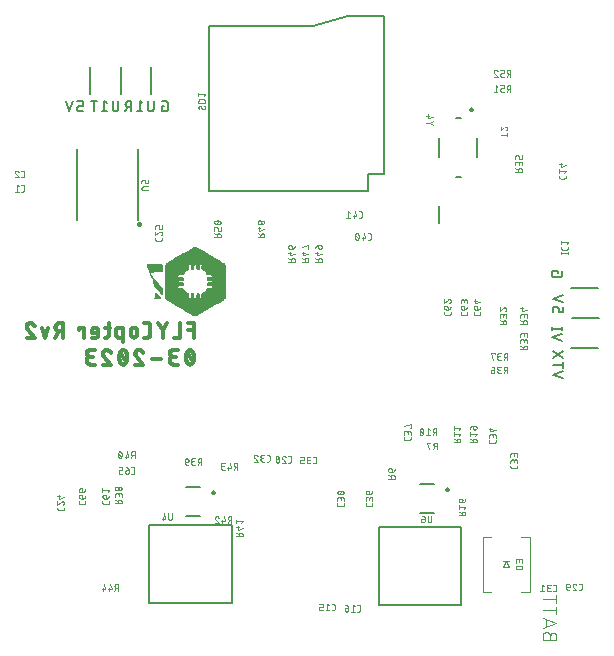
<source format=gbr>
G04 EAGLE Gerber RS-274X export*
G75*
%MOMM*%
%FSLAX34Y34*%
%LPD*%
%INSilkscreen Bottom*%
%IPPOS*%
%AMOC8*
5,1,8,0,0,1.08239X$1,22.5*%
G01*
%ADD10C,0.152400*%
%ADD11C,0.304800*%
%ADD12C,0.127000*%
%ADD13C,0.050800*%
%ADD14C,0.120000*%
%ADD15C,0.050000*%
%ADD16C,0.200000*%
%ADD17C,0.300000*%
%ADD18C,0.101600*%

G36*
X159967Y277446D02*
X159967Y277446D01*
X159968Y277445D01*
X160186Y277454D01*
X160193Y277459D01*
X160199Y277456D01*
X160739Y277617D01*
X160741Y277620D01*
X160744Y277619D01*
X161264Y277839D01*
X161265Y277842D01*
X161266Y277841D01*
X162275Y278347D01*
X162276Y278349D01*
X162277Y278348D01*
X163759Y279169D01*
X163759Y279170D01*
X163760Y279170D01*
X174005Y285138D01*
X176457Y286537D01*
X176457Y286538D01*
X180348Y288831D01*
X183277Y290533D01*
X183278Y290534D01*
X183760Y290829D01*
X183761Y290831D01*
X183762Y290830D01*
X184225Y291154D01*
X184227Y291159D01*
X184231Y291158D01*
X184640Y291545D01*
X184641Y291553D01*
X184647Y291553D01*
X184963Y292020D01*
X184963Y292025D01*
X184966Y292025D01*
X185226Y292526D01*
X185226Y292527D01*
X185227Y292528D01*
X185465Y293036D01*
X185464Y293041D01*
X185467Y293044D01*
X185462Y293051D01*
X185469Y293057D01*
X185469Y320159D01*
X185465Y320165D01*
X185468Y320169D01*
X185355Y320708D01*
X185347Y320714D01*
X185350Y320720D01*
X185093Y321222D01*
X185091Y321224D01*
X185092Y321225D01*
X184810Y321700D01*
X184800Y321704D01*
X184801Y321706D01*
X184789Y321712D01*
X184792Y321725D01*
X184453Y322160D01*
X184444Y322163D01*
X184443Y322170D01*
X183985Y322498D01*
X183983Y322498D01*
X183983Y322500D01*
X183503Y322798D01*
X182051Y323671D01*
X182050Y323671D01*
X182050Y323672D01*
X179602Y325077D01*
X176678Y326788D01*
X176678Y326789D01*
X173735Y328466D01*
X169842Y330756D01*
X169841Y330756D01*
X166892Y332421D01*
X164955Y333582D01*
X164954Y333582D01*
X163977Y334147D01*
X163976Y334147D01*
X163975Y334148D01*
X162485Y334953D01*
X162484Y334953D01*
X162484Y334954D01*
X161477Y335464D01*
X161476Y335464D01*
X161475Y335464D01*
X160964Y335704D01*
X160961Y335704D01*
X160961Y335706D01*
X160433Y335906D01*
X160428Y335904D01*
X160427Y335904D01*
X160425Y335908D01*
X159872Y336013D01*
X159864Y336009D01*
X159860Y336014D01*
X159297Y335988D01*
X159292Y335984D01*
X159288Y335987D01*
X158740Y335854D01*
X158737Y335851D01*
X158734Y335853D01*
X158205Y335655D01*
X158204Y335653D01*
X158201Y335654D01*
X157180Y335172D01*
X157179Y335170D01*
X157178Y335171D01*
X156184Y334635D01*
X156184Y334634D01*
X156183Y334634D01*
X151807Y332051D01*
X147896Y329790D01*
X147895Y329790D01*
X146447Y328913D01*
X143496Y327252D01*
X143495Y327252D01*
X139590Y324983D01*
X136646Y323307D01*
X136645Y323305D01*
X136644Y323306D01*
X135684Y322711D01*
X135684Y322710D01*
X135682Y322710D01*
X135217Y322391D01*
X135216Y322387D01*
X135213Y322388D01*
X134784Y322022D01*
X134783Y322014D01*
X134777Y322014D01*
X134439Y321563D01*
X134439Y321557D01*
X134435Y321557D01*
X134161Y321064D01*
X134162Y321057D01*
X134157Y321055D01*
X133983Y320520D01*
X133986Y320513D01*
X133981Y320511D01*
X133910Y319951D01*
X133912Y319948D01*
X133910Y319947D01*
X133865Y318819D01*
X133866Y318818D01*
X133865Y318818D01*
X133826Y314301D01*
X133827Y314301D01*
X133826Y314300D01*
X133826Y298491D01*
X133826Y298490D01*
X133841Y296232D01*
X133841Y296231D01*
X133872Y294537D01*
X133873Y294536D01*
X133872Y294536D01*
X133930Y293408D01*
X133932Y293406D01*
X133931Y293404D01*
X134005Y292845D01*
X134011Y292839D01*
X134008Y292834D01*
X134204Y292308D01*
X134210Y292304D01*
X134208Y292299D01*
X134508Y291821D01*
X134513Y291819D01*
X134512Y291816D01*
X134873Y291383D01*
X134879Y291382D01*
X134879Y291377D01*
X135305Y291007D01*
X135309Y291007D01*
X135309Y291004D01*
X135776Y290686D01*
X135778Y290686D01*
X135779Y290684D01*
X136265Y290397D01*
X136266Y290397D01*
X136266Y290396D01*
X137256Y289855D01*
X138236Y289295D01*
X143092Y286416D01*
X143093Y286416D01*
X143093Y286415D01*
X145057Y285301D01*
X147978Y283585D01*
X147978Y283584D01*
X151891Y281329D01*
X154814Y279616D01*
X154815Y279616D01*
X154815Y279615D01*
X157277Y278234D01*
X157278Y278234D01*
X157278Y278233D01*
X157777Y277969D01*
X157779Y277970D01*
X157779Y277968D01*
X158290Y277729D01*
X158294Y277730D01*
X158295Y277727D01*
X158828Y277543D01*
X158834Y277544D01*
X158835Y277543D01*
X158837Y277540D01*
X159394Y277454D01*
X159398Y277456D01*
X159401Y277453D01*
X159965Y277445D01*
X159967Y277446D01*
G37*
%LPC*%
G36*
X154588Y292761D02*
X154588Y292761D01*
X154461Y293273D01*
X154382Y295524D01*
X154381Y295525D01*
X154382Y295526D01*
X154345Y296090D01*
X154341Y296094D01*
X154344Y296098D01*
X154215Y296644D01*
X154202Y296654D01*
X154204Y296665D01*
X153835Y297085D01*
X153821Y297088D01*
X153819Y297097D01*
X153309Y297338D01*
X153306Y297337D01*
X153306Y297339D01*
X152778Y297536D01*
X152270Y297768D01*
X151803Y298071D01*
X151386Y298442D01*
X151008Y298854D01*
X150678Y299300D01*
X150467Y299813D01*
X150313Y300353D01*
X150310Y300355D01*
X150311Y300357D01*
X150106Y300880D01*
X150093Y300888D01*
X150094Y300898D01*
X149690Y301283D01*
X149672Y301285D01*
X149668Y301295D01*
X149122Y301427D01*
X149116Y301425D01*
X149114Y301428D01*
X148552Y301475D01*
X148550Y301474D01*
X148549Y301475D01*
X147985Y301496D01*
X147984Y301496D01*
X146295Y301528D01*
X145766Y301622D01*
X145414Y302001D01*
X145451Y302496D01*
X145832Y302824D01*
X146376Y302889D01*
X148630Y302997D01*
X148631Y302998D01*
X148632Y302997D01*
X149194Y303051D01*
X149200Y303057D01*
X149205Y303054D01*
X149734Y303232D01*
X149746Y303250D01*
X149759Y303251D01*
X150069Y303715D01*
X150068Y303732D01*
X150077Y303737D01*
X150140Y304297D01*
X150137Y304301D01*
X150140Y304303D01*
X150134Y304867D01*
X150129Y304874D01*
X150132Y304879D01*
X149988Y305420D01*
X149973Y305432D01*
X149974Y305443D01*
X149571Y305828D01*
X149553Y305831D01*
X149548Y305841D01*
X149004Y305963D01*
X148998Y305960D01*
X148995Y305964D01*
X146180Y306062D01*
X145664Y306197D01*
X145381Y306627D01*
X145492Y307122D01*
X145921Y307412D01*
X146470Y307454D01*
X148162Y307500D01*
X148163Y307500D01*
X149290Y307562D01*
X149303Y307572D01*
X149312Y307568D01*
X149793Y307844D01*
X149799Y307860D01*
X149810Y307861D01*
X150099Y308337D01*
X150098Y308353D01*
X150106Y308359D01*
X150144Y308922D01*
X150141Y308925D01*
X150144Y308927D01*
X150117Y309491D01*
X150108Y309502D01*
X150112Y309510D01*
X149875Y310014D01*
X149857Y310024D01*
X149855Y310036D01*
X149375Y310311D01*
X149362Y310309D01*
X149358Y310317D01*
X148800Y310398D01*
X148796Y310396D01*
X148795Y310398D01*
X145985Y310518D01*
X145526Y310750D01*
X145296Y311219D01*
X145468Y311707D01*
X145842Y312043D01*
X148645Y312144D01*
X148647Y312145D01*
X148648Y312144D01*
X149210Y312191D01*
X149215Y312196D01*
X149220Y312193D01*
X149758Y312347D01*
X149770Y312362D01*
X149782Y312362D01*
X150146Y312783D01*
X150147Y312797D01*
X150156Y312800D01*
X150509Y313868D01*
X150743Y314372D01*
X151075Y314816D01*
X151477Y315204D01*
X151913Y315555D01*
X152379Y315860D01*
X152894Y316073D01*
X153426Y316259D01*
X153429Y316263D01*
X153432Y316262D01*
X153934Y316516D01*
X153941Y316530D01*
X153951Y316530D01*
X154288Y316975D01*
X154288Y316992D01*
X154297Y316998D01*
X154384Y317551D01*
X154381Y317556D01*
X154384Y317558D01*
X154421Y320366D01*
X154707Y320783D01*
X155193Y320955D01*
X155643Y320701D01*
X155866Y320260D01*
X155917Y317449D01*
X155921Y317444D01*
X155918Y317440D01*
X156023Y316889D01*
X156038Y316876D01*
X156036Y316864D01*
X156420Y316459D01*
X156438Y316456D01*
X156441Y316445D01*
X156977Y316283D01*
X156986Y316287D01*
X156990Y316281D01*
X157554Y316265D01*
X157559Y316268D01*
X157562Y316265D01*
X158120Y316342D01*
X158131Y316352D01*
X158140Y316349D01*
X158606Y316653D01*
X158613Y316671D01*
X158624Y316674D01*
X158853Y317177D01*
X158850Y317189D01*
X158857Y317194D01*
X158897Y317757D01*
X158896Y317759D01*
X158897Y317760D01*
X158932Y320016D01*
X158982Y320540D01*
X159380Y320896D01*
X159869Y321050D01*
X160304Y320764D01*
X160534Y320315D01*
X160652Y317506D01*
X160654Y317502D01*
X160652Y317500D01*
X160737Y316943D01*
X160750Y316930D01*
X160748Y316919D01*
X161103Y316496D01*
X161122Y316492D01*
X161125Y316481D01*
X161656Y316300D01*
X161666Y316304D01*
X161670Y316298D01*
X162221Y316286D01*
X162227Y316290D01*
X162233Y316287D01*
X162238Y316298D01*
X162255Y316291D01*
X162257Y316289D01*
X162793Y316394D01*
X162806Y316408D01*
X162817Y316406D01*
X163232Y316777D01*
X163236Y316796D01*
X163246Y316800D01*
X163320Y317053D01*
X163403Y317335D01*
X163399Y317344D01*
X163405Y317347D01*
X163508Y320162D01*
X163600Y320501D01*
X163647Y320677D01*
X164082Y320951D01*
X164581Y320827D01*
X164943Y320456D01*
X164888Y318784D01*
X164889Y318783D01*
X164888Y318783D01*
X164890Y317654D01*
X164892Y317651D01*
X164890Y317649D01*
X164943Y317087D01*
X164953Y317077D01*
X164949Y317069D01*
X165203Y316579D01*
X165222Y316569D01*
X165224Y316557D01*
X165723Y316302D01*
X165731Y316304D01*
X165733Y316299D01*
X166277Y316154D01*
X166808Y315982D01*
X167297Y315720D01*
X167735Y315376D01*
X168132Y314981D01*
X168497Y314558D01*
X168794Y314092D01*
X168963Y313562D01*
X169106Y313017D01*
X169114Y313010D01*
X169111Y313003D01*
X169405Y312530D01*
X169421Y312524D01*
X169423Y312513D01*
X169904Y312241D01*
X169916Y312242D01*
X169918Y312240D01*
X169920Y312240D01*
X169923Y312235D01*
X170484Y312174D01*
X170485Y312175D01*
X170486Y312174D01*
X171049Y312137D01*
X171050Y312138D01*
X171051Y312137D01*
X173298Y312054D01*
X173760Y311853D01*
X174043Y311414D01*
X173924Y310921D01*
X173543Y310551D01*
X173008Y310470D01*
X170189Y310385D01*
X170182Y310379D01*
X170176Y310383D01*
X169645Y310225D01*
X169632Y310207D01*
X169619Y310207D01*
X169292Y309757D01*
X169292Y309747D01*
X169285Y309741D01*
X169287Y309739D01*
X169284Y309737D01*
X169179Y309185D01*
X169182Y309178D01*
X169178Y309174D01*
X169197Y308611D01*
X169203Y308604D01*
X169199Y308599D01*
X169356Y308060D01*
X169371Y308049D01*
X169369Y308038D01*
X169772Y307657D01*
X169792Y307654D01*
X169797Y307644D01*
X170349Y307547D01*
X170353Y307549D01*
X170355Y307546D01*
X173170Y307441D01*
X173678Y307290D01*
X173952Y306854D01*
X173814Y306377D01*
X173379Y306093D01*
X172829Y306052D01*
X170574Y305983D01*
X170572Y305982D01*
X170009Y305945D01*
X169999Y305936D01*
X169997Y305936D01*
X169995Y305935D01*
X169987Y305938D01*
X169509Y305656D01*
X169502Y305638D01*
X169490Y305636D01*
X169235Y305142D01*
X169237Y305129D01*
X169230Y305125D01*
X169169Y304564D01*
X169172Y304559D01*
X169169Y304557D01*
X169196Y303993D01*
X169204Y303984D01*
X169200Y303977D01*
X169403Y303457D01*
X169418Y303447D01*
X169418Y303436D01*
X169850Y303086D01*
X169870Y303086D01*
X169876Y303076D01*
X170437Y303020D01*
X170439Y303021D01*
X170440Y303020D01*
X172696Y302944D01*
X173251Y302908D01*
X173738Y302711D01*
X173964Y302253D01*
X173753Y301791D01*
X173289Y301553D01*
X172737Y301519D01*
X170480Y301465D01*
X170477Y301463D01*
X170475Y301465D01*
X169917Y301397D01*
X169906Y301387D01*
X169897Y301390D01*
X169421Y301093D01*
X169416Y301078D01*
X169406Y301077D01*
X169108Y300605D01*
X169109Y300593D01*
X169102Y300590D01*
X168973Y300046D01*
X168744Y299540D01*
X168445Y299068D01*
X168099Y298629D01*
X167710Y298228D01*
X167273Y297884D01*
X166777Y297634D01*
X165725Y297230D01*
X165722Y297225D01*
X165718Y297227D01*
X165230Y296949D01*
X165222Y296932D01*
X165211Y296930D01*
X164944Y296444D01*
X164946Y296430D01*
X164938Y296425D01*
X164891Y295862D01*
X164892Y295861D01*
X164891Y295860D01*
X164794Y293605D01*
X164752Y293056D01*
X164472Y292645D01*
X163972Y292565D01*
X163604Y292886D01*
X163530Y293424D01*
X163410Y295677D01*
X163409Y295679D01*
X163410Y295680D01*
X163352Y296242D01*
X163345Y296249D01*
X163349Y296255D01*
X163147Y296773D01*
X163128Y296785D01*
X163127Y296797D01*
X162648Y297086D01*
X162632Y297084D01*
X162627Y297093D01*
X162066Y297146D01*
X162061Y297143D01*
X162059Y297146D01*
X161496Y297111D01*
X161487Y297103D01*
X161481Y297107D01*
X160962Y296899D01*
X160950Y296879D01*
X160937Y296876D01*
X160684Y296390D01*
X160686Y296376D01*
X160678Y296370D01*
X160615Y295243D01*
X160615Y295242D01*
X160527Y293004D01*
X160158Y292625D01*
X159667Y292446D01*
X159297Y292570D01*
X158999Y292999D01*
X158956Y293547D01*
X158888Y295803D01*
X158887Y295805D01*
X158888Y295806D01*
X158836Y296368D01*
X158823Y296382D01*
X158826Y296392D01*
X158502Y296844D01*
X158485Y296850D01*
X158482Y296860D01*
X157976Y297093D01*
X157963Y297090D01*
X157959Y297097D01*
X157396Y297135D01*
X157392Y297132D01*
X157389Y297135D01*
X156827Y297094D01*
X156817Y297086D01*
X156809Y297090D01*
X156306Y296851D01*
X156298Y296835D01*
X156287Y296835D01*
X155970Y296377D01*
X155971Y296359D01*
X155961Y296353D01*
X155912Y295792D01*
X155913Y295790D01*
X155912Y295789D01*
X155842Y293533D01*
X155789Y292986D01*
X155492Y292564D01*
X154999Y292446D01*
X154588Y292761D01*
G37*
%LPD*%
G36*
X132072Y294304D02*
X132072Y294304D01*
X132076Y294303D01*
X132368Y294532D01*
X132375Y294560D01*
X132387Y294567D01*
X132429Y295129D01*
X132428Y295132D01*
X132429Y295133D01*
X132438Y296262D01*
X132437Y296262D01*
X132438Y296263D01*
X132425Y297956D01*
X132425Y297957D01*
X132397Y299086D01*
X132397Y299087D01*
X132370Y299651D01*
X132369Y299652D01*
X132369Y299653D01*
X132318Y300215D01*
X132315Y300219D01*
X132317Y300222D01*
X132187Y300770D01*
X132180Y300776D01*
X132182Y300782D01*
X131915Y301277D01*
X131909Y301280D01*
X131910Y301284D01*
X131563Y301729D01*
X131562Y301730D01*
X131562Y301731D01*
X130841Y302598D01*
X129072Y304799D01*
X124036Y310892D01*
X122619Y312635D01*
X122533Y313071D01*
X122532Y313073D01*
X122404Y313599D01*
X122423Y314049D01*
X122809Y314383D01*
X126743Y314412D01*
X126743Y314413D01*
X126743Y314412D01*
X129566Y314450D01*
X129567Y314450D01*
X130696Y314481D01*
X130700Y314485D01*
X130702Y314485D01*
X130705Y314483D01*
X131255Y314602D01*
X131264Y314613D01*
X131272Y314610D01*
X131731Y314926D01*
X131737Y314945D01*
X131749Y314948D01*
X131957Y315463D01*
X131954Y315475D01*
X131961Y315480D01*
X132005Y316608D01*
X132004Y316609D01*
X132005Y316609D01*
X132024Y317738D01*
X132024Y317739D01*
X132029Y319433D01*
X132028Y319433D01*
X132029Y319434D01*
X132020Y319998D01*
X132019Y319999D01*
X132020Y320000D01*
X131988Y320564D01*
X131983Y320570D01*
X131986Y320575D01*
X131827Y321113D01*
X131813Y321124D01*
X131814Y321135D01*
X131418Y321525D01*
X131401Y321527D01*
X131397Y321537D01*
X130861Y321696D01*
X130854Y321693D01*
X130851Y321698D01*
X130288Y321738D01*
X130286Y321737D01*
X130285Y321738D01*
X128591Y321757D01*
X128591Y321756D01*
X128590Y321757D01*
X124638Y321759D01*
X120121Y321730D01*
X120120Y321729D01*
X120120Y321730D01*
X118991Y321698D01*
X118984Y321692D01*
X118979Y321696D01*
X118466Y321553D01*
X118430Y321505D01*
X118436Y321501D01*
X118431Y321496D01*
X118538Y320948D01*
X118541Y320945D01*
X118539Y320942D01*
X118901Y319872D01*
X118901Y319871D01*
X119679Y317750D01*
X119679Y317749D01*
X122468Y310354D01*
X123438Y307703D01*
X124179Y305570D01*
X124513Y304495D01*
X124637Y303959D01*
X124595Y303811D01*
X124581Y303762D01*
X124567Y303713D01*
X124554Y303663D01*
X124512Y303516D01*
X124498Y303466D01*
X124491Y303441D01*
X124498Y303423D01*
X124491Y303414D01*
X124649Y302890D01*
X124658Y302883D01*
X124656Y302875D01*
X124984Y302416D01*
X124987Y302416D01*
X124986Y302414D01*
X126063Y301106D01*
X126063Y301105D01*
X129720Y296803D01*
X129721Y296803D01*
X129721Y296802D01*
X131209Y295104D01*
X131210Y295104D01*
X131210Y295103D01*
X131593Y294688D01*
X131596Y294688D01*
X131596Y294685D01*
X132012Y294305D01*
X132071Y294300D01*
X132072Y294304D01*
G37*
G36*
X129698Y292198D02*
X129698Y292198D01*
X129699Y292199D01*
X129699Y292198D01*
X130263Y292215D01*
X130270Y292220D01*
X130274Y292217D01*
X130591Y292299D01*
X130624Y292340D01*
X130628Y292342D01*
X130668Y292832D01*
X130654Y292853D01*
X130658Y292866D01*
X130317Y293316D01*
X130315Y293316D01*
X130316Y293317D01*
X128150Y295923D01*
X128149Y295923D01*
X128149Y295924D01*
X127031Y297196D01*
X127029Y297196D01*
X127030Y297197D01*
X126635Y297602D01*
X126625Y297604D01*
X126624Y297611D01*
X126163Y297870D01*
X126148Y297868D01*
X126136Y297876D01*
X126129Y297865D01*
X126128Y297865D01*
X126119Y297871D01*
X126113Y297863D01*
X126104Y297862D01*
X126106Y297851D01*
X126105Y297849D01*
X126079Y297844D01*
X125844Y297383D01*
X125845Y297379D01*
X125841Y297376D01*
X125846Y297371D01*
X125839Y297366D01*
X125710Y296245D01*
X125626Y295689D01*
X125518Y295137D01*
X125385Y294592D01*
X125213Y294059D01*
X124772Y293022D01*
X124773Y293015D01*
X124769Y293013D01*
X124647Y292473D01*
X124671Y292419D01*
X124675Y292421D01*
X124677Y292416D01*
X125163Y292222D01*
X125175Y292226D01*
X125181Y292219D01*
X127439Y292192D01*
X129698Y292198D01*
G37*
%LPC*%
G36*
X131522Y295133D02*
X131522Y295133D01*
X131166Y295528D01*
X130050Y296801D01*
X129831Y297060D01*
X130508Y296285D01*
X130509Y296285D01*
X130509Y296284D01*
X131661Y295034D01*
X131685Y295029D01*
X131692Y295018D01*
X132099Y294969D01*
X132150Y294999D01*
X132145Y295008D01*
X132154Y295013D01*
X132165Y295125D01*
X132159Y294773D01*
X131889Y294738D01*
X131522Y295133D01*
G37*
%LPD*%
G36*
X78740Y305070D02*
X78740Y305070D01*
X78772Y305092D01*
X78787Y305537D01*
X78786Y305539D01*
X78787Y305539D01*
X78786Y305833D01*
X78769Y305855D01*
X78755Y305878D01*
X78752Y305876D01*
X78749Y305880D01*
X78742Y305874D01*
X78736Y305882D01*
X78689Y305846D01*
X78692Y305841D01*
X78687Y305839D01*
X78666Y305664D01*
X78669Y305660D01*
X78666Y305658D01*
X78673Y305093D01*
X78691Y305070D01*
X78708Y305047D01*
X78709Y305048D01*
X78710Y305046D01*
X78740Y305070D01*
G37*
%LPC*%
G36*
X162250Y278631D02*
X162250Y278631D01*
X162250Y278632D01*
X162251Y278632D01*
X164705Y280024D01*
X166871Y281273D01*
X164406Y279836D01*
X162935Y278997D01*
X161945Y278460D01*
X161863Y278421D01*
X162250Y278631D01*
G37*
%LPD*%
%LPC*%
G36*
X135912Y290898D02*
X135912Y290898D01*
X135448Y291210D01*
X135030Y291577D01*
X134903Y291737D01*
X135119Y291509D01*
X135126Y291508D01*
X135126Y291503D01*
X135578Y291166D01*
X135580Y291166D01*
X135580Y291164D01*
X136053Y290856D01*
X136054Y290856D01*
X136054Y290855D01*
X136861Y290362D01*
X135912Y290898D01*
G37*
%LPD*%
%LPC*%
G36*
X126210Y297593D02*
X126210Y297593D01*
X126435Y297419D01*
X126390Y297423D01*
X126390Y297420D01*
X126386Y297421D01*
X126070Y297183D01*
X126210Y297593D01*
G37*
%LPD*%
%LPC*%
G36*
X180949Y324013D02*
X180949Y324013D01*
X180948Y324013D01*
X180224Y324436D01*
X182336Y323211D01*
X183780Y322329D01*
X183851Y322279D01*
X180949Y324013D01*
G37*
%LPD*%
%LPC*%
G36*
X130384Y292576D02*
X130384Y292576D01*
X130403Y292601D01*
X130416Y292611D01*
X130413Y292615D01*
X130419Y292623D01*
X130406Y292633D01*
X130412Y292648D01*
X130125Y293124D01*
X130120Y293126D01*
X130121Y293129D01*
X129687Y293685D01*
X130238Y293008D01*
X130484Y292587D01*
X130038Y292456D01*
X129976Y292456D01*
X130384Y292576D01*
G37*
%LPD*%
%LPC*%
G36*
X118710Y321366D02*
X118710Y321366D01*
X118865Y321404D01*
X118855Y321365D01*
X118842Y321316D01*
X118781Y321079D01*
X118710Y321366D01*
G37*
%LPD*%
%LPC*%
G36*
X131651Y301167D02*
X131651Y301167D01*
X131648Y301168D01*
X131649Y301171D01*
X131240Y301722D01*
X131550Y301339D01*
X131859Y300878D01*
X131905Y300745D01*
X131651Y301167D01*
G37*
%LPD*%
%LPC*%
G36*
X134781Y321625D02*
X134781Y321625D01*
X135154Y322032D01*
X135606Y322360D01*
X135623Y322370D01*
X135180Y322028D01*
X135179Y322022D01*
X135175Y322023D01*
X134785Y321617D01*
X134784Y321609D01*
X134779Y321609D01*
X134578Y321291D01*
X134781Y321625D01*
G37*
%LPD*%
%LPC*%
G36*
X145630Y310306D02*
X145630Y310306D01*
X145564Y310395D01*
X145954Y310297D01*
X145630Y310306D01*
G37*
%LPD*%
%LPC*%
G36*
X170438Y312413D02*
X170438Y312413D01*
X169894Y312486D01*
X169674Y312651D01*
X169980Y312491D01*
X169992Y312493D01*
X169996Y312486D01*
X170539Y312406D01*
X170438Y312413D01*
G37*
%LPD*%
%LPC*%
G36*
X149375Y305621D02*
X149375Y305621D01*
X149581Y305552D01*
X149649Y305440D01*
X149375Y305621D01*
G37*
%LPD*%
%LPC*%
G36*
X163368Y334191D02*
X163368Y334191D01*
X163367Y334191D01*
X163222Y334271D01*
X163282Y334240D01*
X164266Y333691D01*
X164693Y333436D01*
X163368Y334191D01*
G37*
%LPD*%
%LPC*%
G36*
X149583Y301050D02*
X149583Y301050D01*
X149694Y301012D01*
X149823Y300825D01*
X149583Y301050D01*
G37*
%LPD*%
%LPC*%
G36*
X154458Y280115D02*
X154458Y280115D01*
X153786Y280510D01*
X154578Y280053D01*
X156289Y279084D01*
X154458Y280115D01*
G37*
%LPD*%
%LPC*%
G36*
X149150Y310116D02*
X149150Y310116D01*
X149432Y310068D01*
X149494Y310005D01*
X149150Y310116D01*
G37*
%LPD*%
%LPC*%
G36*
X169507Y303753D02*
X169507Y303753D01*
X169478Y303947D01*
X169599Y303640D01*
X169507Y303753D01*
G37*
%LPD*%
%LPC*%
G36*
X155637Y292471D02*
X155637Y292471D01*
X155474Y292342D01*
X155353Y292328D01*
X155637Y292471D01*
G37*
%LPD*%
%LPC*%
G36*
X161025Y296617D02*
X161025Y296617D01*
X161119Y296662D01*
X160990Y296471D01*
X161025Y296617D01*
G37*
%LPD*%
%LPC*%
G36*
X149638Y309861D02*
X149638Y309861D01*
X149796Y309701D01*
X149819Y309604D01*
X149638Y309861D01*
G37*
%LPD*%
%LPC*%
G36*
X169838Y303348D02*
X169838Y303348D01*
X169734Y303476D01*
X169949Y303326D01*
X169838Y303348D01*
G37*
%LPD*%
%LPC*%
G36*
X165314Y296658D02*
X165314Y296658D01*
X165429Y296738D01*
X165272Y296529D01*
X165314Y296658D01*
G37*
%LPD*%
%LPC*%
G36*
X169454Y309452D02*
X169454Y309452D01*
X169577Y309703D01*
X169448Y309360D01*
X169454Y309452D01*
G37*
%LPD*%
%LPC*%
G36*
X169995Y305680D02*
X169995Y305680D01*
X170253Y305701D01*
X169942Y305638D01*
X169995Y305680D01*
G37*
%LPD*%
%LPC*%
G36*
X184485Y291768D02*
X184485Y291768D01*
X184339Y291570D01*
X184225Y291481D01*
X184485Y291768D01*
G37*
%LPD*%
%LPC*%
G36*
X169495Y300802D02*
X169495Y300802D01*
X169642Y300907D01*
X169467Y300730D01*
X169495Y300802D01*
G37*
%LPD*%
%LPC*%
G36*
X149699Y303583D02*
X149699Y303583D01*
X149672Y303520D01*
X149523Y303453D01*
X149699Y303583D01*
G37*
%LPD*%
%LPC*%
G36*
X153743Y296845D02*
X153743Y296845D01*
X153812Y296803D01*
X153899Y296641D01*
X153743Y296845D01*
G37*
%LPD*%
%LPC*%
G36*
X153934Y316933D02*
X153934Y316933D01*
X153840Y316768D01*
X153774Y316730D01*
X153934Y316933D01*
G37*
%LPD*%
%LPC*%
G36*
X149761Y308217D02*
X149761Y308217D01*
X149730Y308121D01*
X149644Y308063D01*
X149761Y308217D01*
G37*
%LPD*%
%LPC*%
G36*
X162957Y296563D02*
X162957Y296563D01*
X163005Y296529D01*
X163046Y296371D01*
X162957Y296563D01*
G37*
%LPD*%
%LPC*%
G36*
X145619Y301442D02*
X145619Y301442D01*
X145546Y301534D01*
X145693Y301428D01*
X145619Y301442D01*
G37*
%LPD*%
%LPC*%
G36*
X131402Y321217D02*
X131402Y321217D01*
X131471Y321184D01*
X131527Y321074D01*
X131402Y321217D01*
G37*
%LPD*%
%LPC*%
G36*
X149758Y312709D02*
X149758Y312709D01*
X149682Y312602D01*
X149627Y312585D01*
X149758Y312709D01*
G37*
%LPD*%
%LPC*%
G36*
X158553Y296331D02*
X158553Y296331D01*
X158590Y296279D01*
X158605Y296142D01*
X158553Y296331D01*
G37*
%LPD*%
%LPC*%
G36*
X158154Y296751D02*
X158154Y296751D01*
X158291Y296704D01*
X158319Y296664D01*
X158154Y296751D01*
G37*
%LPD*%
%LPC*%
G36*
X149021Y301199D02*
X149021Y301199D01*
X149189Y301186D01*
X149277Y301156D01*
X149021Y301199D01*
G37*
%LPD*%
%LPC*%
G36*
X131690Y320753D02*
X131690Y320753D01*
X131712Y320711D01*
X131728Y320498D01*
X131690Y320753D01*
G37*
%LPD*%
%LPC*%
G36*
X161148Y316756D02*
X161148Y316756D01*
X161130Y316793D01*
X161282Y316693D01*
X161148Y316756D01*
G37*
%LPD*%
%LPC*%
G36*
X160916Y317224D02*
X160916Y317224D01*
X160912Y317296D01*
X160973Y317109D01*
X160916Y317224D01*
G37*
%LPD*%
%LPC*%
G36*
X148949Y305723D02*
X148949Y305723D01*
X149088Y305718D01*
X149173Y305690D01*
X148949Y305723D01*
G37*
%LPD*%
%LPC*%
G36*
X169475Y308360D02*
X169475Y308360D01*
X169459Y308517D01*
X169498Y308327D01*
X169475Y308360D01*
G37*
%LPD*%
%LPC*%
G36*
X169687Y309927D02*
X169687Y309927D01*
X169845Y309995D01*
X169676Y309904D01*
X169687Y309927D01*
G37*
%LPD*%
%LPC*%
G36*
X131577Y315181D02*
X131577Y315181D01*
X131565Y315140D01*
X131481Y315080D01*
X131577Y315181D01*
G37*
%LPD*%
%LPC*%
G36*
X165142Y317374D02*
X165142Y317374D01*
X165142Y317409D01*
X165225Y317069D01*
X165142Y317374D01*
G37*
%LPD*%
%LPC*%
G36*
X169586Y305354D02*
X169586Y305354D01*
X169714Y305455D01*
X169578Y305327D01*
X169586Y305354D01*
G37*
%LPD*%
%LPC*%
G36*
X183890Y322251D02*
X183890Y322251D01*
X184235Y322009D01*
X184249Y321993D01*
X183890Y322251D01*
G37*
%LPD*%
%LPC*%
G36*
X156286Y296482D02*
X156286Y296482D01*
X156300Y296493D01*
X156241Y296288D01*
X156286Y296482D01*
G37*
%LPD*%
%LPC*%
G36*
X149332Y307853D02*
X149332Y307853D01*
X149293Y307827D01*
X149200Y307820D01*
X149332Y307853D01*
G37*
%LPD*%
%LPC*%
G36*
X165283Y316856D02*
X165283Y316856D01*
X165276Y316882D01*
X165288Y316872D01*
X165288Y316859D01*
X165513Y316694D01*
X165283Y316856D01*
G37*
%LPD*%
%LPC*%
G36*
X156696Y296807D02*
X156696Y296807D01*
X156731Y296813D01*
X156614Y296742D01*
X156696Y296807D01*
G37*
%LPD*%
%LPC*%
G36*
X132003Y300462D02*
X132003Y300462D01*
X132039Y300358D01*
X132047Y300293D01*
X132003Y300462D01*
G37*
%LPD*%
%LPC*%
G36*
X183182Y290781D02*
X183182Y290781D01*
X182946Y290634D01*
X182792Y290545D01*
X183182Y290781D01*
G37*
%LPD*%
%LPC*%
G36*
X184005Y291309D02*
X184005Y291309D01*
X183902Y291228D01*
X183819Y291176D01*
X184005Y291309D01*
G37*
%LPD*%
%LPC*%
G36*
X156584Y334568D02*
X156584Y334568D01*
X156793Y334677D01*
X156474Y334505D01*
X156584Y334568D01*
G37*
%LPD*%
%LPC*%
G36*
X156473Y316730D02*
X156473Y316730D01*
X156457Y316755D01*
X156539Y316704D01*
X156473Y316730D01*
G37*
%LPD*%
%LPC*%
G36*
X184528Y321661D02*
X184528Y321661D01*
X184586Y321593D01*
X184596Y321591D01*
X184599Y321589D01*
X184595Y321580D01*
X184618Y321541D01*
X184528Y321661D01*
G37*
%LPD*%
%LPC*%
G36*
X126522Y297352D02*
X126522Y297352D01*
X126588Y297300D01*
X126641Y297244D01*
X126522Y297352D01*
G37*
%LPD*%
%LPC*%
G36*
X154109Y317316D02*
X154109Y317316D01*
X154101Y317229D01*
X154090Y317210D01*
X154109Y317316D01*
G37*
%LPD*%
%LPC*%
G36*
X149884Y304061D02*
X149884Y304061D01*
X149879Y304009D01*
X149861Y303965D01*
X149884Y304061D01*
G37*
%LPD*%
%LPC*%
G36*
X153307Y297100D02*
X153307Y297100D01*
X153350Y297085D01*
X153407Y297050D01*
X153307Y297100D01*
G37*
%LPD*%
%LPC*%
G36*
X130930Y321424D02*
X130930Y321424D01*
X130993Y321417D01*
X131016Y321406D01*
X130930Y321424D01*
G37*
%LPD*%
%LPC*%
G36*
X169930Y301114D02*
X169930Y301114D01*
X169961Y301121D01*
X169897Y301090D01*
X169930Y301114D01*
G37*
%LPD*%
%LPC*%
G36*
X164758Y292589D02*
X164758Y292589D01*
X164751Y292568D01*
X164723Y292556D01*
X164758Y292589D01*
G37*
%LPD*%
%LPC*%
G36*
X171000Y312372D02*
X171000Y312372D01*
X170746Y312391D01*
X171051Y312370D01*
X171000Y312372D01*
G37*
%LPD*%
%LPC*%
G36*
X145921Y305874D02*
X145921Y305874D01*
X145902Y305885D01*
X145969Y305872D01*
X145921Y305874D01*
G37*
%LPD*%
%LPC*%
G36*
X165148Y296148D02*
X165148Y296148D01*
X165154Y296166D01*
X165141Y296052D01*
X165148Y296148D01*
G37*
%LPD*%
%LPC*%
G36*
X156196Y317171D02*
X156196Y317171D01*
X156194Y317194D01*
X156213Y317145D01*
X156196Y317171D01*
G37*
%LPD*%
%LPC*%
G36*
X149985Y300588D02*
X149985Y300588D01*
X149995Y300574D01*
X150006Y300536D01*
X149985Y300588D01*
G37*
%LPD*%
%LPC*%
G36*
X162041Y296918D02*
X162041Y296918D01*
X162064Y296914D01*
X162012Y296914D01*
X162041Y296918D01*
G37*
%LPD*%
%LPC*%
G36*
X134234Y293015D02*
X134234Y293015D01*
X134225Y293089D01*
X134238Y293002D01*
X134234Y293015D01*
G37*
%LPD*%
%LPC*%
G36*
X154059Y296344D02*
X154059Y296344D01*
X154063Y296336D01*
X154069Y296283D01*
X154059Y296344D01*
G37*
%LPD*%
%LPC*%
G36*
X149848Y305110D02*
X149848Y305110D01*
X149855Y305099D01*
X149858Y305072D01*
X149848Y305110D01*
G37*
%LPD*%
%LPC*%
G36*
X158816Y320651D02*
X158816Y320651D01*
X158821Y320655D01*
X158813Y320628D01*
X158816Y320651D01*
G37*
%LPD*%
%LPC*%
G36*
X149914Y309191D02*
X149914Y309191D01*
X149919Y309174D01*
X149918Y309156D01*
X149914Y309191D01*
G37*
%LPD*%
%LPC*%
G36*
X157770Y296879D02*
X157770Y296879D01*
X157785Y296879D01*
X157794Y296876D01*
X157770Y296879D01*
G37*
%LPD*%
%LPC*%
G36*
X130604Y314731D02*
X130604Y314731D01*
X130599Y314730D01*
X130576Y314729D01*
X130604Y314731D01*
G37*
%LPD*%
%LPC*%
G36*
X169447Y309349D02*
X169447Y309349D01*
X169449Y309344D01*
X169447Y309343D01*
X169447Y309349D01*
G37*
%LPD*%
%LPC*%
G36*
X145595Y312152D02*
X145595Y312152D01*
X145597Y312152D01*
X145592Y312148D01*
X145595Y312152D01*
G37*
%LPD*%
%LPC*%
G36*
X149930Y304560D02*
X149930Y304560D01*
X149930Y304557D01*
X149930Y304549D01*
X149930Y304560D01*
G37*
%LPD*%
%LPC*%
G36*
X183855Y322276D02*
X183855Y322276D01*
X183858Y322274D01*
X183856Y322274D01*
X183855Y322276D01*
G37*
%LPD*%
%LPC*%
G36*
X173814Y307423D02*
X173814Y307423D01*
X173815Y307422D01*
X173817Y307420D01*
X173814Y307423D01*
G37*
%LPD*%
%LPC*%
G36*
X135626Y322373D02*
X135626Y322373D01*
X135628Y322374D01*
X135628Y322372D01*
X135626Y322373D01*
G37*
%LPD*%
%LPC*%
G36*
X170555Y312405D02*
X170555Y312405D01*
X170556Y312405D01*
X170557Y312405D01*
X170555Y312405D01*
G37*
%LPD*%
D10*
X64643Y450977D02*
X61764Y450977D01*
X61678Y450979D01*
X61592Y450985D01*
X61506Y450994D01*
X61421Y451008D01*
X61337Y451025D01*
X61253Y451046D01*
X61171Y451071D01*
X61090Y451099D01*
X61010Y451131D01*
X60931Y451167D01*
X60855Y451206D01*
X60780Y451249D01*
X60707Y451294D01*
X60636Y451343D01*
X60568Y451396D01*
X60501Y451451D01*
X60438Y451509D01*
X60377Y451570D01*
X60319Y451633D01*
X60264Y451700D01*
X60211Y451768D01*
X60162Y451839D01*
X60117Y451912D01*
X60074Y451987D01*
X60035Y452063D01*
X59999Y452142D01*
X59967Y452222D01*
X59939Y452303D01*
X59914Y452385D01*
X59893Y452469D01*
X59876Y452553D01*
X59862Y452638D01*
X59853Y452724D01*
X59847Y452810D01*
X59845Y452896D01*
X59845Y453856D01*
X59847Y453942D01*
X59853Y454028D01*
X59862Y454114D01*
X59876Y454199D01*
X59893Y454283D01*
X59914Y454367D01*
X59939Y454449D01*
X59967Y454530D01*
X59999Y454610D01*
X60035Y454689D01*
X60074Y454765D01*
X60117Y454840D01*
X60162Y454913D01*
X60212Y454984D01*
X60264Y455052D01*
X60319Y455119D01*
X60377Y455182D01*
X60438Y455243D01*
X60501Y455301D01*
X60568Y455356D01*
X60636Y455409D01*
X60707Y455458D01*
X60780Y455503D01*
X60855Y455546D01*
X60931Y455585D01*
X61010Y455621D01*
X61090Y455653D01*
X61171Y455681D01*
X61254Y455706D01*
X61337Y455727D01*
X61421Y455744D01*
X61506Y455758D01*
X61592Y455767D01*
X61678Y455773D01*
X61764Y455775D01*
X64643Y455775D01*
X64643Y459613D01*
X59845Y459613D01*
X55979Y459613D02*
X53100Y450977D01*
X50222Y459613D01*
X94488Y459613D02*
X94488Y453376D01*
X94486Y453279D01*
X94480Y453183D01*
X94471Y453087D01*
X94457Y452991D01*
X94440Y452896D01*
X94418Y452802D01*
X94393Y452709D01*
X94365Y452616D01*
X94332Y452525D01*
X94296Y452436D01*
X94256Y452348D01*
X94213Y452261D01*
X94167Y452177D01*
X94117Y452094D01*
X94063Y452013D01*
X94007Y451935D01*
X93947Y451859D01*
X93885Y451785D01*
X93819Y451714D01*
X93751Y451646D01*
X93680Y451580D01*
X93606Y451518D01*
X93530Y451458D01*
X93452Y451402D01*
X93371Y451348D01*
X93288Y451298D01*
X93204Y451252D01*
X93117Y451209D01*
X93029Y451169D01*
X92940Y451133D01*
X92849Y451100D01*
X92756Y451072D01*
X92663Y451047D01*
X92569Y451025D01*
X92474Y451008D01*
X92378Y450994D01*
X92282Y450985D01*
X92186Y450979D01*
X92089Y450977D01*
X91992Y450979D01*
X91896Y450985D01*
X91800Y450994D01*
X91704Y451008D01*
X91609Y451025D01*
X91515Y451047D01*
X91422Y451072D01*
X91329Y451100D01*
X91238Y451133D01*
X91149Y451169D01*
X91061Y451209D01*
X90974Y451252D01*
X90889Y451298D01*
X90807Y451348D01*
X90726Y451402D01*
X90648Y451458D01*
X90572Y451518D01*
X90498Y451580D01*
X90427Y451646D01*
X90359Y451714D01*
X90293Y451785D01*
X90231Y451859D01*
X90171Y451935D01*
X90115Y452013D01*
X90061Y452094D01*
X90011Y452177D01*
X89965Y452261D01*
X89922Y452348D01*
X89882Y452436D01*
X89846Y452525D01*
X89813Y452616D01*
X89785Y452709D01*
X89760Y452802D01*
X89738Y452896D01*
X89721Y452991D01*
X89707Y453087D01*
X89698Y453183D01*
X89692Y453279D01*
X89690Y453376D01*
X89690Y459613D01*
X85039Y457694D02*
X82640Y459613D01*
X82640Y450977D01*
X85039Y450977D02*
X80241Y450977D01*
X74106Y450977D02*
X74106Y459613D01*
X76505Y459613D02*
X71707Y459613D01*
X124333Y459613D02*
X124333Y453376D01*
X124331Y453279D01*
X124325Y453183D01*
X124316Y453087D01*
X124302Y452991D01*
X124285Y452896D01*
X124263Y452802D01*
X124238Y452709D01*
X124210Y452616D01*
X124177Y452525D01*
X124141Y452436D01*
X124101Y452348D01*
X124058Y452261D01*
X124012Y452177D01*
X123962Y452094D01*
X123908Y452013D01*
X123852Y451935D01*
X123792Y451859D01*
X123730Y451785D01*
X123664Y451714D01*
X123596Y451646D01*
X123525Y451580D01*
X123451Y451518D01*
X123375Y451458D01*
X123297Y451402D01*
X123216Y451348D01*
X123133Y451298D01*
X123049Y451252D01*
X122962Y451209D01*
X122874Y451169D01*
X122785Y451133D01*
X122694Y451100D01*
X122601Y451072D01*
X122508Y451047D01*
X122414Y451025D01*
X122319Y451008D01*
X122223Y450994D01*
X122127Y450985D01*
X122031Y450979D01*
X121934Y450977D01*
X121837Y450979D01*
X121741Y450985D01*
X121645Y450994D01*
X121549Y451008D01*
X121454Y451025D01*
X121360Y451047D01*
X121267Y451072D01*
X121174Y451100D01*
X121083Y451133D01*
X120994Y451169D01*
X120906Y451209D01*
X120819Y451252D01*
X120734Y451298D01*
X120652Y451348D01*
X120571Y451402D01*
X120493Y451458D01*
X120417Y451518D01*
X120343Y451580D01*
X120272Y451646D01*
X120204Y451714D01*
X120138Y451785D01*
X120076Y451859D01*
X120016Y451935D01*
X119960Y452013D01*
X119906Y452094D01*
X119856Y452177D01*
X119810Y452261D01*
X119767Y452348D01*
X119727Y452436D01*
X119691Y452525D01*
X119658Y452616D01*
X119630Y452709D01*
X119605Y452802D01*
X119583Y452896D01*
X119566Y452991D01*
X119552Y453087D01*
X119543Y453183D01*
X119537Y453279D01*
X119535Y453376D01*
X119535Y459613D01*
X114884Y457694D02*
X112485Y459613D01*
X112485Y450977D01*
X114884Y450977D02*
X110086Y450977D01*
X105351Y450977D02*
X105351Y459613D01*
X102952Y459613D01*
X102855Y459611D01*
X102759Y459605D01*
X102663Y459596D01*
X102567Y459582D01*
X102472Y459565D01*
X102378Y459543D01*
X102285Y459518D01*
X102192Y459490D01*
X102101Y459457D01*
X102012Y459421D01*
X101924Y459381D01*
X101837Y459338D01*
X101753Y459292D01*
X101670Y459242D01*
X101589Y459188D01*
X101511Y459132D01*
X101435Y459072D01*
X101361Y459010D01*
X101290Y458944D01*
X101222Y458876D01*
X101156Y458805D01*
X101094Y458731D01*
X101034Y458655D01*
X100978Y458577D01*
X100924Y458496D01*
X100874Y458414D01*
X100828Y458329D01*
X100785Y458242D01*
X100745Y458154D01*
X100709Y458065D01*
X100676Y457974D01*
X100648Y457881D01*
X100623Y457788D01*
X100601Y457694D01*
X100584Y457599D01*
X100570Y457503D01*
X100561Y457407D01*
X100555Y457311D01*
X100553Y457214D01*
X100555Y457117D01*
X100561Y457021D01*
X100570Y456925D01*
X100584Y456829D01*
X100601Y456734D01*
X100623Y456640D01*
X100648Y456547D01*
X100676Y456454D01*
X100709Y456363D01*
X100745Y456274D01*
X100785Y456186D01*
X100828Y456099D01*
X100874Y456015D01*
X100924Y455932D01*
X100978Y455851D01*
X101034Y455773D01*
X101094Y455697D01*
X101156Y455623D01*
X101222Y455552D01*
X101290Y455484D01*
X101361Y455418D01*
X101435Y455356D01*
X101511Y455296D01*
X101589Y455240D01*
X101670Y455186D01*
X101752Y455136D01*
X101837Y455090D01*
X101924Y455047D01*
X102012Y455007D01*
X102101Y454971D01*
X102192Y454938D01*
X102285Y454910D01*
X102378Y454885D01*
X102472Y454863D01*
X102567Y454846D01*
X102663Y454832D01*
X102759Y454823D01*
X102855Y454817D01*
X102952Y454815D01*
X105351Y454815D01*
X102472Y454815D02*
X100553Y450977D01*
X131600Y455775D02*
X133040Y455775D01*
X131600Y455775D02*
X131600Y450977D01*
X134479Y450977D01*
X134565Y450979D01*
X134651Y450985D01*
X134737Y450994D01*
X134822Y451008D01*
X134906Y451025D01*
X134990Y451046D01*
X135072Y451071D01*
X135153Y451099D01*
X135233Y451131D01*
X135312Y451167D01*
X135388Y451206D01*
X135463Y451249D01*
X135536Y451294D01*
X135607Y451344D01*
X135675Y451396D01*
X135742Y451451D01*
X135805Y451509D01*
X135866Y451570D01*
X135924Y451633D01*
X135979Y451700D01*
X136032Y451768D01*
X136081Y451839D01*
X136126Y451912D01*
X136169Y451987D01*
X136208Y452063D01*
X136244Y452142D01*
X136276Y452222D01*
X136304Y452303D01*
X136329Y452386D01*
X136350Y452469D01*
X136367Y452553D01*
X136381Y452638D01*
X136390Y452724D01*
X136396Y452810D01*
X136398Y452896D01*
X136398Y457694D01*
X136396Y457780D01*
X136390Y457866D01*
X136381Y457952D01*
X136367Y458037D01*
X136350Y458121D01*
X136329Y458205D01*
X136304Y458287D01*
X136276Y458368D01*
X136244Y458448D01*
X136208Y458527D01*
X136169Y458603D01*
X136126Y458678D01*
X136081Y458751D01*
X136032Y458822D01*
X135979Y458890D01*
X135924Y458957D01*
X135866Y459020D01*
X135805Y459081D01*
X135742Y459139D01*
X135676Y459194D01*
X135607Y459246D01*
X135536Y459296D01*
X135463Y459341D01*
X135388Y459384D01*
X135312Y459423D01*
X135233Y459459D01*
X135153Y459491D01*
X135072Y459519D01*
X134990Y459544D01*
X134906Y459565D01*
X134822Y459582D01*
X134737Y459596D01*
X134651Y459605D01*
X134565Y459611D01*
X134479Y459613D01*
X131600Y459613D01*
X462407Y227796D02*
X471043Y224917D01*
X471043Y230674D02*
X462407Y227796D01*
X462407Y236330D02*
X471043Y236330D01*
X471043Y233931D02*
X471043Y238729D01*
X471043Y247743D02*
X462407Y241986D01*
X462407Y247743D02*
X471043Y241986D01*
X470408Y256690D02*
X461772Y259568D01*
X470408Y262447D01*
X470408Y266883D02*
X461772Y266883D01*
X461772Y265924D02*
X461772Y267843D01*
X470408Y267843D02*
X470408Y265924D01*
X462407Y280727D02*
X462407Y283605D01*
X462409Y283691D01*
X462415Y283777D01*
X462424Y283863D01*
X462438Y283948D01*
X462455Y284032D01*
X462476Y284116D01*
X462501Y284198D01*
X462529Y284279D01*
X462561Y284359D01*
X462597Y284438D01*
X462636Y284514D01*
X462679Y284589D01*
X462724Y284662D01*
X462774Y284733D01*
X462826Y284801D01*
X462881Y284868D01*
X462939Y284931D01*
X463000Y284992D01*
X463063Y285050D01*
X463130Y285105D01*
X463198Y285158D01*
X463269Y285207D01*
X463342Y285252D01*
X463417Y285295D01*
X463493Y285334D01*
X463572Y285370D01*
X463652Y285402D01*
X463733Y285430D01*
X463816Y285455D01*
X463899Y285476D01*
X463983Y285493D01*
X464068Y285507D01*
X464154Y285516D01*
X464240Y285522D01*
X464326Y285524D01*
X465286Y285524D01*
X465372Y285522D01*
X465458Y285516D01*
X465544Y285507D01*
X465629Y285493D01*
X465713Y285476D01*
X465797Y285455D01*
X465879Y285430D01*
X465960Y285402D01*
X466040Y285370D01*
X466119Y285334D01*
X466195Y285295D01*
X466270Y285252D01*
X466343Y285207D01*
X466414Y285158D01*
X466482Y285105D01*
X466549Y285050D01*
X466612Y284992D01*
X466673Y284931D01*
X466731Y284868D01*
X466786Y284801D01*
X466839Y284733D01*
X466888Y284662D01*
X466933Y284589D01*
X466976Y284514D01*
X467015Y284438D01*
X467051Y284359D01*
X467083Y284279D01*
X467111Y284198D01*
X467136Y284116D01*
X467157Y284032D01*
X467174Y283948D01*
X467188Y283863D01*
X467197Y283777D01*
X467203Y283691D01*
X467205Y283605D01*
X467205Y280727D01*
X471043Y280727D01*
X471043Y285524D01*
X471043Y289391D02*
X462407Y292269D01*
X471043Y295148D01*
X466570Y314029D02*
X466570Y315468D01*
X461772Y315468D01*
X461772Y312589D01*
X461774Y312503D01*
X461780Y312417D01*
X461789Y312331D01*
X461803Y312246D01*
X461820Y312162D01*
X461841Y312078D01*
X461866Y311996D01*
X461894Y311915D01*
X461926Y311835D01*
X461962Y311756D01*
X462001Y311680D01*
X462044Y311605D01*
X462089Y311532D01*
X462138Y311461D01*
X462191Y311393D01*
X462246Y311326D01*
X462304Y311263D01*
X462365Y311202D01*
X462428Y311144D01*
X462495Y311089D01*
X462563Y311036D01*
X462634Y310987D01*
X462707Y310942D01*
X462782Y310899D01*
X462858Y310860D01*
X462937Y310824D01*
X463017Y310792D01*
X463098Y310764D01*
X463180Y310739D01*
X463264Y310718D01*
X463348Y310701D01*
X463433Y310687D01*
X463519Y310678D01*
X463605Y310672D01*
X463691Y310670D01*
X468489Y310670D01*
X468575Y310672D01*
X468661Y310678D01*
X468747Y310687D01*
X468832Y310701D01*
X468916Y310718D01*
X469000Y310739D01*
X469082Y310764D01*
X469163Y310792D01*
X469243Y310824D01*
X469322Y310860D01*
X469398Y310899D01*
X469473Y310942D01*
X469546Y310987D01*
X469617Y311036D01*
X469685Y311089D01*
X469752Y311144D01*
X469815Y311202D01*
X469876Y311263D01*
X469934Y311326D01*
X469989Y311393D01*
X470041Y311461D01*
X470091Y311532D01*
X470136Y311605D01*
X470179Y311680D01*
X470218Y311756D01*
X470254Y311835D01*
X470286Y311915D01*
X470314Y311996D01*
X470339Y312078D01*
X470360Y312162D01*
X470377Y312246D01*
X470391Y312331D01*
X470400Y312417D01*
X470406Y312503D01*
X470408Y312589D01*
X470408Y315468D01*
D11*
X158550Y271526D02*
X158550Y259334D01*
X158550Y271526D02*
X153131Y271526D01*
X153131Y266107D02*
X158550Y266107D01*
X146687Y271526D02*
X146687Y259334D01*
X141268Y259334D01*
X131940Y265769D02*
X136004Y271526D01*
X131940Y265769D02*
X127876Y271526D01*
X131940Y265769D02*
X131940Y259334D01*
X118998Y259334D02*
X116289Y259334D01*
X118998Y259334D02*
X119099Y259336D01*
X119200Y259342D01*
X119301Y259351D01*
X119402Y259364D01*
X119502Y259381D01*
X119601Y259402D01*
X119699Y259426D01*
X119796Y259454D01*
X119893Y259486D01*
X119988Y259521D01*
X120081Y259560D01*
X120173Y259602D01*
X120264Y259648D01*
X120352Y259697D01*
X120439Y259749D01*
X120524Y259805D01*
X120607Y259863D01*
X120687Y259925D01*
X120765Y259990D01*
X120841Y260057D01*
X120914Y260127D01*
X120984Y260200D01*
X121051Y260276D01*
X121116Y260354D01*
X121178Y260434D01*
X121236Y260517D01*
X121292Y260602D01*
X121344Y260688D01*
X121393Y260777D01*
X121439Y260868D01*
X121481Y260960D01*
X121520Y261053D01*
X121555Y261148D01*
X121587Y261245D01*
X121615Y261342D01*
X121639Y261440D01*
X121660Y261539D01*
X121677Y261639D01*
X121690Y261740D01*
X121699Y261841D01*
X121705Y261942D01*
X121707Y262043D01*
X121707Y268817D01*
X121705Y268918D01*
X121699Y269019D01*
X121690Y269120D01*
X121677Y269221D01*
X121660Y269321D01*
X121639Y269420D01*
X121615Y269518D01*
X121587Y269615D01*
X121555Y269712D01*
X121520Y269807D01*
X121481Y269900D01*
X121439Y269992D01*
X121393Y270083D01*
X121344Y270172D01*
X121292Y270258D01*
X121236Y270343D01*
X121178Y270426D01*
X121116Y270506D01*
X121051Y270584D01*
X120984Y270660D01*
X120914Y270733D01*
X120841Y270803D01*
X120765Y270870D01*
X120687Y270935D01*
X120607Y270997D01*
X120524Y271055D01*
X120439Y271111D01*
X120353Y271163D01*
X120264Y271212D01*
X120173Y271258D01*
X120081Y271300D01*
X119988Y271339D01*
X119893Y271374D01*
X119796Y271406D01*
X119699Y271434D01*
X119601Y271458D01*
X119502Y271479D01*
X119402Y271496D01*
X119301Y271509D01*
X119200Y271518D01*
X119099Y271524D01*
X118998Y271526D01*
X116289Y271526D01*
X110467Y264753D02*
X110467Y262043D01*
X110466Y264753D02*
X110464Y264856D01*
X110458Y264958D01*
X110449Y265060D01*
X110435Y265162D01*
X110418Y265263D01*
X110396Y265363D01*
X110371Y265462D01*
X110343Y265561D01*
X110310Y265658D01*
X110274Y265754D01*
X110235Y265849D01*
X110191Y265942D01*
X110145Y266033D01*
X110094Y266122D01*
X110041Y266210D01*
X109984Y266295D01*
X109924Y266378D01*
X109861Y266459D01*
X109795Y266538D01*
X109726Y266613D01*
X109654Y266687D01*
X109580Y266757D01*
X109503Y266825D01*
X109423Y266889D01*
X109341Y266951D01*
X109257Y267009D01*
X109170Y267064D01*
X109082Y267116D01*
X108991Y267164D01*
X108899Y267209D01*
X108806Y267251D01*
X108710Y267289D01*
X108614Y267323D01*
X108516Y267354D01*
X108417Y267380D01*
X108317Y267404D01*
X108216Y267423D01*
X108115Y267438D01*
X108013Y267450D01*
X107911Y267458D01*
X107808Y267462D01*
X107706Y267462D01*
X107603Y267458D01*
X107501Y267450D01*
X107399Y267438D01*
X107298Y267423D01*
X107197Y267404D01*
X107097Y267380D01*
X106998Y267354D01*
X106900Y267323D01*
X106804Y267289D01*
X106708Y267251D01*
X106615Y267209D01*
X106523Y267164D01*
X106432Y267116D01*
X106344Y267064D01*
X106257Y267009D01*
X106173Y266951D01*
X106091Y266889D01*
X106011Y266825D01*
X105934Y266757D01*
X105860Y266687D01*
X105788Y266613D01*
X105719Y266538D01*
X105653Y266459D01*
X105590Y266378D01*
X105530Y266295D01*
X105473Y266210D01*
X105420Y266122D01*
X105369Y266033D01*
X105323Y265942D01*
X105279Y265849D01*
X105240Y265754D01*
X105204Y265658D01*
X105171Y265561D01*
X105143Y265462D01*
X105118Y265363D01*
X105096Y265263D01*
X105079Y265162D01*
X105065Y265060D01*
X105056Y264958D01*
X105050Y264856D01*
X105048Y264753D01*
X105048Y262043D01*
X105050Y261940D01*
X105056Y261838D01*
X105065Y261736D01*
X105079Y261634D01*
X105096Y261533D01*
X105118Y261433D01*
X105143Y261334D01*
X105171Y261235D01*
X105204Y261138D01*
X105240Y261042D01*
X105279Y260947D01*
X105323Y260854D01*
X105369Y260763D01*
X105420Y260674D01*
X105473Y260586D01*
X105530Y260501D01*
X105590Y260418D01*
X105653Y260337D01*
X105719Y260258D01*
X105788Y260183D01*
X105860Y260109D01*
X105934Y260039D01*
X106011Y259971D01*
X106091Y259907D01*
X106173Y259845D01*
X106257Y259787D01*
X106344Y259732D01*
X106432Y259680D01*
X106523Y259632D01*
X106615Y259587D01*
X106708Y259545D01*
X106804Y259507D01*
X106900Y259473D01*
X106998Y259442D01*
X107097Y259416D01*
X107197Y259392D01*
X107298Y259373D01*
X107399Y259358D01*
X107501Y259346D01*
X107603Y259338D01*
X107706Y259334D01*
X107808Y259334D01*
X107911Y259338D01*
X108013Y259346D01*
X108115Y259358D01*
X108216Y259373D01*
X108317Y259392D01*
X108417Y259416D01*
X108516Y259442D01*
X108614Y259473D01*
X108710Y259507D01*
X108806Y259545D01*
X108899Y259587D01*
X108991Y259632D01*
X109082Y259680D01*
X109170Y259732D01*
X109257Y259787D01*
X109341Y259845D01*
X109423Y259907D01*
X109503Y259971D01*
X109580Y260039D01*
X109654Y260109D01*
X109726Y260183D01*
X109795Y260258D01*
X109861Y260337D01*
X109924Y260418D01*
X109984Y260501D01*
X110041Y260586D01*
X110094Y260674D01*
X110145Y260763D01*
X110191Y260854D01*
X110235Y260947D01*
X110274Y261042D01*
X110310Y261138D01*
X110343Y261235D01*
X110371Y261334D01*
X110396Y261433D01*
X110418Y261533D01*
X110435Y261634D01*
X110449Y261736D01*
X110458Y261838D01*
X110464Y261940D01*
X110466Y262043D01*
X98024Y267462D02*
X98024Y255270D01*
X98024Y267462D02*
X94637Y267462D01*
X94548Y267460D01*
X94460Y267454D01*
X94372Y267445D01*
X94284Y267431D01*
X94197Y267414D01*
X94111Y267393D01*
X94026Y267368D01*
X93942Y267339D01*
X93859Y267307D01*
X93778Y267272D01*
X93699Y267232D01*
X93621Y267190D01*
X93545Y267144D01*
X93471Y267095D01*
X93400Y267042D01*
X93331Y266987D01*
X93264Y266928D01*
X93200Y266867D01*
X93139Y266803D01*
X93080Y266736D01*
X93025Y266667D01*
X92972Y266596D01*
X92923Y266522D01*
X92877Y266446D01*
X92835Y266368D01*
X92795Y266289D01*
X92760Y266208D01*
X92728Y266125D01*
X92699Y266041D01*
X92674Y265956D01*
X92653Y265870D01*
X92636Y265783D01*
X92622Y265695D01*
X92613Y265607D01*
X92607Y265519D01*
X92605Y265430D01*
X92605Y261366D01*
X92607Y261277D01*
X92613Y261189D01*
X92622Y261101D01*
X92636Y261013D01*
X92653Y260926D01*
X92674Y260840D01*
X92699Y260755D01*
X92728Y260671D01*
X92760Y260588D01*
X92795Y260507D01*
X92835Y260428D01*
X92877Y260350D01*
X92923Y260274D01*
X92972Y260200D01*
X93025Y260129D01*
X93080Y260060D01*
X93139Y259993D01*
X93200Y259929D01*
X93264Y259868D01*
X93331Y259809D01*
X93400Y259754D01*
X93471Y259701D01*
X93545Y259652D01*
X93621Y259606D01*
X93699Y259564D01*
X93778Y259524D01*
X93859Y259489D01*
X93942Y259457D01*
X94026Y259428D01*
X94111Y259403D01*
X94197Y259382D01*
X94284Y259365D01*
X94372Y259351D01*
X94460Y259342D01*
X94548Y259336D01*
X94637Y259334D01*
X98024Y259334D01*
X87624Y267462D02*
X83560Y267462D01*
X86269Y271526D02*
X86269Y261366D01*
X86267Y261277D01*
X86261Y261189D01*
X86252Y261101D01*
X86238Y261013D01*
X86221Y260926D01*
X86200Y260840D01*
X86175Y260755D01*
X86146Y260671D01*
X86114Y260588D01*
X86079Y260507D01*
X86039Y260428D01*
X85997Y260350D01*
X85951Y260274D01*
X85902Y260200D01*
X85849Y260129D01*
X85794Y260060D01*
X85735Y259993D01*
X85674Y259929D01*
X85610Y259868D01*
X85543Y259809D01*
X85474Y259754D01*
X85403Y259701D01*
X85329Y259652D01*
X85253Y259606D01*
X85175Y259564D01*
X85096Y259524D01*
X85015Y259489D01*
X84932Y259457D01*
X84848Y259428D01*
X84763Y259403D01*
X84677Y259382D01*
X84590Y259365D01*
X84502Y259351D01*
X84414Y259342D01*
X84326Y259336D01*
X84237Y259334D01*
X83560Y259334D01*
X75582Y259334D02*
X72195Y259334D01*
X75582Y259334D02*
X75671Y259336D01*
X75759Y259342D01*
X75847Y259351D01*
X75935Y259365D01*
X76022Y259382D01*
X76108Y259403D01*
X76193Y259428D01*
X76277Y259457D01*
X76360Y259489D01*
X76441Y259524D01*
X76520Y259564D01*
X76598Y259606D01*
X76674Y259652D01*
X76748Y259701D01*
X76819Y259754D01*
X76888Y259809D01*
X76955Y259868D01*
X77019Y259929D01*
X77080Y259993D01*
X77139Y260060D01*
X77194Y260129D01*
X77247Y260200D01*
X77296Y260274D01*
X77342Y260350D01*
X77384Y260428D01*
X77424Y260507D01*
X77459Y260588D01*
X77491Y260671D01*
X77520Y260755D01*
X77545Y260840D01*
X77566Y260926D01*
X77583Y261013D01*
X77597Y261101D01*
X77606Y261189D01*
X77612Y261277D01*
X77614Y261366D01*
X77614Y264753D01*
X77612Y264856D01*
X77606Y264958D01*
X77597Y265060D01*
X77583Y265162D01*
X77566Y265263D01*
X77544Y265363D01*
X77519Y265462D01*
X77491Y265561D01*
X77458Y265658D01*
X77422Y265754D01*
X77383Y265849D01*
X77339Y265942D01*
X77293Y266033D01*
X77242Y266122D01*
X77189Y266210D01*
X77132Y266295D01*
X77072Y266378D01*
X77009Y266459D01*
X76943Y266538D01*
X76874Y266613D01*
X76802Y266687D01*
X76728Y266757D01*
X76651Y266825D01*
X76571Y266889D01*
X76489Y266951D01*
X76405Y267009D01*
X76318Y267064D01*
X76230Y267116D01*
X76139Y267164D01*
X76047Y267209D01*
X75954Y267251D01*
X75858Y267289D01*
X75762Y267323D01*
X75664Y267354D01*
X75565Y267380D01*
X75465Y267404D01*
X75364Y267423D01*
X75263Y267438D01*
X75161Y267450D01*
X75059Y267458D01*
X74956Y267462D01*
X74854Y267462D01*
X74751Y267458D01*
X74649Y267450D01*
X74547Y267438D01*
X74446Y267423D01*
X74345Y267404D01*
X74245Y267380D01*
X74146Y267354D01*
X74048Y267323D01*
X73952Y267289D01*
X73856Y267251D01*
X73763Y267209D01*
X73671Y267164D01*
X73580Y267116D01*
X73492Y267064D01*
X73405Y267009D01*
X73321Y266951D01*
X73239Y266889D01*
X73159Y266825D01*
X73082Y266757D01*
X73008Y266687D01*
X72936Y266613D01*
X72867Y266538D01*
X72801Y266459D01*
X72738Y266378D01*
X72678Y266295D01*
X72621Y266210D01*
X72568Y266122D01*
X72517Y266033D01*
X72471Y265942D01*
X72427Y265849D01*
X72388Y265754D01*
X72352Y265658D01*
X72319Y265561D01*
X72291Y265462D01*
X72266Y265363D01*
X72244Y265263D01*
X72227Y265162D01*
X72213Y265060D01*
X72204Y264958D01*
X72198Y264856D01*
X72196Y264753D01*
X72195Y264753D02*
X72195Y263398D01*
X77614Y263398D01*
X65156Y259334D02*
X65156Y267462D01*
X61092Y267462D01*
X61092Y266107D01*
X48023Y271526D02*
X48023Y259334D01*
X48023Y271526D02*
X44636Y271526D01*
X44520Y271524D01*
X44405Y271518D01*
X44290Y271508D01*
X44175Y271494D01*
X44061Y271477D01*
X43947Y271455D01*
X43834Y271430D01*
X43722Y271400D01*
X43611Y271367D01*
X43502Y271330D01*
X43393Y271290D01*
X43287Y271246D01*
X43181Y271198D01*
X43078Y271146D01*
X42976Y271091D01*
X42876Y271033D01*
X42778Y270971D01*
X42683Y270906D01*
X42589Y270838D01*
X42499Y270766D01*
X42410Y270692D01*
X42324Y270614D01*
X42241Y270534D01*
X42161Y270451D01*
X42083Y270365D01*
X42009Y270276D01*
X41937Y270186D01*
X41869Y270092D01*
X41804Y269997D01*
X41742Y269899D01*
X41684Y269799D01*
X41629Y269697D01*
X41577Y269594D01*
X41529Y269488D01*
X41485Y269382D01*
X41445Y269273D01*
X41408Y269164D01*
X41375Y269053D01*
X41345Y268941D01*
X41320Y268828D01*
X41298Y268714D01*
X41281Y268600D01*
X41267Y268485D01*
X41257Y268370D01*
X41251Y268255D01*
X41249Y268139D01*
X41251Y268023D01*
X41257Y267908D01*
X41267Y267793D01*
X41281Y267678D01*
X41298Y267564D01*
X41320Y267450D01*
X41345Y267337D01*
X41375Y267225D01*
X41408Y267114D01*
X41445Y267005D01*
X41485Y266896D01*
X41529Y266790D01*
X41577Y266684D01*
X41629Y266581D01*
X41684Y266479D01*
X41742Y266379D01*
X41804Y266281D01*
X41869Y266186D01*
X41937Y266092D01*
X42009Y266002D01*
X42083Y265913D01*
X42161Y265827D01*
X42241Y265744D01*
X42324Y265664D01*
X42410Y265586D01*
X42499Y265512D01*
X42589Y265440D01*
X42683Y265372D01*
X42778Y265307D01*
X42876Y265245D01*
X42976Y265187D01*
X43078Y265132D01*
X43181Y265080D01*
X43287Y265032D01*
X43393Y264988D01*
X43502Y264948D01*
X43611Y264911D01*
X43722Y264878D01*
X43834Y264848D01*
X43947Y264823D01*
X44061Y264801D01*
X44175Y264784D01*
X44290Y264770D01*
X44405Y264760D01*
X44520Y264754D01*
X44636Y264752D01*
X44636Y264753D02*
X48023Y264753D01*
X43959Y264753D02*
X41250Y259334D01*
X32470Y259334D02*
X35180Y267462D01*
X29761Y267462D02*
X32470Y259334D01*
X19812Y271526D02*
X19703Y271524D01*
X19595Y271518D01*
X19486Y271509D01*
X19378Y271495D01*
X19271Y271478D01*
X19164Y271456D01*
X19058Y271431D01*
X18953Y271403D01*
X18849Y271370D01*
X18747Y271334D01*
X18646Y271294D01*
X18546Y271251D01*
X18448Y271204D01*
X18351Y271153D01*
X18257Y271099D01*
X18164Y271042D01*
X18074Y270982D01*
X17985Y270918D01*
X17899Y270851D01*
X17816Y270782D01*
X17735Y270709D01*
X17657Y270633D01*
X17581Y270555D01*
X17508Y270474D01*
X17439Y270391D01*
X17372Y270305D01*
X17308Y270216D01*
X17248Y270126D01*
X17191Y270033D01*
X17137Y269939D01*
X17086Y269842D01*
X17039Y269744D01*
X16996Y269644D01*
X16956Y269543D01*
X16920Y269441D01*
X16887Y269337D01*
X16859Y269232D01*
X16834Y269126D01*
X16812Y269019D01*
X16795Y268912D01*
X16781Y268804D01*
X16772Y268695D01*
X16766Y268587D01*
X16764Y268478D01*
X19812Y271526D02*
X19935Y271524D01*
X20058Y271518D01*
X20181Y271509D01*
X20303Y271495D01*
X20425Y271478D01*
X20546Y271457D01*
X20667Y271432D01*
X20787Y271403D01*
X20905Y271370D01*
X21023Y271334D01*
X21139Y271294D01*
X21255Y271251D01*
X21368Y271203D01*
X21481Y271153D01*
X21591Y271099D01*
X21700Y271041D01*
X21807Y270980D01*
X21912Y270915D01*
X22015Y270848D01*
X22115Y270777D01*
X22214Y270703D01*
X22310Y270626D01*
X22403Y270546D01*
X22494Y270463D01*
X22583Y270377D01*
X22668Y270289D01*
X22751Y270198D01*
X22831Y270104D01*
X22908Y270008D01*
X22982Y269909D01*
X23052Y269809D01*
X23120Y269706D01*
X23184Y269601D01*
X23245Y269494D01*
X23303Y269385D01*
X23357Y269274D01*
X23407Y269162D01*
X23454Y269048D01*
X23498Y268933D01*
X23537Y268817D01*
X17780Y266107D02*
X17701Y266185D01*
X17625Y266265D01*
X17552Y266347D01*
X17482Y266433D01*
X17414Y266520D01*
X17349Y266610D01*
X17288Y266701D01*
X17230Y266795D01*
X17174Y266891D01*
X17123Y266988D01*
X17074Y267088D01*
X17029Y267188D01*
X16987Y267291D01*
X16949Y267394D01*
X16914Y267499D01*
X16883Y267605D01*
X16855Y267712D01*
X16831Y267820D01*
X16810Y267928D01*
X16794Y268037D01*
X16781Y268147D01*
X16771Y268257D01*
X16766Y268368D01*
X16764Y268478D01*
X17780Y266107D02*
X23537Y259334D01*
X16764Y259334D01*
X157534Y246973D02*
X157637Y246756D01*
X157734Y246537D01*
X157826Y246315D01*
X157913Y246091D01*
X157994Y245866D01*
X158070Y245638D01*
X158141Y245409D01*
X158206Y245178D01*
X158265Y244946D01*
X158319Y244712D01*
X158367Y244477D01*
X158410Y244241D01*
X158447Y244004D01*
X158479Y243766D01*
X158504Y243528D01*
X158524Y243289D01*
X158539Y243050D01*
X158547Y242810D01*
X158550Y242570D01*
X157534Y246973D02*
X157500Y247064D01*
X157463Y247154D01*
X157423Y247242D01*
X157380Y247329D01*
X157333Y247414D01*
X157282Y247497D01*
X157229Y247578D01*
X157172Y247657D01*
X157113Y247734D01*
X157050Y247809D01*
X156985Y247880D01*
X156917Y247950D01*
X156846Y248016D01*
X156773Y248080D01*
X156698Y248141D01*
X156620Y248199D01*
X156539Y248254D01*
X156457Y248306D01*
X156373Y248354D01*
X156287Y248400D01*
X156200Y248442D01*
X156110Y248480D01*
X156020Y248515D01*
X155928Y248546D01*
X155835Y248574D01*
X155741Y248599D01*
X155646Y248619D01*
X155550Y248636D01*
X155454Y248649D01*
X155357Y248658D01*
X155260Y248664D01*
X155163Y248666D01*
X155066Y248664D01*
X154969Y248658D01*
X154872Y248649D01*
X154776Y248636D01*
X154680Y248619D01*
X154585Y248599D01*
X154491Y248574D01*
X154398Y248546D01*
X154306Y248515D01*
X154216Y248480D01*
X154126Y248442D01*
X154039Y248400D01*
X153953Y248354D01*
X153869Y248306D01*
X153787Y248254D01*
X153706Y248199D01*
X153628Y248141D01*
X153553Y248080D01*
X153480Y248016D01*
X153409Y247950D01*
X153341Y247880D01*
X153276Y247809D01*
X153213Y247734D01*
X153154Y247657D01*
X153097Y247578D01*
X153044Y247497D01*
X152993Y247414D01*
X152946Y247329D01*
X152903Y247242D01*
X152863Y247154D01*
X152826Y247064D01*
X152792Y246973D01*
X152793Y246973D02*
X152690Y246756D01*
X152593Y246537D01*
X152501Y246315D01*
X152414Y246091D01*
X152333Y245866D01*
X152257Y245638D01*
X152186Y245409D01*
X152121Y245178D01*
X152062Y244946D01*
X152008Y244712D01*
X151960Y244477D01*
X151917Y244241D01*
X151880Y244004D01*
X151848Y243766D01*
X151823Y243528D01*
X151803Y243289D01*
X151788Y243050D01*
X151780Y242810D01*
X151777Y242570D01*
X158550Y242570D02*
X158547Y242330D01*
X158539Y242090D01*
X158524Y241851D01*
X158504Y241612D01*
X158479Y241374D01*
X158447Y241136D01*
X158410Y240899D01*
X158367Y240663D01*
X158319Y240428D01*
X158265Y240194D01*
X158206Y239962D01*
X158141Y239731D01*
X158070Y239502D01*
X157994Y239274D01*
X157913Y239049D01*
X157826Y238825D01*
X157734Y238603D01*
X157637Y238384D01*
X157534Y238167D01*
X157500Y238076D01*
X157463Y237986D01*
X157423Y237898D01*
X157380Y237811D01*
X157333Y237726D01*
X157282Y237643D01*
X157229Y237562D01*
X157172Y237483D01*
X157113Y237406D01*
X157050Y237331D01*
X156985Y237260D01*
X156917Y237190D01*
X156846Y237124D01*
X156773Y237060D01*
X156698Y236999D01*
X156620Y236941D01*
X156539Y236886D01*
X156457Y236834D01*
X156373Y236786D01*
X156287Y236740D01*
X156200Y236698D01*
X156110Y236660D01*
X156020Y236625D01*
X155928Y236594D01*
X155835Y236566D01*
X155741Y236541D01*
X155646Y236521D01*
X155550Y236504D01*
X155454Y236491D01*
X155357Y236482D01*
X155260Y236476D01*
X155163Y236474D01*
X152793Y238167D02*
X152690Y238384D01*
X152593Y238603D01*
X152501Y238825D01*
X152414Y239049D01*
X152333Y239274D01*
X152257Y239502D01*
X152186Y239731D01*
X152121Y239962D01*
X152062Y240194D01*
X152008Y240428D01*
X151960Y240663D01*
X151917Y240899D01*
X151880Y241136D01*
X151848Y241374D01*
X151823Y241612D01*
X151803Y241851D01*
X151788Y242090D01*
X151780Y242330D01*
X151777Y242570D01*
X152792Y238167D02*
X152826Y238076D01*
X152863Y237986D01*
X152903Y237898D01*
X152946Y237811D01*
X152993Y237726D01*
X153044Y237643D01*
X153097Y237562D01*
X153154Y237483D01*
X153213Y237406D01*
X153276Y237331D01*
X153341Y237260D01*
X153409Y237190D01*
X153480Y237124D01*
X153553Y237060D01*
X153628Y236999D01*
X153706Y236941D01*
X153787Y236886D01*
X153869Y236834D01*
X153953Y236786D01*
X154039Y236740D01*
X154126Y236698D01*
X154216Y236660D01*
X154306Y236625D01*
X154398Y236594D01*
X154491Y236566D01*
X154585Y236541D01*
X154680Y236521D01*
X154776Y236504D01*
X154872Y236491D01*
X154969Y236482D01*
X155066Y236476D01*
X155163Y236474D01*
X157873Y239183D02*
X152454Y245957D01*
X144862Y236474D02*
X141475Y236474D01*
X141359Y236476D01*
X141244Y236482D01*
X141129Y236492D01*
X141014Y236506D01*
X140900Y236523D01*
X140786Y236545D01*
X140673Y236570D01*
X140561Y236600D01*
X140450Y236633D01*
X140341Y236670D01*
X140232Y236710D01*
X140126Y236754D01*
X140020Y236802D01*
X139917Y236854D01*
X139815Y236909D01*
X139715Y236967D01*
X139617Y237029D01*
X139522Y237094D01*
X139428Y237162D01*
X139338Y237234D01*
X139249Y237308D01*
X139163Y237386D01*
X139080Y237466D01*
X139000Y237549D01*
X138922Y237635D01*
X138848Y237724D01*
X138776Y237814D01*
X138708Y237908D01*
X138643Y238003D01*
X138581Y238101D01*
X138523Y238201D01*
X138468Y238303D01*
X138416Y238406D01*
X138368Y238512D01*
X138324Y238618D01*
X138284Y238727D01*
X138247Y238836D01*
X138214Y238947D01*
X138184Y239059D01*
X138159Y239172D01*
X138137Y239286D01*
X138120Y239400D01*
X138106Y239515D01*
X138096Y239630D01*
X138090Y239745D01*
X138088Y239861D01*
X138090Y239977D01*
X138096Y240092D01*
X138106Y240207D01*
X138120Y240322D01*
X138137Y240436D01*
X138159Y240550D01*
X138184Y240663D01*
X138214Y240775D01*
X138247Y240886D01*
X138284Y240995D01*
X138324Y241104D01*
X138368Y241210D01*
X138416Y241316D01*
X138468Y241419D01*
X138523Y241521D01*
X138581Y241621D01*
X138643Y241719D01*
X138708Y241814D01*
X138776Y241908D01*
X138848Y241998D01*
X138922Y242087D01*
X139000Y242173D01*
X139080Y242256D01*
X139163Y242336D01*
X139249Y242414D01*
X139338Y242488D01*
X139428Y242560D01*
X139522Y242628D01*
X139617Y242693D01*
X139715Y242755D01*
X139815Y242813D01*
X139917Y242868D01*
X140020Y242920D01*
X140126Y242968D01*
X140232Y243012D01*
X140341Y243052D01*
X140450Y243089D01*
X140561Y243122D01*
X140673Y243152D01*
X140786Y243177D01*
X140900Y243199D01*
X141014Y243216D01*
X141129Y243230D01*
X141244Y243240D01*
X141359Y243246D01*
X141475Y243248D01*
X140798Y248666D02*
X144862Y248666D01*
X140798Y248666D02*
X140695Y248664D01*
X140593Y248658D01*
X140491Y248649D01*
X140389Y248635D01*
X140288Y248618D01*
X140188Y248596D01*
X140089Y248571D01*
X139990Y248543D01*
X139893Y248510D01*
X139797Y248474D01*
X139702Y248435D01*
X139609Y248391D01*
X139518Y248345D01*
X139429Y248294D01*
X139341Y248241D01*
X139256Y248184D01*
X139173Y248124D01*
X139092Y248061D01*
X139013Y247995D01*
X138938Y247926D01*
X138864Y247854D01*
X138794Y247780D01*
X138726Y247703D01*
X138662Y247623D01*
X138600Y247541D01*
X138542Y247457D01*
X138487Y247370D01*
X138435Y247282D01*
X138387Y247191D01*
X138342Y247099D01*
X138300Y247006D01*
X138262Y246910D01*
X138228Y246814D01*
X138197Y246716D01*
X138171Y246617D01*
X138147Y246517D01*
X138128Y246416D01*
X138113Y246315D01*
X138101Y246213D01*
X138093Y246111D01*
X138089Y246008D01*
X138089Y245906D01*
X138093Y245803D01*
X138101Y245701D01*
X138113Y245599D01*
X138128Y245498D01*
X138147Y245397D01*
X138171Y245297D01*
X138197Y245198D01*
X138228Y245100D01*
X138262Y245004D01*
X138300Y244908D01*
X138342Y244815D01*
X138387Y244723D01*
X138435Y244632D01*
X138487Y244544D01*
X138542Y244457D01*
X138600Y244373D01*
X138662Y244291D01*
X138726Y244211D01*
X138794Y244134D01*
X138864Y244060D01*
X138938Y243988D01*
X139013Y243919D01*
X139092Y243853D01*
X139173Y243790D01*
X139256Y243730D01*
X139341Y243673D01*
X139429Y243620D01*
X139518Y243569D01*
X139609Y243523D01*
X139702Y243479D01*
X139797Y243440D01*
X139893Y243404D01*
X139990Y243371D01*
X140089Y243343D01*
X140188Y243318D01*
X140288Y243296D01*
X140389Y243279D01*
X140491Y243265D01*
X140593Y243256D01*
X140695Y243250D01*
X140798Y243248D01*
X140798Y243247D02*
X143507Y243247D01*
X130938Y241215D02*
X122810Y241215D01*
X111934Y248666D02*
X111825Y248664D01*
X111717Y248658D01*
X111608Y248649D01*
X111500Y248635D01*
X111393Y248618D01*
X111286Y248596D01*
X111180Y248571D01*
X111075Y248543D01*
X110971Y248510D01*
X110869Y248474D01*
X110768Y248434D01*
X110668Y248391D01*
X110570Y248344D01*
X110473Y248293D01*
X110379Y248239D01*
X110286Y248182D01*
X110196Y248122D01*
X110107Y248058D01*
X110021Y247991D01*
X109938Y247922D01*
X109857Y247849D01*
X109779Y247773D01*
X109703Y247695D01*
X109630Y247614D01*
X109561Y247531D01*
X109494Y247445D01*
X109430Y247356D01*
X109370Y247266D01*
X109313Y247173D01*
X109259Y247079D01*
X109208Y246982D01*
X109161Y246884D01*
X109118Y246784D01*
X109078Y246683D01*
X109042Y246581D01*
X109009Y246477D01*
X108981Y246372D01*
X108956Y246266D01*
X108934Y246159D01*
X108917Y246052D01*
X108903Y245944D01*
X108894Y245835D01*
X108888Y245727D01*
X108886Y245618D01*
X111934Y248666D02*
X112057Y248664D01*
X112180Y248658D01*
X112303Y248649D01*
X112425Y248635D01*
X112547Y248618D01*
X112668Y248597D01*
X112789Y248572D01*
X112909Y248543D01*
X113027Y248510D01*
X113145Y248474D01*
X113261Y248434D01*
X113377Y248391D01*
X113490Y248343D01*
X113603Y248293D01*
X113713Y248239D01*
X113822Y248181D01*
X113929Y248120D01*
X114034Y248055D01*
X114137Y247988D01*
X114237Y247917D01*
X114336Y247843D01*
X114432Y247766D01*
X114525Y247686D01*
X114616Y247603D01*
X114705Y247517D01*
X114790Y247429D01*
X114873Y247338D01*
X114953Y247244D01*
X115030Y247148D01*
X115104Y247049D01*
X115174Y246949D01*
X115242Y246846D01*
X115306Y246741D01*
X115367Y246634D01*
X115425Y246525D01*
X115479Y246414D01*
X115529Y246302D01*
X115576Y246188D01*
X115620Y246073D01*
X115659Y245957D01*
X109902Y243247D02*
X109823Y243325D01*
X109747Y243405D01*
X109674Y243487D01*
X109604Y243573D01*
X109536Y243660D01*
X109471Y243750D01*
X109410Y243841D01*
X109352Y243935D01*
X109296Y244031D01*
X109245Y244128D01*
X109196Y244228D01*
X109151Y244328D01*
X109109Y244431D01*
X109071Y244534D01*
X109036Y244639D01*
X109005Y244745D01*
X108977Y244852D01*
X108953Y244960D01*
X108932Y245068D01*
X108916Y245177D01*
X108903Y245287D01*
X108893Y245397D01*
X108888Y245508D01*
X108886Y245618D01*
X109902Y243247D02*
X115659Y236474D01*
X108886Y236474D01*
X101971Y242570D02*
X101968Y242810D01*
X101960Y243050D01*
X101945Y243289D01*
X101925Y243528D01*
X101900Y243766D01*
X101868Y244004D01*
X101831Y244241D01*
X101788Y244477D01*
X101740Y244712D01*
X101686Y244946D01*
X101627Y245178D01*
X101562Y245409D01*
X101491Y245638D01*
X101415Y245866D01*
X101334Y246091D01*
X101247Y246315D01*
X101155Y246537D01*
X101058Y246756D01*
X100955Y246973D01*
X100921Y247064D01*
X100884Y247154D01*
X100844Y247242D01*
X100801Y247329D01*
X100754Y247414D01*
X100703Y247497D01*
X100650Y247578D01*
X100593Y247657D01*
X100534Y247734D01*
X100471Y247809D01*
X100406Y247880D01*
X100338Y247950D01*
X100267Y248016D01*
X100194Y248080D01*
X100119Y248141D01*
X100041Y248199D01*
X99960Y248254D01*
X99878Y248306D01*
X99794Y248354D01*
X99708Y248400D01*
X99621Y248442D01*
X99531Y248480D01*
X99441Y248515D01*
X99349Y248546D01*
X99256Y248574D01*
X99162Y248599D01*
X99067Y248619D01*
X98971Y248636D01*
X98875Y248649D01*
X98778Y248658D01*
X98681Y248664D01*
X98584Y248666D01*
X98487Y248664D01*
X98390Y248658D01*
X98293Y248649D01*
X98197Y248636D01*
X98101Y248619D01*
X98006Y248599D01*
X97912Y248574D01*
X97819Y248546D01*
X97727Y248515D01*
X97637Y248480D01*
X97547Y248442D01*
X97460Y248400D01*
X97374Y248354D01*
X97290Y248306D01*
X97208Y248254D01*
X97127Y248199D01*
X97049Y248141D01*
X96974Y248080D01*
X96901Y248016D01*
X96830Y247950D01*
X96762Y247880D01*
X96697Y247809D01*
X96634Y247734D01*
X96575Y247657D01*
X96518Y247578D01*
X96465Y247497D01*
X96414Y247414D01*
X96367Y247329D01*
X96324Y247242D01*
X96284Y247154D01*
X96247Y247064D01*
X96213Y246973D01*
X96214Y246973D02*
X96111Y246756D01*
X96014Y246537D01*
X95922Y246315D01*
X95835Y246091D01*
X95754Y245866D01*
X95678Y245638D01*
X95607Y245409D01*
X95542Y245178D01*
X95483Y244946D01*
X95429Y244712D01*
X95381Y244477D01*
X95338Y244241D01*
X95301Y244004D01*
X95269Y243766D01*
X95244Y243528D01*
X95224Y243289D01*
X95209Y243050D01*
X95201Y242810D01*
X95198Y242570D01*
X101971Y242570D02*
X101968Y242330D01*
X101960Y242090D01*
X101945Y241851D01*
X101925Y241612D01*
X101900Y241374D01*
X101868Y241136D01*
X101831Y240899D01*
X101788Y240663D01*
X101740Y240428D01*
X101686Y240194D01*
X101627Y239962D01*
X101562Y239731D01*
X101491Y239502D01*
X101415Y239274D01*
X101334Y239049D01*
X101247Y238825D01*
X101155Y238603D01*
X101058Y238384D01*
X100955Y238167D01*
X100921Y238076D01*
X100884Y237986D01*
X100844Y237898D01*
X100801Y237811D01*
X100754Y237726D01*
X100703Y237643D01*
X100650Y237562D01*
X100593Y237483D01*
X100534Y237406D01*
X100471Y237331D01*
X100406Y237260D01*
X100338Y237190D01*
X100267Y237124D01*
X100194Y237060D01*
X100119Y236999D01*
X100041Y236941D01*
X99960Y236886D01*
X99878Y236834D01*
X99794Y236786D01*
X99708Y236740D01*
X99621Y236698D01*
X99531Y236660D01*
X99441Y236625D01*
X99349Y236594D01*
X99256Y236566D01*
X99162Y236541D01*
X99067Y236521D01*
X98971Y236504D01*
X98875Y236491D01*
X98778Y236482D01*
X98681Y236476D01*
X98584Y236474D01*
X96214Y238167D02*
X96111Y238384D01*
X96014Y238603D01*
X95922Y238825D01*
X95835Y239049D01*
X95754Y239274D01*
X95678Y239502D01*
X95607Y239731D01*
X95542Y239962D01*
X95483Y240194D01*
X95429Y240428D01*
X95381Y240663D01*
X95338Y240899D01*
X95301Y241136D01*
X95269Y241374D01*
X95244Y241612D01*
X95224Y241851D01*
X95209Y242090D01*
X95201Y242330D01*
X95198Y242570D01*
X96213Y238167D02*
X96247Y238076D01*
X96284Y237986D01*
X96324Y237898D01*
X96367Y237811D01*
X96414Y237726D01*
X96465Y237643D01*
X96518Y237562D01*
X96575Y237483D01*
X96634Y237406D01*
X96697Y237331D01*
X96762Y237260D01*
X96830Y237190D01*
X96901Y237124D01*
X96974Y237060D01*
X97049Y236999D01*
X97127Y236941D01*
X97208Y236886D01*
X97290Y236834D01*
X97374Y236786D01*
X97460Y236740D01*
X97547Y236698D01*
X97637Y236660D01*
X97727Y236625D01*
X97819Y236594D01*
X97912Y236566D01*
X98006Y236541D01*
X98101Y236521D01*
X98197Y236504D01*
X98293Y236491D01*
X98390Y236482D01*
X98487Y236476D01*
X98584Y236474D01*
X101294Y239183D02*
X95875Y245957D01*
X84557Y248666D02*
X84448Y248664D01*
X84340Y248658D01*
X84231Y248649D01*
X84123Y248635D01*
X84016Y248618D01*
X83909Y248596D01*
X83803Y248571D01*
X83698Y248543D01*
X83594Y248510D01*
X83492Y248474D01*
X83391Y248434D01*
X83291Y248391D01*
X83193Y248344D01*
X83096Y248293D01*
X83002Y248239D01*
X82909Y248182D01*
X82819Y248122D01*
X82730Y248058D01*
X82644Y247991D01*
X82561Y247922D01*
X82480Y247849D01*
X82402Y247773D01*
X82326Y247695D01*
X82253Y247614D01*
X82184Y247531D01*
X82117Y247445D01*
X82053Y247356D01*
X81993Y247266D01*
X81936Y247173D01*
X81882Y247079D01*
X81831Y246982D01*
X81784Y246884D01*
X81741Y246784D01*
X81701Y246683D01*
X81665Y246581D01*
X81632Y246477D01*
X81604Y246372D01*
X81579Y246266D01*
X81557Y246159D01*
X81540Y246052D01*
X81526Y245944D01*
X81517Y245835D01*
X81511Y245727D01*
X81509Y245618D01*
X84557Y248666D02*
X84680Y248664D01*
X84803Y248658D01*
X84926Y248649D01*
X85048Y248635D01*
X85170Y248618D01*
X85291Y248597D01*
X85412Y248572D01*
X85532Y248543D01*
X85650Y248510D01*
X85768Y248474D01*
X85884Y248434D01*
X86000Y248391D01*
X86113Y248343D01*
X86226Y248293D01*
X86336Y248239D01*
X86445Y248181D01*
X86552Y248120D01*
X86657Y248055D01*
X86760Y247988D01*
X86860Y247917D01*
X86959Y247843D01*
X87055Y247766D01*
X87148Y247686D01*
X87239Y247603D01*
X87328Y247517D01*
X87413Y247429D01*
X87496Y247338D01*
X87576Y247244D01*
X87653Y247148D01*
X87727Y247049D01*
X87797Y246949D01*
X87865Y246846D01*
X87929Y246741D01*
X87990Y246634D01*
X88048Y246525D01*
X88102Y246414D01*
X88152Y246302D01*
X88199Y246188D01*
X88243Y246073D01*
X88282Y245957D01*
X82525Y243247D02*
X82446Y243325D01*
X82370Y243405D01*
X82297Y243487D01*
X82227Y243573D01*
X82159Y243660D01*
X82094Y243750D01*
X82033Y243841D01*
X81975Y243935D01*
X81919Y244031D01*
X81868Y244128D01*
X81819Y244228D01*
X81774Y244328D01*
X81732Y244431D01*
X81694Y244534D01*
X81659Y244639D01*
X81628Y244745D01*
X81600Y244852D01*
X81576Y244960D01*
X81555Y245068D01*
X81539Y245177D01*
X81526Y245287D01*
X81516Y245397D01*
X81511Y245508D01*
X81509Y245618D01*
X82525Y243247D02*
X88282Y236474D01*
X81509Y236474D01*
X74594Y236474D02*
X71207Y236474D01*
X71091Y236476D01*
X70976Y236482D01*
X70861Y236492D01*
X70746Y236506D01*
X70632Y236523D01*
X70518Y236545D01*
X70405Y236570D01*
X70293Y236600D01*
X70182Y236633D01*
X70073Y236670D01*
X69964Y236710D01*
X69858Y236754D01*
X69752Y236802D01*
X69649Y236854D01*
X69547Y236909D01*
X69447Y236967D01*
X69349Y237029D01*
X69254Y237094D01*
X69160Y237162D01*
X69070Y237234D01*
X68981Y237308D01*
X68895Y237386D01*
X68812Y237466D01*
X68732Y237549D01*
X68654Y237635D01*
X68580Y237724D01*
X68508Y237814D01*
X68440Y237908D01*
X68375Y238003D01*
X68313Y238101D01*
X68255Y238201D01*
X68200Y238303D01*
X68148Y238406D01*
X68100Y238512D01*
X68056Y238618D01*
X68016Y238727D01*
X67979Y238836D01*
X67946Y238947D01*
X67916Y239059D01*
X67891Y239172D01*
X67869Y239286D01*
X67852Y239400D01*
X67838Y239515D01*
X67828Y239630D01*
X67822Y239745D01*
X67820Y239861D01*
X67822Y239977D01*
X67828Y240092D01*
X67838Y240207D01*
X67852Y240322D01*
X67869Y240436D01*
X67891Y240550D01*
X67916Y240663D01*
X67946Y240775D01*
X67979Y240886D01*
X68016Y240995D01*
X68056Y241104D01*
X68100Y241210D01*
X68148Y241316D01*
X68200Y241419D01*
X68255Y241521D01*
X68313Y241621D01*
X68375Y241719D01*
X68440Y241814D01*
X68508Y241908D01*
X68580Y241998D01*
X68654Y242087D01*
X68732Y242173D01*
X68812Y242256D01*
X68895Y242336D01*
X68981Y242414D01*
X69070Y242488D01*
X69160Y242560D01*
X69254Y242628D01*
X69349Y242693D01*
X69447Y242755D01*
X69547Y242813D01*
X69649Y242868D01*
X69752Y242920D01*
X69858Y242968D01*
X69964Y243012D01*
X70073Y243052D01*
X70182Y243089D01*
X70293Y243122D01*
X70405Y243152D01*
X70518Y243177D01*
X70632Y243199D01*
X70746Y243216D01*
X70861Y243230D01*
X70976Y243240D01*
X71091Y243246D01*
X71207Y243248D01*
X70530Y248666D02*
X74594Y248666D01*
X70530Y248666D02*
X70427Y248664D01*
X70325Y248658D01*
X70223Y248649D01*
X70121Y248635D01*
X70020Y248618D01*
X69920Y248596D01*
X69821Y248571D01*
X69722Y248543D01*
X69625Y248510D01*
X69529Y248474D01*
X69434Y248435D01*
X69341Y248391D01*
X69250Y248345D01*
X69161Y248294D01*
X69073Y248241D01*
X68988Y248184D01*
X68905Y248124D01*
X68824Y248061D01*
X68745Y247995D01*
X68670Y247926D01*
X68596Y247854D01*
X68526Y247780D01*
X68458Y247703D01*
X68394Y247623D01*
X68332Y247541D01*
X68274Y247457D01*
X68219Y247370D01*
X68167Y247282D01*
X68119Y247191D01*
X68074Y247099D01*
X68032Y247006D01*
X67994Y246910D01*
X67960Y246814D01*
X67929Y246716D01*
X67903Y246617D01*
X67879Y246517D01*
X67860Y246416D01*
X67845Y246315D01*
X67833Y246213D01*
X67825Y246111D01*
X67821Y246008D01*
X67821Y245906D01*
X67825Y245803D01*
X67833Y245701D01*
X67845Y245599D01*
X67860Y245498D01*
X67879Y245397D01*
X67903Y245297D01*
X67929Y245198D01*
X67960Y245100D01*
X67994Y245004D01*
X68032Y244908D01*
X68074Y244815D01*
X68119Y244723D01*
X68167Y244632D01*
X68219Y244544D01*
X68274Y244457D01*
X68332Y244373D01*
X68394Y244291D01*
X68458Y244211D01*
X68526Y244134D01*
X68596Y244060D01*
X68670Y243988D01*
X68745Y243919D01*
X68824Y243853D01*
X68905Y243790D01*
X68988Y243730D01*
X69073Y243673D01*
X69161Y243620D01*
X69250Y243569D01*
X69341Y243523D01*
X69434Y243479D01*
X69529Y243440D01*
X69625Y243404D01*
X69722Y243371D01*
X69821Y243343D01*
X69920Y243318D01*
X70020Y243296D01*
X70121Y243279D01*
X70223Y243265D01*
X70325Y243256D01*
X70427Y243250D01*
X70530Y243248D01*
X70530Y243247D02*
X73239Y243247D01*
D12*
X70485Y465455D02*
X70485Y488315D01*
X97155Y488315D02*
X97155Y465455D01*
X121920Y465455D02*
X121920Y488315D01*
X478155Y300990D02*
X501015Y300990D01*
X501650Y275590D02*
X478790Y275590D01*
X478155Y250190D02*
X501015Y250190D01*
D13*
X13400Y382873D02*
X12158Y382873D01*
X13400Y382873D02*
X13470Y382875D01*
X13539Y382881D01*
X13608Y382891D01*
X13676Y382904D01*
X13744Y382922D01*
X13810Y382943D01*
X13875Y382968D01*
X13939Y382996D01*
X14001Y383028D01*
X14061Y383063D01*
X14119Y383102D01*
X14174Y383144D01*
X14228Y383189D01*
X14278Y383237D01*
X14326Y383287D01*
X14371Y383341D01*
X14413Y383396D01*
X14452Y383454D01*
X14487Y383514D01*
X14519Y383576D01*
X14547Y383640D01*
X14572Y383705D01*
X14593Y383771D01*
X14611Y383839D01*
X14624Y383907D01*
X14634Y383976D01*
X14640Y384045D01*
X14642Y384115D01*
X14641Y384115D02*
X14641Y387219D01*
X14642Y387219D02*
X14640Y387289D01*
X14634Y387358D01*
X14624Y387427D01*
X14611Y387495D01*
X14593Y387563D01*
X14572Y387629D01*
X14547Y387694D01*
X14519Y387758D01*
X14487Y387820D01*
X14452Y387880D01*
X14413Y387938D01*
X14371Y387993D01*
X14326Y388047D01*
X14278Y388097D01*
X14228Y388145D01*
X14174Y388190D01*
X14119Y388232D01*
X14061Y388271D01*
X14001Y388306D01*
X13939Y388338D01*
X13875Y388366D01*
X13810Y388391D01*
X13744Y388412D01*
X13676Y388430D01*
X13608Y388443D01*
X13539Y388453D01*
X13470Y388459D01*
X13400Y388461D01*
X12158Y388461D01*
X10053Y387219D02*
X8501Y388461D01*
X8501Y382873D01*
X10053Y382873D02*
X6949Y382873D01*
X467718Y395224D02*
X467718Y396466D01*
X467718Y395224D02*
X467720Y395154D01*
X467726Y395085D01*
X467736Y395016D01*
X467749Y394948D01*
X467767Y394880D01*
X467788Y394814D01*
X467813Y394749D01*
X467841Y394685D01*
X467873Y394623D01*
X467908Y394563D01*
X467947Y394505D01*
X467989Y394450D01*
X468034Y394396D01*
X468082Y394346D01*
X468132Y394298D01*
X468186Y394253D01*
X468241Y394211D01*
X468299Y394172D01*
X468359Y394137D01*
X468421Y394105D01*
X468485Y394077D01*
X468550Y394052D01*
X468616Y394031D01*
X468684Y394013D01*
X468752Y394000D01*
X468821Y393990D01*
X468890Y393984D01*
X468960Y393982D01*
X472064Y393982D01*
X472134Y393984D01*
X472203Y393990D01*
X472272Y394000D01*
X472340Y394013D01*
X472408Y394031D01*
X472474Y394052D01*
X472539Y394077D01*
X472603Y394105D01*
X472665Y394137D01*
X472725Y394172D01*
X472783Y394211D01*
X472838Y394253D01*
X472892Y394298D01*
X472942Y394346D01*
X472990Y394396D01*
X473035Y394450D01*
X473077Y394505D01*
X473116Y394563D01*
X473151Y394623D01*
X473183Y394685D01*
X473211Y394749D01*
X473236Y394814D01*
X473257Y394880D01*
X473275Y394948D01*
X473288Y395016D01*
X473298Y395085D01*
X473304Y395154D01*
X473306Y395224D01*
X473306Y396466D01*
X472064Y398570D02*
X473306Y400122D01*
X467718Y400122D01*
X467718Y398570D02*
X467718Y401675D01*
X468960Y404057D02*
X473306Y405298D01*
X468960Y404057D02*
X468960Y407161D01*
X470202Y406230D02*
X467718Y406230D01*
X276379Y28344D02*
X275137Y28344D01*
X276379Y28344D02*
X276449Y28346D01*
X276518Y28352D01*
X276587Y28362D01*
X276655Y28375D01*
X276723Y28393D01*
X276789Y28414D01*
X276854Y28439D01*
X276918Y28467D01*
X276980Y28499D01*
X277040Y28534D01*
X277098Y28573D01*
X277153Y28615D01*
X277207Y28660D01*
X277257Y28708D01*
X277305Y28758D01*
X277350Y28812D01*
X277392Y28867D01*
X277431Y28925D01*
X277466Y28985D01*
X277498Y29047D01*
X277526Y29111D01*
X277551Y29176D01*
X277572Y29242D01*
X277590Y29310D01*
X277603Y29378D01*
X277613Y29447D01*
X277619Y29516D01*
X277621Y29586D01*
X277621Y32690D01*
X277619Y32760D01*
X277613Y32829D01*
X277603Y32898D01*
X277590Y32966D01*
X277572Y33034D01*
X277551Y33100D01*
X277526Y33165D01*
X277498Y33229D01*
X277466Y33291D01*
X277431Y33351D01*
X277392Y33409D01*
X277350Y33464D01*
X277305Y33518D01*
X277257Y33568D01*
X277207Y33616D01*
X277153Y33661D01*
X277098Y33703D01*
X277040Y33742D01*
X276980Y33777D01*
X276918Y33809D01*
X276854Y33837D01*
X276789Y33862D01*
X276723Y33883D01*
X276655Y33901D01*
X276587Y33914D01*
X276518Y33924D01*
X276449Y33930D01*
X276379Y33932D01*
X275137Y33932D01*
X273033Y32690D02*
X271481Y33932D01*
X271481Y28344D01*
X273033Y28344D02*
X269928Y28344D01*
X267546Y28344D02*
X265684Y28344D01*
X265614Y28346D01*
X265545Y28352D01*
X265476Y28362D01*
X265408Y28375D01*
X265340Y28393D01*
X265274Y28414D01*
X265209Y28439D01*
X265145Y28467D01*
X265083Y28499D01*
X265023Y28534D01*
X264965Y28573D01*
X264910Y28615D01*
X264856Y28660D01*
X264806Y28708D01*
X264758Y28758D01*
X264713Y28812D01*
X264671Y28867D01*
X264632Y28925D01*
X264597Y28985D01*
X264565Y29047D01*
X264537Y29111D01*
X264512Y29176D01*
X264491Y29242D01*
X264473Y29310D01*
X264460Y29378D01*
X264450Y29447D01*
X264444Y29516D01*
X264442Y29586D01*
X264442Y30207D01*
X264444Y30277D01*
X264450Y30346D01*
X264460Y30415D01*
X264473Y30483D01*
X264491Y30551D01*
X264512Y30617D01*
X264537Y30682D01*
X264565Y30746D01*
X264597Y30808D01*
X264632Y30868D01*
X264671Y30926D01*
X264713Y30981D01*
X264758Y31035D01*
X264806Y31085D01*
X264856Y31133D01*
X264910Y31178D01*
X264965Y31220D01*
X265023Y31259D01*
X265083Y31294D01*
X265145Y31326D01*
X265209Y31354D01*
X265274Y31379D01*
X265340Y31400D01*
X265408Y31418D01*
X265476Y31431D01*
X265545Y31441D01*
X265614Y31447D01*
X265684Y31449D01*
X265684Y31448D02*
X267546Y31448D01*
X267546Y33932D01*
X264442Y33932D01*
X296885Y27338D02*
X298126Y27338D01*
X298196Y27340D01*
X298265Y27346D01*
X298334Y27356D01*
X298402Y27369D01*
X298470Y27387D01*
X298536Y27408D01*
X298601Y27433D01*
X298665Y27461D01*
X298727Y27493D01*
X298787Y27528D01*
X298845Y27567D01*
X298900Y27609D01*
X298954Y27654D01*
X299004Y27702D01*
X299052Y27752D01*
X299097Y27806D01*
X299139Y27861D01*
X299178Y27919D01*
X299213Y27979D01*
X299245Y28041D01*
X299273Y28105D01*
X299298Y28170D01*
X299319Y28236D01*
X299337Y28304D01*
X299350Y28372D01*
X299360Y28441D01*
X299366Y28510D01*
X299368Y28580D01*
X299368Y31684D01*
X299366Y31754D01*
X299360Y31823D01*
X299350Y31892D01*
X299337Y31960D01*
X299319Y32028D01*
X299298Y32094D01*
X299273Y32159D01*
X299245Y32223D01*
X299213Y32285D01*
X299178Y32345D01*
X299139Y32403D01*
X299097Y32458D01*
X299052Y32512D01*
X299004Y32562D01*
X298954Y32610D01*
X298900Y32655D01*
X298845Y32697D01*
X298787Y32736D01*
X298727Y32771D01*
X298665Y32803D01*
X298601Y32831D01*
X298536Y32856D01*
X298470Y32877D01*
X298402Y32895D01*
X298334Y32908D01*
X298265Y32918D01*
X298196Y32924D01*
X298126Y32926D01*
X296885Y32926D01*
X294780Y31684D02*
X293228Y32926D01*
X293228Y27338D01*
X294780Y27338D02*
X291675Y27338D01*
X289293Y30442D02*
X287431Y30442D01*
X287431Y30443D02*
X287361Y30441D01*
X287292Y30435D01*
X287223Y30425D01*
X287155Y30412D01*
X287087Y30394D01*
X287021Y30373D01*
X286956Y30348D01*
X286892Y30320D01*
X286830Y30288D01*
X286770Y30253D01*
X286712Y30214D01*
X286657Y30172D01*
X286603Y30127D01*
X286553Y30079D01*
X286505Y30029D01*
X286460Y29975D01*
X286418Y29920D01*
X286379Y29862D01*
X286344Y29802D01*
X286312Y29740D01*
X286284Y29676D01*
X286259Y29611D01*
X286238Y29545D01*
X286220Y29477D01*
X286207Y29409D01*
X286197Y29340D01*
X286191Y29271D01*
X286189Y29201D01*
X286189Y28890D01*
X286191Y28813D01*
X286197Y28735D01*
X286206Y28659D01*
X286220Y28582D01*
X286237Y28507D01*
X286258Y28433D01*
X286283Y28359D01*
X286311Y28287D01*
X286343Y28217D01*
X286378Y28148D01*
X286417Y28081D01*
X286459Y28016D01*
X286504Y27953D01*
X286552Y27892D01*
X286603Y27834D01*
X286657Y27779D01*
X286714Y27726D01*
X286773Y27677D01*
X286835Y27630D01*
X286899Y27586D01*
X286965Y27546D01*
X287033Y27509D01*
X287103Y27475D01*
X287174Y27445D01*
X287247Y27419D01*
X287321Y27396D01*
X287396Y27377D01*
X287471Y27362D01*
X287548Y27350D01*
X287625Y27342D01*
X287702Y27338D01*
X287780Y27338D01*
X287857Y27342D01*
X287934Y27350D01*
X288011Y27362D01*
X288086Y27377D01*
X288161Y27396D01*
X288235Y27419D01*
X288308Y27445D01*
X288379Y27475D01*
X288449Y27509D01*
X288517Y27546D01*
X288583Y27586D01*
X288647Y27630D01*
X288709Y27677D01*
X288768Y27726D01*
X288825Y27779D01*
X288879Y27834D01*
X288930Y27892D01*
X288978Y27953D01*
X289023Y28016D01*
X289065Y28081D01*
X289104Y28148D01*
X289139Y28217D01*
X289171Y28287D01*
X289199Y28359D01*
X289224Y28433D01*
X289245Y28507D01*
X289262Y28582D01*
X289276Y28659D01*
X289285Y28735D01*
X289291Y28813D01*
X289293Y28890D01*
X289293Y30442D01*
X289294Y30442D02*
X289292Y30540D01*
X289286Y30637D01*
X289277Y30734D01*
X289263Y30831D01*
X289246Y30927D01*
X289225Y31022D01*
X289201Y31116D01*
X289172Y31210D01*
X289140Y31302D01*
X289105Y31393D01*
X289066Y31482D01*
X289023Y31570D01*
X288977Y31656D01*
X288928Y31740D01*
X288875Y31822D01*
X288820Y31902D01*
X288761Y31980D01*
X288699Y32055D01*
X288634Y32128D01*
X288566Y32198D01*
X288496Y32266D01*
X288423Y32331D01*
X288348Y32393D01*
X288270Y32452D01*
X288190Y32507D01*
X288108Y32560D01*
X288024Y32609D01*
X287938Y32655D01*
X287850Y32698D01*
X287761Y32737D01*
X287670Y32772D01*
X287578Y32804D01*
X287484Y32833D01*
X287390Y32857D01*
X287295Y32878D01*
X287199Y32895D01*
X287102Y32909D01*
X287005Y32918D01*
X286908Y32924D01*
X286810Y32926D01*
X13400Y395129D02*
X12158Y395129D01*
X13400Y395129D02*
X13470Y395131D01*
X13539Y395137D01*
X13608Y395147D01*
X13676Y395160D01*
X13744Y395178D01*
X13810Y395199D01*
X13875Y395224D01*
X13939Y395252D01*
X14001Y395284D01*
X14061Y395319D01*
X14119Y395358D01*
X14174Y395400D01*
X14228Y395445D01*
X14278Y395493D01*
X14326Y395543D01*
X14371Y395597D01*
X14413Y395652D01*
X14452Y395710D01*
X14487Y395770D01*
X14519Y395832D01*
X14547Y395896D01*
X14572Y395961D01*
X14593Y396027D01*
X14611Y396095D01*
X14624Y396163D01*
X14634Y396232D01*
X14640Y396301D01*
X14642Y396371D01*
X14641Y396371D02*
X14641Y399475D01*
X14642Y399475D02*
X14640Y399545D01*
X14634Y399614D01*
X14624Y399683D01*
X14611Y399751D01*
X14593Y399819D01*
X14572Y399885D01*
X14547Y399950D01*
X14519Y400014D01*
X14487Y400076D01*
X14452Y400136D01*
X14413Y400194D01*
X14371Y400249D01*
X14326Y400303D01*
X14278Y400353D01*
X14228Y400401D01*
X14174Y400446D01*
X14119Y400488D01*
X14061Y400527D01*
X14001Y400562D01*
X13939Y400594D01*
X13875Y400622D01*
X13810Y400647D01*
X13744Y400668D01*
X13676Y400686D01*
X13608Y400699D01*
X13539Y400709D01*
X13470Y400715D01*
X13400Y400717D01*
X12158Y400717D01*
X8346Y400717D02*
X8273Y400715D01*
X8200Y400709D01*
X8127Y400700D01*
X8056Y400686D01*
X7984Y400669D01*
X7914Y400649D01*
X7845Y400624D01*
X7778Y400596D01*
X7712Y400565D01*
X7648Y400530D01*
X7585Y400492D01*
X7525Y400450D01*
X7467Y400406D01*
X7411Y400358D01*
X7358Y400308D01*
X7308Y400255D01*
X7260Y400199D01*
X7216Y400141D01*
X7174Y400081D01*
X7136Y400019D01*
X7101Y399954D01*
X7070Y399888D01*
X7042Y399821D01*
X7017Y399752D01*
X6997Y399682D01*
X6980Y399610D01*
X6966Y399539D01*
X6957Y399466D01*
X6951Y399393D01*
X6949Y399320D01*
X8346Y400717D02*
X8430Y400715D01*
X8513Y400709D01*
X8596Y400700D01*
X8678Y400686D01*
X8760Y400669D01*
X8841Y400647D01*
X8921Y400622D01*
X8999Y400594D01*
X9077Y400562D01*
X9152Y400526D01*
X9226Y400487D01*
X9298Y400444D01*
X9368Y400398D01*
X9435Y400349D01*
X9501Y400296D01*
X9563Y400241D01*
X9623Y400183D01*
X9681Y400122D01*
X9735Y400059D01*
X9787Y399993D01*
X9835Y399925D01*
X9880Y399854D01*
X9922Y399782D01*
X9960Y399707D01*
X9995Y399631D01*
X10026Y399554D01*
X10054Y399475D01*
X7415Y398234D02*
X7361Y398287D01*
X7310Y398344D01*
X7262Y398403D01*
X7217Y398464D01*
X7176Y398527D01*
X7137Y398593D01*
X7102Y398660D01*
X7070Y398729D01*
X7042Y398800D01*
X7018Y398871D01*
X6997Y398944D01*
X6980Y399018D01*
X6966Y399093D01*
X6957Y399168D01*
X6951Y399244D01*
X6949Y399320D01*
X7414Y398233D02*
X10053Y395129D01*
X6949Y395129D01*
X125889Y343874D02*
X125889Y342632D01*
X125891Y342562D01*
X125897Y342493D01*
X125907Y342424D01*
X125920Y342356D01*
X125938Y342288D01*
X125959Y342222D01*
X125984Y342157D01*
X126012Y342093D01*
X126044Y342031D01*
X126079Y341971D01*
X126118Y341913D01*
X126160Y341858D01*
X126205Y341804D01*
X126253Y341754D01*
X126303Y341706D01*
X126357Y341661D01*
X126412Y341619D01*
X126470Y341580D01*
X126530Y341545D01*
X126592Y341513D01*
X126656Y341485D01*
X126721Y341460D01*
X126787Y341439D01*
X126855Y341421D01*
X126923Y341408D01*
X126992Y341398D01*
X127061Y341392D01*
X127131Y341390D01*
X127131Y341391D02*
X130235Y341391D01*
X130235Y341390D02*
X130305Y341392D01*
X130374Y341398D01*
X130443Y341408D01*
X130511Y341421D01*
X130579Y341439D01*
X130645Y341460D01*
X130710Y341485D01*
X130774Y341513D01*
X130836Y341545D01*
X130896Y341580D01*
X130954Y341619D01*
X131009Y341661D01*
X131063Y341706D01*
X131113Y341754D01*
X131161Y341804D01*
X131206Y341858D01*
X131248Y341913D01*
X131287Y341971D01*
X131322Y342031D01*
X131354Y342093D01*
X131382Y342157D01*
X131407Y342222D01*
X131428Y342288D01*
X131446Y342356D01*
X131459Y342424D01*
X131469Y342493D01*
X131475Y342562D01*
X131477Y342632D01*
X131477Y343874D01*
X131477Y347686D02*
X131475Y347759D01*
X131469Y347832D01*
X131460Y347905D01*
X131446Y347976D01*
X131429Y348048D01*
X131409Y348118D01*
X131384Y348187D01*
X131356Y348254D01*
X131325Y348320D01*
X131290Y348385D01*
X131252Y348447D01*
X131210Y348507D01*
X131166Y348565D01*
X131118Y348621D01*
X131068Y348674D01*
X131015Y348724D01*
X130959Y348772D01*
X130901Y348816D01*
X130841Y348858D01*
X130779Y348896D01*
X130714Y348931D01*
X130648Y348962D01*
X130581Y348990D01*
X130512Y349015D01*
X130442Y349035D01*
X130370Y349052D01*
X130299Y349066D01*
X130226Y349075D01*
X130153Y349081D01*
X130080Y349083D01*
X131477Y347686D02*
X131475Y347602D01*
X131469Y347519D01*
X131460Y347436D01*
X131446Y347354D01*
X131429Y347272D01*
X131407Y347191D01*
X131382Y347111D01*
X131354Y347033D01*
X131322Y346955D01*
X131286Y346880D01*
X131247Y346806D01*
X131204Y346734D01*
X131158Y346664D01*
X131109Y346597D01*
X131056Y346531D01*
X131001Y346469D01*
X130943Y346409D01*
X130882Y346351D01*
X130819Y346297D01*
X130753Y346245D01*
X130685Y346197D01*
X130614Y346152D01*
X130542Y346110D01*
X130467Y346072D01*
X130391Y346037D01*
X130314Y346006D01*
X130235Y345978D01*
X128994Y348617D02*
X129047Y348671D01*
X129104Y348722D01*
X129163Y348770D01*
X129224Y348815D01*
X129287Y348856D01*
X129353Y348895D01*
X129420Y348930D01*
X129489Y348962D01*
X129560Y348990D01*
X129631Y349014D01*
X129704Y349035D01*
X129778Y349052D01*
X129853Y349066D01*
X129928Y349075D01*
X130004Y349081D01*
X130080Y349083D01*
X128993Y348617D02*
X125889Y345979D01*
X125889Y349083D01*
X125889Y351465D02*
X125889Y353328D01*
X125891Y353398D01*
X125897Y353467D01*
X125907Y353536D01*
X125920Y353604D01*
X125938Y353672D01*
X125959Y353738D01*
X125984Y353803D01*
X126012Y353867D01*
X126044Y353929D01*
X126079Y353989D01*
X126118Y354047D01*
X126160Y354102D01*
X126205Y354156D01*
X126253Y354206D01*
X126303Y354254D01*
X126357Y354299D01*
X126412Y354341D01*
X126470Y354380D01*
X126530Y354415D01*
X126592Y354447D01*
X126656Y354475D01*
X126721Y354500D01*
X126787Y354521D01*
X126855Y354539D01*
X126923Y354552D01*
X126992Y354562D01*
X127061Y354568D01*
X127131Y354570D01*
X127752Y354570D01*
X127822Y354568D01*
X127891Y354562D01*
X127960Y354552D01*
X128028Y354539D01*
X128096Y354521D01*
X128162Y354500D01*
X128227Y354475D01*
X128291Y354447D01*
X128353Y354415D01*
X128413Y354380D01*
X128471Y354341D01*
X128526Y354299D01*
X128580Y354254D01*
X128630Y354206D01*
X128678Y354156D01*
X128723Y354102D01*
X128765Y354047D01*
X128804Y353989D01*
X128839Y353929D01*
X128871Y353867D01*
X128899Y353803D01*
X128924Y353738D01*
X128945Y353672D01*
X128963Y353604D01*
X128976Y353536D01*
X128986Y353467D01*
X128992Y353398D01*
X128994Y353328D01*
X128993Y353328D02*
X128993Y351465D01*
X131477Y351465D01*
X131477Y354570D01*
X238307Y153439D02*
X239549Y153439D01*
X239619Y153441D01*
X239688Y153447D01*
X239757Y153457D01*
X239825Y153470D01*
X239893Y153488D01*
X239959Y153509D01*
X240024Y153534D01*
X240088Y153562D01*
X240150Y153594D01*
X240210Y153629D01*
X240268Y153668D01*
X240323Y153710D01*
X240377Y153755D01*
X240427Y153803D01*
X240475Y153853D01*
X240520Y153907D01*
X240562Y153962D01*
X240601Y154020D01*
X240636Y154080D01*
X240668Y154142D01*
X240696Y154206D01*
X240721Y154271D01*
X240742Y154337D01*
X240760Y154405D01*
X240773Y154473D01*
X240783Y154542D01*
X240789Y154611D01*
X240791Y154681D01*
X240791Y157785D01*
X240789Y157855D01*
X240783Y157924D01*
X240773Y157993D01*
X240760Y158061D01*
X240742Y158129D01*
X240721Y158195D01*
X240696Y158260D01*
X240668Y158324D01*
X240636Y158386D01*
X240601Y158446D01*
X240562Y158504D01*
X240520Y158559D01*
X240475Y158613D01*
X240427Y158663D01*
X240377Y158711D01*
X240323Y158756D01*
X240268Y158798D01*
X240210Y158837D01*
X240150Y158872D01*
X240088Y158904D01*
X240024Y158932D01*
X239959Y158957D01*
X239893Y158978D01*
X239825Y158996D01*
X239757Y159009D01*
X239688Y159019D01*
X239619Y159025D01*
X239549Y159027D01*
X238307Y159027D01*
X234495Y159027D02*
X234422Y159025D01*
X234349Y159019D01*
X234276Y159010D01*
X234205Y158996D01*
X234133Y158979D01*
X234063Y158959D01*
X233994Y158934D01*
X233927Y158906D01*
X233861Y158875D01*
X233797Y158840D01*
X233734Y158802D01*
X233674Y158760D01*
X233616Y158716D01*
X233560Y158668D01*
X233507Y158618D01*
X233457Y158565D01*
X233409Y158509D01*
X233365Y158451D01*
X233323Y158391D01*
X233285Y158329D01*
X233250Y158264D01*
X233219Y158198D01*
X233191Y158131D01*
X233166Y158062D01*
X233146Y157992D01*
X233129Y157920D01*
X233115Y157849D01*
X233106Y157776D01*
X233100Y157703D01*
X233098Y157630D01*
X234495Y159027D02*
X234579Y159025D01*
X234662Y159019D01*
X234745Y159010D01*
X234827Y158996D01*
X234909Y158979D01*
X234990Y158957D01*
X235070Y158932D01*
X235148Y158904D01*
X235226Y158872D01*
X235301Y158836D01*
X235375Y158797D01*
X235447Y158754D01*
X235517Y158708D01*
X235584Y158659D01*
X235650Y158606D01*
X235712Y158551D01*
X235772Y158493D01*
X235830Y158432D01*
X235884Y158369D01*
X235936Y158303D01*
X235984Y158235D01*
X236029Y158164D01*
X236071Y158092D01*
X236109Y158017D01*
X236144Y157941D01*
X236175Y157864D01*
X236203Y157785D01*
X233565Y156544D02*
X233511Y156597D01*
X233460Y156654D01*
X233412Y156713D01*
X233367Y156774D01*
X233326Y156837D01*
X233287Y156903D01*
X233252Y156970D01*
X233220Y157039D01*
X233192Y157110D01*
X233168Y157181D01*
X233147Y157254D01*
X233130Y157328D01*
X233116Y157403D01*
X233107Y157478D01*
X233101Y157554D01*
X233099Y157630D01*
X233564Y156543D02*
X236203Y153439D01*
X233098Y153439D01*
X230716Y154991D02*
X230714Y155068D01*
X230708Y155146D01*
X230699Y155222D01*
X230685Y155299D01*
X230668Y155374D01*
X230647Y155448D01*
X230622Y155522D01*
X230594Y155594D01*
X230562Y155664D01*
X230527Y155733D01*
X230488Y155800D01*
X230446Y155865D01*
X230401Y155928D01*
X230353Y155989D01*
X230302Y156047D01*
X230248Y156102D01*
X230191Y156155D01*
X230132Y156204D01*
X230070Y156251D01*
X230006Y156295D01*
X229940Y156335D01*
X229872Y156372D01*
X229802Y156406D01*
X229731Y156436D01*
X229658Y156462D01*
X229584Y156485D01*
X229509Y156504D01*
X229434Y156519D01*
X229357Y156531D01*
X229280Y156539D01*
X229203Y156543D01*
X229125Y156543D01*
X229048Y156539D01*
X228971Y156531D01*
X228894Y156519D01*
X228819Y156504D01*
X228744Y156485D01*
X228670Y156462D01*
X228597Y156436D01*
X228526Y156406D01*
X228456Y156372D01*
X228388Y156335D01*
X228322Y156295D01*
X228258Y156251D01*
X228196Y156204D01*
X228137Y156155D01*
X228080Y156102D01*
X228026Y156047D01*
X227975Y155989D01*
X227927Y155928D01*
X227882Y155865D01*
X227840Y155800D01*
X227801Y155733D01*
X227766Y155664D01*
X227734Y155594D01*
X227706Y155522D01*
X227681Y155448D01*
X227660Y155374D01*
X227643Y155299D01*
X227629Y155222D01*
X227620Y155146D01*
X227614Y155068D01*
X227612Y154991D01*
X227614Y154914D01*
X227620Y154836D01*
X227629Y154760D01*
X227643Y154683D01*
X227660Y154608D01*
X227681Y154534D01*
X227706Y154460D01*
X227734Y154388D01*
X227766Y154318D01*
X227801Y154249D01*
X227840Y154182D01*
X227882Y154117D01*
X227927Y154054D01*
X227975Y153993D01*
X228026Y153935D01*
X228080Y153880D01*
X228137Y153827D01*
X228196Y153778D01*
X228258Y153731D01*
X228322Y153687D01*
X228388Y153647D01*
X228456Y153610D01*
X228526Y153576D01*
X228597Y153546D01*
X228670Y153520D01*
X228744Y153497D01*
X228819Y153478D01*
X228894Y153463D01*
X228971Y153451D01*
X229048Y153443D01*
X229125Y153439D01*
X229203Y153439D01*
X229280Y153443D01*
X229357Y153451D01*
X229434Y153463D01*
X229509Y153478D01*
X229584Y153497D01*
X229658Y153520D01*
X229731Y153546D01*
X229802Y153576D01*
X229872Y153610D01*
X229940Y153647D01*
X230006Y153687D01*
X230070Y153731D01*
X230132Y153778D01*
X230191Y153827D01*
X230248Y153880D01*
X230302Y153935D01*
X230353Y153993D01*
X230401Y154054D01*
X230446Y154117D01*
X230488Y154182D01*
X230527Y154249D01*
X230562Y154318D01*
X230594Y154388D01*
X230622Y154460D01*
X230647Y154534D01*
X230668Y154608D01*
X230685Y154683D01*
X230699Y154760D01*
X230708Y154836D01*
X230714Y154914D01*
X230716Y154991D01*
X230406Y157785D02*
X230404Y157855D01*
X230398Y157924D01*
X230388Y157993D01*
X230375Y158061D01*
X230357Y158129D01*
X230336Y158195D01*
X230311Y158260D01*
X230283Y158324D01*
X230251Y158386D01*
X230216Y158446D01*
X230177Y158504D01*
X230135Y158559D01*
X230090Y158613D01*
X230042Y158663D01*
X229992Y158711D01*
X229938Y158756D01*
X229883Y158798D01*
X229825Y158837D01*
X229765Y158872D01*
X229703Y158904D01*
X229639Y158932D01*
X229574Y158957D01*
X229508Y158978D01*
X229440Y158996D01*
X229372Y159009D01*
X229303Y159019D01*
X229234Y159025D01*
X229164Y159027D01*
X229094Y159025D01*
X229025Y159019D01*
X228956Y159009D01*
X228888Y158996D01*
X228820Y158978D01*
X228754Y158957D01*
X228689Y158932D01*
X228625Y158904D01*
X228563Y158872D01*
X228503Y158837D01*
X228445Y158798D01*
X228390Y158756D01*
X228336Y158711D01*
X228286Y158663D01*
X228238Y158613D01*
X228193Y158559D01*
X228151Y158504D01*
X228112Y158446D01*
X228077Y158386D01*
X228045Y158324D01*
X228017Y158260D01*
X227992Y158195D01*
X227971Y158129D01*
X227953Y158061D01*
X227940Y157993D01*
X227930Y157924D01*
X227924Y157855D01*
X227922Y157785D01*
X227924Y157715D01*
X227930Y157646D01*
X227940Y157577D01*
X227953Y157509D01*
X227971Y157441D01*
X227992Y157375D01*
X228017Y157310D01*
X228045Y157246D01*
X228077Y157184D01*
X228112Y157124D01*
X228151Y157066D01*
X228193Y157011D01*
X228238Y156957D01*
X228286Y156907D01*
X228336Y156859D01*
X228390Y156814D01*
X228445Y156772D01*
X228503Y156733D01*
X228563Y156698D01*
X228625Y156666D01*
X228689Y156638D01*
X228754Y156613D01*
X228820Y156592D01*
X228888Y156574D01*
X228956Y156561D01*
X229025Y156551D01*
X229094Y156545D01*
X229164Y156543D01*
X229234Y156545D01*
X229303Y156551D01*
X229372Y156561D01*
X229440Y156574D01*
X229508Y156592D01*
X229574Y156613D01*
X229639Y156638D01*
X229703Y156666D01*
X229765Y156698D01*
X229825Y156733D01*
X229883Y156772D01*
X229938Y156814D01*
X229992Y156859D01*
X230042Y156907D01*
X230090Y156957D01*
X230135Y157011D01*
X230177Y157066D01*
X230216Y157124D01*
X230251Y157184D01*
X230283Y157246D01*
X230311Y157310D01*
X230336Y157375D01*
X230357Y157441D01*
X230375Y157509D01*
X230388Y157577D01*
X230398Y157646D01*
X230404Y157715D01*
X230406Y157785D01*
X484280Y45443D02*
X485521Y45443D01*
X485591Y45445D01*
X485660Y45451D01*
X485729Y45461D01*
X485797Y45474D01*
X485865Y45492D01*
X485931Y45513D01*
X485996Y45538D01*
X486060Y45566D01*
X486122Y45598D01*
X486182Y45633D01*
X486240Y45672D01*
X486295Y45714D01*
X486349Y45759D01*
X486399Y45807D01*
X486447Y45857D01*
X486492Y45911D01*
X486534Y45966D01*
X486573Y46024D01*
X486608Y46084D01*
X486640Y46146D01*
X486668Y46210D01*
X486693Y46275D01*
X486714Y46341D01*
X486732Y46409D01*
X486745Y46477D01*
X486755Y46546D01*
X486761Y46615D01*
X486763Y46685D01*
X486763Y49789D01*
X486761Y49859D01*
X486755Y49928D01*
X486745Y49997D01*
X486732Y50065D01*
X486714Y50133D01*
X486693Y50199D01*
X486668Y50264D01*
X486640Y50328D01*
X486608Y50390D01*
X486573Y50450D01*
X486534Y50508D01*
X486492Y50563D01*
X486447Y50617D01*
X486399Y50667D01*
X486349Y50715D01*
X486295Y50760D01*
X486240Y50802D01*
X486182Y50841D01*
X486122Y50876D01*
X486060Y50908D01*
X485996Y50936D01*
X485931Y50961D01*
X485865Y50982D01*
X485797Y51000D01*
X485729Y51013D01*
X485660Y51023D01*
X485591Y51029D01*
X485521Y51031D01*
X484280Y51031D01*
X480467Y51031D02*
X480394Y51029D01*
X480321Y51023D01*
X480248Y51014D01*
X480177Y51000D01*
X480105Y50983D01*
X480035Y50963D01*
X479966Y50938D01*
X479899Y50910D01*
X479833Y50879D01*
X479769Y50844D01*
X479706Y50806D01*
X479646Y50764D01*
X479588Y50720D01*
X479532Y50672D01*
X479479Y50622D01*
X479429Y50569D01*
X479381Y50513D01*
X479337Y50455D01*
X479295Y50395D01*
X479257Y50333D01*
X479222Y50268D01*
X479191Y50202D01*
X479163Y50135D01*
X479138Y50066D01*
X479118Y49996D01*
X479101Y49924D01*
X479087Y49853D01*
X479078Y49780D01*
X479072Y49707D01*
X479070Y49634D01*
X480467Y51031D02*
X480551Y51029D01*
X480634Y51023D01*
X480717Y51014D01*
X480799Y51000D01*
X480881Y50983D01*
X480962Y50961D01*
X481042Y50936D01*
X481120Y50908D01*
X481198Y50876D01*
X481273Y50840D01*
X481347Y50801D01*
X481419Y50758D01*
X481489Y50712D01*
X481556Y50663D01*
X481622Y50610D01*
X481684Y50555D01*
X481744Y50497D01*
X481802Y50436D01*
X481856Y50373D01*
X481908Y50307D01*
X481956Y50239D01*
X482001Y50168D01*
X482043Y50096D01*
X482081Y50021D01*
X482116Y49945D01*
X482147Y49868D01*
X482175Y49789D01*
X479537Y48548D02*
X479483Y48601D01*
X479432Y48658D01*
X479384Y48717D01*
X479339Y48778D01*
X479298Y48841D01*
X479259Y48907D01*
X479224Y48974D01*
X479192Y49043D01*
X479164Y49114D01*
X479140Y49185D01*
X479119Y49258D01*
X479102Y49332D01*
X479088Y49407D01*
X479079Y49482D01*
X479073Y49558D01*
X479071Y49634D01*
X479536Y48547D02*
X482175Y45443D01*
X479070Y45443D01*
X475447Y47927D02*
X473584Y47927D01*
X475447Y47926D02*
X475517Y47928D01*
X475586Y47934D01*
X475655Y47944D01*
X475723Y47957D01*
X475791Y47975D01*
X475857Y47996D01*
X475922Y48021D01*
X475986Y48049D01*
X476048Y48081D01*
X476108Y48116D01*
X476166Y48155D01*
X476221Y48197D01*
X476275Y48242D01*
X476325Y48290D01*
X476373Y48340D01*
X476418Y48394D01*
X476460Y48449D01*
X476499Y48507D01*
X476534Y48567D01*
X476566Y48629D01*
X476594Y48693D01*
X476619Y48758D01*
X476640Y48824D01*
X476658Y48892D01*
X476671Y48960D01*
X476681Y49029D01*
X476687Y49098D01*
X476689Y49168D01*
X476688Y49168D02*
X476688Y49479D01*
X476686Y49556D01*
X476680Y49634D01*
X476671Y49710D01*
X476657Y49787D01*
X476640Y49862D01*
X476619Y49936D01*
X476594Y50010D01*
X476566Y50082D01*
X476534Y50152D01*
X476499Y50221D01*
X476460Y50288D01*
X476418Y50353D01*
X476373Y50416D01*
X476325Y50477D01*
X476274Y50535D01*
X476220Y50590D01*
X476163Y50643D01*
X476104Y50692D01*
X476042Y50739D01*
X475978Y50783D01*
X475912Y50823D01*
X475844Y50860D01*
X475774Y50894D01*
X475703Y50924D01*
X475630Y50950D01*
X475556Y50973D01*
X475481Y50992D01*
X475406Y51007D01*
X475329Y51019D01*
X475252Y51027D01*
X475175Y51031D01*
X475097Y51031D01*
X475020Y51027D01*
X474943Y51019D01*
X474866Y51007D01*
X474791Y50992D01*
X474716Y50973D01*
X474642Y50950D01*
X474569Y50924D01*
X474498Y50894D01*
X474428Y50860D01*
X474360Y50823D01*
X474294Y50783D01*
X474230Y50739D01*
X474168Y50692D01*
X474109Y50643D01*
X474052Y50590D01*
X473998Y50535D01*
X473947Y50477D01*
X473899Y50416D01*
X473854Y50353D01*
X473812Y50288D01*
X473773Y50221D01*
X473738Y50152D01*
X473706Y50082D01*
X473678Y50010D01*
X473653Y49936D01*
X473632Y49862D01*
X473615Y49787D01*
X473601Y49710D01*
X473592Y49634D01*
X473586Y49556D01*
X473584Y49479D01*
X473584Y47927D01*
X473586Y47829D01*
X473592Y47732D01*
X473601Y47635D01*
X473615Y47538D01*
X473632Y47442D01*
X473653Y47347D01*
X473677Y47253D01*
X473706Y47159D01*
X473738Y47067D01*
X473773Y46976D01*
X473812Y46887D01*
X473855Y46799D01*
X473901Y46713D01*
X473950Y46629D01*
X474003Y46547D01*
X474058Y46467D01*
X474117Y46389D01*
X474179Y46314D01*
X474244Y46241D01*
X474312Y46171D01*
X474382Y46103D01*
X474455Y46038D01*
X474530Y45976D01*
X474608Y45917D01*
X474688Y45862D01*
X474770Y45809D01*
X474854Y45760D01*
X474940Y45714D01*
X475028Y45671D01*
X475117Y45632D01*
X475208Y45597D01*
X475300Y45565D01*
X475394Y45536D01*
X475488Y45512D01*
X475583Y45491D01*
X475679Y45474D01*
X475776Y45460D01*
X475873Y45451D01*
X475970Y45445D01*
X476068Y45443D01*
X463774Y44544D02*
X462532Y44544D01*
X463774Y44544D02*
X463844Y44546D01*
X463913Y44552D01*
X463982Y44562D01*
X464050Y44575D01*
X464118Y44593D01*
X464184Y44614D01*
X464249Y44639D01*
X464313Y44667D01*
X464375Y44699D01*
X464435Y44734D01*
X464493Y44773D01*
X464548Y44815D01*
X464602Y44860D01*
X464652Y44908D01*
X464700Y44958D01*
X464745Y45012D01*
X464787Y45067D01*
X464826Y45125D01*
X464861Y45185D01*
X464893Y45247D01*
X464921Y45311D01*
X464946Y45376D01*
X464967Y45442D01*
X464985Y45510D01*
X464998Y45578D01*
X465008Y45647D01*
X465014Y45716D01*
X465016Y45786D01*
X465016Y48890D01*
X465014Y48960D01*
X465008Y49029D01*
X464998Y49098D01*
X464985Y49166D01*
X464967Y49234D01*
X464946Y49300D01*
X464921Y49365D01*
X464893Y49429D01*
X464861Y49491D01*
X464826Y49551D01*
X464787Y49609D01*
X464745Y49664D01*
X464700Y49718D01*
X464652Y49768D01*
X464602Y49816D01*
X464548Y49861D01*
X464493Y49903D01*
X464435Y49942D01*
X464375Y49977D01*
X464313Y50009D01*
X464249Y50037D01*
X464184Y50062D01*
X464118Y50083D01*
X464050Y50101D01*
X463982Y50114D01*
X463913Y50124D01*
X463844Y50130D01*
X463774Y50132D01*
X462532Y50132D01*
X460428Y44544D02*
X458876Y44544D01*
X458799Y44546D01*
X458721Y44552D01*
X458645Y44561D01*
X458568Y44575D01*
X458493Y44592D01*
X458419Y44613D01*
X458345Y44638D01*
X458273Y44666D01*
X458203Y44698D01*
X458134Y44733D01*
X458067Y44772D01*
X458002Y44814D01*
X457939Y44859D01*
X457878Y44907D01*
X457820Y44958D01*
X457765Y45012D01*
X457712Y45069D01*
X457663Y45128D01*
X457616Y45190D01*
X457572Y45254D01*
X457532Y45320D01*
X457495Y45388D01*
X457461Y45458D01*
X457431Y45529D01*
X457405Y45602D01*
X457382Y45676D01*
X457363Y45751D01*
X457348Y45826D01*
X457336Y45903D01*
X457328Y45980D01*
X457324Y46057D01*
X457324Y46135D01*
X457328Y46212D01*
X457336Y46289D01*
X457348Y46366D01*
X457363Y46441D01*
X457382Y46516D01*
X457405Y46590D01*
X457431Y46663D01*
X457461Y46734D01*
X457495Y46804D01*
X457532Y46872D01*
X457572Y46938D01*
X457616Y47002D01*
X457663Y47064D01*
X457712Y47123D01*
X457765Y47180D01*
X457820Y47234D01*
X457878Y47285D01*
X457939Y47333D01*
X458002Y47378D01*
X458067Y47420D01*
X458134Y47459D01*
X458203Y47494D01*
X458273Y47526D01*
X458345Y47554D01*
X458419Y47579D01*
X458493Y47600D01*
X458568Y47617D01*
X458645Y47631D01*
X458721Y47640D01*
X458799Y47646D01*
X458876Y47648D01*
X458565Y50132D02*
X460428Y50132D01*
X458565Y50132D02*
X458495Y50130D01*
X458426Y50124D01*
X458357Y50114D01*
X458289Y50101D01*
X458221Y50083D01*
X458155Y50062D01*
X458090Y50037D01*
X458026Y50009D01*
X457964Y49977D01*
X457904Y49942D01*
X457846Y49903D01*
X457791Y49861D01*
X457737Y49816D01*
X457687Y49768D01*
X457639Y49718D01*
X457594Y49664D01*
X457552Y49609D01*
X457513Y49551D01*
X457478Y49491D01*
X457446Y49429D01*
X457418Y49365D01*
X457393Y49300D01*
X457372Y49234D01*
X457354Y49166D01*
X457341Y49098D01*
X457331Y49029D01*
X457325Y48960D01*
X457323Y48890D01*
X457325Y48820D01*
X457331Y48751D01*
X457341Y48682D01*
X457354Y48614D01*
X457372Y48546D01*
X457393Y48480D01*
X457418Y48415D01*
X457446Y48351D01*
X457478Y48289D01*
X457513Y48229D01*
X457552Y48171D01*
X457594Y48116D01*
X457639Y48062D01*
X457687Y48012D01*
X457737Y47964D01*
X457791Y47919D01*
X457846Y47877D01*
X457904Y47838D01*
X457964Y47803D01*
X458026Y47771D01*
X458090Y47743D01*
X458155Y47718D01*
X458221Y47697D01*
X458289Y47679D01*
X458357Y47666D01*
X458426Y47656D01*
X458495Y47650D01*
X458565Y47648D01*
X459807Y47648D01*
X454941Y48890D02*
X453389Y50132D01*
X453389Y44544D01*
X454941Y44544D02*
X451837Y44544D01*
X221291Y154338D02*
X220050Y154338D01*
X221291Y154338D02*
X221361Y154340D01*
X221430Y154346D01*
X221499Y154356D01*
X221567Y154369D01*
X221635Y154387D01*
X221701Y154408D01*
X221766Y154433D01*
X221830Y154461D01*
X221892Y154493D01*
X221952Y154528D01*
X222010Y154567D01*
X222065Y154609D01*
X222119Y154654D01*
X222169Y154702D01*
X222217Y154752D01*
X222262Y154806D01*
X222304Y154861D01*
X222343Y154919D01*
X222378Y154979D01*
X222410Y155041D01*
X222438Y155105D01*
X222463Y155170D01*
X222484Y155236D01*
X222502Y155304D01*
X222515Y155372D01*
X222525Y155441D01*
X222531Y155510D01*
X222533Y155580D01*
X222533Y158684D01*
X222531Y158754D01*
X222525Y158823D01*
X222515Y158892D01*
X222502Y158960D01*
X222484Y159028D01*
X222463Y159094D01*
X222438Y159159D01*
X222410Y159223D01*
X222378Y159285D01*
X222343Y159345D01*
X222304Y159403D01*
X222262Y159458D01*
X222217Y159512D01*
X222169Y159562D01*
X222119Y159610D01*
X222065Y159655D01*
X222010Y159697D01*
X221952Y159736D01*
X221892Y159771D01*
X221830Y159803D01*
X221766Y159831D01*
X221701Y159856D01*
X221635Y159877D01*
X221567Y159895D01*
X221499Y159908D01*
X221430Y159918D01*
X221361Y159924D01*
X221291Y159926D01*
X220050Y159926D01*
X217945Y154338D02*
X216393Y154338D01*
X216316Y154340D01*
X216238Y154346D01*
X216162Y154355D01*
X216085Y154369D01*
X216010Y154386D01*
X215936Y154407D01*
X215862Y154432D01*
X215790Y154460D01*
X215720Y154492D01*
X215651Y154527D01*
X215584Y154566D01*
X215519Y154608D01*
X215456Y154653D01*
X215395Y154701D01*
X215337Y154752D01*
X215282Y154806D01*
X215229Y154863D01*
X215180Y154922D01*
X215133Y154984D01*
X215089Y155048D01*
X215049Y155114D01*
X215012Y155182D01*
X214978Y155252D01*
X214948Y155323D01*
X214922Y155396D01*
X214899Y155470D01*
X214880Y155545D01*
X214865Y155620D01*
X214853Y155697D01*
X214845Y155774D01*
X214841Y155851D01*
X214841Y155929D01*
X214845Y156006D01*
X214853Y156083D01*
X214865Y156160D01*
X214880Y156235D01*
X214899Y156310D01*
X214922Y156384D01*
X214948Y156457D01*
X214978Y156528D01*
X215012Y156598D01*
X215049Y156666D01*
X215089Y156732D01*
X215133Y156796D01*
X215180Y156858D01*
X215229Y156917D01*
X215282Y156974D01*
X215337Y157028D01*
X215395Y157079D01*
X215456Y157127D01*
X215519Y157172D01*
X215584Y157214D01*
X215651Y157253D01*
X215720Y157288D01*
X215790Y157320D01*
X215862Y157348D01*
X215936Y157373D01*
X216010Y157394D01*
X216085Y157411D01*
X216162Y157425D01*
X216238Y157434D01*
X216316Y157440D01*
X216393Y157442D01*
X216082Y159926D02*
X217945Y159926D01*
X216082Y159926D02*
X216012Y159924D01*
X215943Y159918D01*
X215874Y159908D01*
X215806Y159895D01*
X215738Y159877D01*
X215672Y159856D01*
X215607Y159831D01*
X215543Y159803D01*
X215481Y159771D01*
X215421Y159736D01*
X215363Y159697D01*
X215308Y159655D01*
X215254Y159610D01*
X215204Y159562D01*
X215156Y159512D01*
X215111Y159458D01*
X215069Y159403D01*
X215030Y159345D01*
X214995Y159285D01*
X214963Y159223D01*
X214935Y159159D01*
X214910Y159094D01*
X214889Y159028D01*
X214871Y158960D01*
X214858Y158892D01*
X214848Y158823D01*
X214842Y158754D01*
X214840Y158684D01*
X214842Y158614D01*
X214848Y158545D01*
X214858Y158476D01*
X214871Y158408D01*
X214889Y158340D01*
X214910Y158274D01*
X214935Y158209D01*
X214963Y158145D01*
X214995Y158083D01*
X215030Y158023D01*
X215069Y157965D01*
X215111Y157910D01*
X215156Y157856D01*
X215204Y157806D01*
X215254Y157758D01*
X215308Y157713D01*
X215363Y157671D01*
X215421Y157632D01*
X215481Y157597D01*
X215543Y157565D01*
X215607Y157537D01*
X215672Y157512D01*
X215738Y157491D01*
X215806Y157473D01*
X215874Y157460D01*
X215943Y157450D01*
X216012Y157444D01*
X216082Y157442D01*
X217324Y157442D01*
X210751Y159926D02*
X210678Y159924D01*
X210605Y159918D01*
X210532Y159909D01*
X210461Y159895D01*
X210389Y159878D01*
X210319Y159858D01*
X210250Y159833D01*
X210183Y159805D01*
X210117Y159774D01*
X210053Y159739D01*
X209990Y159701D01*
X209930Y159659D01*
X209872Y159615D01*
X209816Y159567D01*
X209763Y159517D01*
X209713Y159464D01*
X209665Y159408D01*
X209621Y159350D01*
X209579Y159290D01*
X209541Y159228D01*
X209506Y159163D01*
X209475Y159097D01*
X209447Y159030D01*
X209422Y158961D01*
X209402Y158891D01*
X209385Y158819D01*
X209371Y158748D01*
X209362Y158675D01*
X209356Y158602D01*
X209354Y158529D01*
X210751Y159926D02*
X210835Y159924D01*
X210918Y159918D01*
X211001Y159909D01*
X211083Y159895D01*
X211165Y159878D01*
X211246Y159856D01*
X211326Y159831D01*
X211404Y159803D01*
X211482Y159771D01*
X211557Y159735D01*
X211631Y159696D01*
X211703Y159653D01*
X211773Y159607D01*
X211840Y159558D01*
X211906Y159505D01*
X211968Y159450D01*
X212028Y159392D01*
X212086Y159331D01*
X212140Y159268D01*
X212192Y159202D01*
X212240Y159134D01*
X212285Y159063D01*
X212327Y158991D01*
X212365Y158916D01*
X212400Y158840D01*
X212431Y158763D01*
X212459Y158684D01*
X209820Y157443D02*
X209766Y157496D01*
X209715Y157553D01*
X209667Y157612D01*
X209622Y157673D01*
X209581Y157736D01*
X209542Y157802D01*
X209507Y157869D01*
X209475Y157938D01*
X209447Y158009D01*
X209423Y158080D01*
X209402Y158153D01*
X209385Y158227D01*
X209371Y158302D01*
X209362Y158377D01*
X209356Y158453D01*
X209354Y158529D01*
X209820Y157442D02*
X212458Y154338D01*
X209354Y154338D01*
X426489Y150948D02*
X426489Y149706D01*
X426491Y149636D01*
X426497Y149567D01*
X426507Y149498D01*
X426520Y149430D01*
X426538Y149362D01*
X426559Y149296D01*
X426584Y149231D01*
X426612Y149167D01*
X426644Y149105D01*
X426679Y149045D01*
X426718Y148987D01*
X426760Y148932D01*
X426805Y148878D01*
X426853Y148828D01*
X426903Y148780D01*
X426957Y148735D01*
X427012Y148693D01*
X427070Y148654D01*
X427130Y148619D01*
X427192Y148587D01*
X427256Y148559D01*
X427321Y148534D01*
X427387Y148513D01*
X427455Y148495D01*
X427523Y148482D01*
X427592Y148472D01*
X427661Y148466D01*
X427731Y148464D01*
X430835Y148464D01*
X430905Y148466D01*
X430974Y148472D01*
X431043Y148482D01*
X431111Y148495D01*
X431179Y148513D01*
X431245Y148534D01*
X431310Y148559D01*
X431374Y148587D01*
X431436Y148619D01*
X431496Y148654D01*
X431554Y148693D01*
X431609Y148735D01*
X431663Y148780D01*
X431713Y148828D01*
X431761Y148878D01*
X431806Y148932D01*
X431848Y148987D01*
X431887Y149045D01*
X431922Y149105D01*
X431954Y149167D01*
X431982Y149231D01*
X432007Y149296D01*
X432028Y149362D01*
X432046Y149430D01*
X432059Y149498D01*
X432069Y149567D01*
X432075Y149636D01*
X432077Y149706D01*
X432077Y150948D01*
X426489Y153052D02*
X426489Y154604D01*
X426491Y154681D01*
X426497Y154759D01*
X426506Y154835D01*
X426520Y154912D01*
X426537Y154987D01*
X426558Y155061D01*
X426583Y155135D01*
X426611Y155207D01*
X426643Y155277D01*
X426678Y155346D01*
X426717Y155413D01*
X426759Y155478D01*
X426804Y155541D01*
X426852Y155602D01*
X426903Y155660D01*
X426957Y155715D01*
X427014Y155768D01*
X427073Y155817D01*
X427135Y155864D01*
X427199Y155908D01*
X427265Y155948D01*
X427333Y155985D01*
X427403Y156019D01*
X427474Y156049D01*
X427547Y156075D01*
X427621Y156098D01*
X427696Y156117D01*
X427771Y156132D01*
X427848Y156144D01*
X427925Y156152D01*
X428002Y156156D01*
X428080Y156156D01*
X428157Y156152D01*
X428234Y156144D01*
X428311Y156132D01*
X428386Y156117D01*
X428461Y156098D01*
X428535Y156075D01*
X428608Y156049D01*
X428679Y156019D01*
X428749Y155985D01*
X428817Y155948D01*
X428883Y155908D01*
X428947Y155864D01*
X429009Y155817D01*
X429068Y155768D01*
X429125Y155715D01*
X429179Y155660D01*
X429230Y155602D01*
X429278Y155541D01*
X429323Y155478D01*
X429365Y155413D01*
X429404Y155346D01*
X429439Y155277D01*
X429471Y155207D01*
X429499Y155135D01*
X429524Y155061D01*
X429545Y154987D01*
X429562Y154912D01*
X429576Y154835D01*
X429585Y154759D01*
X429591Y154681D01*
X429593Y154604D01*
X432077Y154915D02*
X432077Y153052D01*
X432077Y154915D02*
X432075Y154985D01*
X432069Y155054D01*
X432059Y155123D01*
X432046Y155191D01*
X432028Y155259D01*
X432007Y155325D01*
X431982Y155390D01*
X431954Y155454D01*
X431922Y155516D01*
X431887Y155576D01*
X431848Y155634D01*
X431806Y155689D01*
X431761Y155743D01*
X431713Y155793D01*
X431663Y155841D01*
X431609Y155886D01*
X431554Y155928D01*
X431496Y155967D01*
X431436Y156002D01*
X431374Y156034D01*
X431310Y156062D01*
X431245Y156087D01*
X431179Y156108D01*
X431111Y156126D01*
X431043Y156139D01*
X430974Y156149D01*
X430905Y156155D01*
X430835Y156157D01*
X430765Y156155D01*
X430696Y156149D01*
X430627Y156139D01*
X430559Y156126D01*
X430491Y156108D01*
X430425Y156087D01*
X430360Y156062D01*
X430296Y156034D01*
X430234Y156002D01*
X430174Y155967D01*
X430116Y155928D01*
X430061Y155886D01*
X430007Y155841D01*
X429957Y155793D01*
X429909Y155743D01*
X429864Y155689D01*
X429822Y155634D01*
X429783Y155576D01*
X429748Y155516D01*
X429716Y155454D01*
X429688Y155390D01*
X429663Y155325D01*
X429642Y155259D01*
X429624Y155191D01*
X429611Y155123D01*
X429601Y155054D01*
X429595Y154985D01*
X429593Y154915D01*
X429593Y153673D01*
X426489Y158539D02*
X426489Y160091D01*
X426491Y160168D01*
X426497Y160246D01*
X426506Y160322D01*
X426520Y160399D01*
X426537Y160474D01*
X426558Y160548D01*
X426583Y160622D01*
X426611Y160694D01*
X426643Y160764D01*
X426678Y160833D01*
X426717Y160900D01*
X426759Y160965D01*
X426804Y161028D01*
X426852Y161089D01*
X426903Y161147D01*
X426957Y161202D01*
X427014Y161255D01*
X427073Y161304D01*
X427135Y161351D01*
X427199Y161395D01*
X427265Y161435D01*
X427333Y161472D01*
X427403Y161506D01*
X427474Y161536D01*
X427547Y161562D01*
X427621Y161585D01*
X427696Y161604D01*
X427771Y161619D01*
X427848Y161631D01*
X427925Y161639D01*
X428002Y161643D01*
X428080Y161643D01*
X428157Y161639D01*
X428234Y161631D01*
X428311Y161619D01*
X428386Y161604D01*
X428461Y161585D01*
X428535Y161562D01*
X428608Y161536D01*
X428679Y161506D01*
X428749Y161472D01*
X428817Y161435D01*
X428883Y161395D01*
X428947Y161351D01*
X429009Y161304D01*
X429068Y161255D01*
X429125Y161202D01*
X429179Y161147D01*
X429230Y161089D01*
X429278Y161028D01*
X429323Y160965D01*
X429365Y160900D01*
X429404Y160833D01*
X429439Y160764D01*
X429471Y160694D01*
X429499Y160622D01*
X429524Y160548D01*
X429545Y160474D01*
X429562Y160399D01*
X429576Y160322D01*
X429585Y160246D01*
X429591Y160168D01*
X429593Y160091D01*
X432077Y160401D02*
X432077Y158539D01*
X432077Y160401D02*
X432075Y160471D01*
X432069Y160540D01*
X432059Y160609D01*
X432046Y160677D01*
X432028Y160745D01*
X432007Y160811D01*
X431982Y160876D01*
X431954Y160940D01*
X431922Y161002D01*
X431887Y161062D01*
X431848Y161120D01*
X431806Y161175D01*
X431761Y161229D01*
X431713Y161279D01*
X431663Y161327D01*
X431609Y161372D01*
X431554Y161414D01*
X431496Y161453D01*
X431436Y161488D01*
X431374Y161520D01*
X431310Y161548D01*
X431245Y161573D01*
X431179Y161594D01*
X431111Y161612D01*
X431043Y161625D01*
X430974Y161635D01*
X430905Y161641D01*
X430835Y161643D01*
X430765Y161641D01*
X430696Y161635D01*
X430627Y161625D01*
X430559Y161612D01*
X430491Y161594D01*
X430425Y161573D01*
X430360Y161548D01*
X430296Y161520D01*
X430234Y161488D01*
X430174Y161453D01*
X430116Y161414D01*
X430061Y161372D01*
X430007Y161327D01*
X429957Y161279D01*
X429909Y161229D01*
X429864Y161175D01*
X429822Y161120D01*
X429783Y161062D01*
X429748Y161002D01*
X429716Y160940D01*
X429688Y160876D01*
X429663Y160811D01*
X429642Y160745D01*
X429624Y160677D01*
X429611Y160609D01*
X429601Y160540D01*
X429595Y160471D01*
X429593Y160401D01*
X429593Y159159D01*
X408338Y171139D02*
X408338Y172381D01*
X408338Y171139D02*
X408340Y171069D01*
X408346Y171000D01*
X408356Y170931D01*
X408369Y170863D01*
X408387Y170795D01*
X408408Y170729D01*
X408433Y170664D01*
X408461Y170600D01*
X408493Y170538D01*
X408528Y170478D01*
X408567Y170420D01*
X408609Y170365D01*
X408654Y170311D01*
X408702Y170261D01*
X408752Y170213D01*
X408806Y170168D01*
X408861Y170126D01*
X408919Y170087D01*
X408979Y170052D01*
X409041Y170020D01*
X409105Y169992D01*
X409170Y169967D01*
X409236Y169946D01*
X409304Y169928D01*
X409372Y169915D01*
X409441Y169905D01*
X409510Y169899D01*
X409580Y169897D01*
X412684Y169897D01*
X412754Y169899D01*
X412823Y169905D01*
X412892Y169915D01*
X412960Y169928D01*
X413028Y169946D01*
X413094Y169967D01*
X413159Y169992D01*
X413223Y170020D01*
X413285Y170052D01*
X413345Y170087D01*
X413403Y170126D01*
X413458Y170168D01*
X413512Y170213D01*
X413562Y170261D01*
X413610Y170311D01*
X413655Y170365D01*
X413697Y170420D01*
X413736Y170478D01*
X413771Y170538D01*
X413803Y170600D01*
X413831Y170664D01*
X413856Y170729D01*
X413877Y170795D01*
X413895Y170863D01*
X413908Y170931D01*
X413918Y171000D01*
X413924Y171069D01*
X413926Y171139D01*
X413926Y172381D01*
X408338Y174485D02*
X408338Y176037D01*
X408340Y176114D01*
X408346Y176192D01*
X408355Y176268D01*
X408369Y176345D01*
X408386Y176420D01*
X408407Y176494D01*
X408432Y176568D01*
X408460Y176640D01*
X408492Y176710D01*
X408527Y176779D01*
X408566Y176846D01*
X408608Y176911D01*
X408653Y176974D01*
X408701Y177035D01*
X408752Y177093D01*
X408806Y177148D01*
X408863Y177201D01*
X408922Y177250D01*
X408984Y177297D01*
X409048Y177341D01*
X409114Y177381D01*
X409182Y177418D01*
X409252Y177452D01*
X409323Y177482D01*
X409396Y177508D01*
X409470Y177531D01*
X409545Y177550D01*
X409620Y177565D01*
X409697Y177577D01*
X409774Y177585D01*
X409851Y177589D01*
X409929Y177589D01*
X410006Y177585D01*
X410083Y177577D01*
X410160Y177565D01*
X410235Y177550D01*
X410310Y177531D01*
X410384Y177508D01*
X410457Y177482D01*
X410528Y177452D01*
X410598Y177418D01*
X410666Y177381D01*
X410732Y177341D01*
X410796Y177297D01*
X410858Y177250D01*
X410917Y177201D01*
X410974Y177148D01*
X411028Y177093D01*
X411079Y177035D01*
X411127Y176974D01*
X411172Y176911D01*
X411214Y176846D01*
X411253Y176779D01*
X411288Y176710D01*
X411320Y176640D01*
X411348Y176568D01*
X411373Y176494D01*
X411394Y176420D01*
X411411Y176345D01*
X411425Y176268D01*
X411434Y176192D01*
X411440Y176114D01*
X411442Y176037D01*
X413926Y176348D02*
X413926Y174485D01*
X413926Y176348D02*
X413924Y176418D01*
X413918Y176487D01*
X413908Y176556D01*
X413895Y176624D01*
X413877Y176692D01*
X413856Y176758D01*
X413831Y176823D01*
X413803Y176887D01*
X413771Y176949D01*
X413736Y177009D01*
X413697Y177067D01*
X413655Y177122D01*
X413610Y177176D01*
X413562Y177226D01*
X413512Y177274D01*
X413458Y177319D01*
X413403Y177361D01*
X413345Y177400D01*
X413285Y177435D01*
X413223Y177467D01*
X413159Y177495D01*
X413094Y177520D01*
X413028Y177541D01*
X412960Y177559D01*
X412892Y177572D01*
X412823Y177582D01*
X412754Y177588D01*
X412684Y177590D01*
X412614Y177588D01*
X412545Y177582D01*
X412476Y177572D01*
X412408Y177559D01*
X412340Y177541D01*
X412274Y177520D01*
X412209Y177495D01*
X412145Y177467D01*
X412083Y177435D01*
X412023Y177400D01*
X411965Y177361D01*
X411910Y177319D01*
X411856Y177274D01*
X411806Y177226D01*
X411758Y177176D01*
X411713Y177122D01*
X411671Y177067D01*
X411632Y177009D01*
X411597Y176949D01*
X411565Y176887D01*
X411537Y176823D01*
X411512Y176758D01*
X411491Y176692D01*
X411473Y176624D01*
X411460Y176556D01*
X411450Y176487D01*
X411444Y176418D01*
X411442Y176348D01*
X411442Y175106D01*
X409580Y179972D02*
X413926Y181213D01*
X409580Y179972D02*
X409580Y183076D01*
X410822Y182145D02*
X408338Y182145D01*
X260504Y152804D02*
X259262Y152804D01*
X260504Y152804D02*
X260574Y152806D01*
X260643Y152812D01*
X260712Y152822D01*
X260780Y152835D01*
X260848Y152853D01*
X260914Y152874D01*
X260979Y152899D01*
X261043Y152927D01*
X261105Y152959D01*
X261165Y152994D01*
X261223Y153033D01*
X261278Y153075D01*
X261332Y153120D01*
X261382Y153168D01*
X261430Y153218D01*
X261475Y153272D01*
X261517Y153327D01*
X261556Y153385D01*
X261591Y153445D01*
X261623Y153507D01*
X261651Y153571D01*
X261676Y153636D01*
X261697Y153702D01*
X261715Y153770D01*
X261728Y153838D01*
X261738Y153907D01*
X261744Y153976D01*
X261746Y154046D01*
X261746Y157150D01*
X261744Y157220D01*
X261738Y157289D01*
X261728Y157358D01*
X261715Y157426D01*
X261697Y157494D01*
X261676Y157560D01*
X261651Y157625D01*
X261623Y157689D01*
X261591Y157751D01*
X261556Y157811D01*
X261517Y157869D01*
X261475Y157924D01*
X261430Y157978D01*
X261382Y158028D01*
X261332Y158076D01*
X261278Y158121D01*
X261223Y158163D01*
X261165Y158202D01*
X261105Y158237D01*
X261043Y158269D01*
X260979Y158297D01*
X260914Y158322D01*
X260848Y158343D01*
X260780Y158361D01*
X260712Y158374D01*
X260643Y158384D01*
X260574Y158390D01*
X260504Y158392D01*
X259262Y158392D01*
X257158Y152804D02*
X255606Y152804D01*
X255529Y152806D01*
X255451Y152812D01*
X255375Y152821D01*
X255298Y152835D01*
X255223Y152852D01*
X255149Y152873D01*
X255075Y152898D01*
X255003Y152926D01*
X254933Y152958D01*
X254864Y152993D01*
X254797Y153032D01*
X254732Y153074D01*
X254669Y153119D01*
X254608Y153167D01*
X254550Y153218D01*
X254495Y153272D01*
X254442Y153329D01*
X254393Y153388D01*
X254346Y153450D01*
X254302Y153514D01*
X254262Y153580D01*
X254225Y153648D01*
X254191Y153718D01*
X254161Y153789D01*
X254135Y153862D01*
X254112Y153936D01*
X254093Y154011D01*
X254078Y154086D01*
X254066Y154163D01*
X254058Y154240D01*
X254054Y154317D01*
X254054Y154395D01*
X254058Y154472D01*
X254066Y154549D01*
X254078Y154626D01*
X254093Y154701D01*
X254112Y154776D01*
X254135Y154850D01*
X254161Y154923D01*
X254191Y154994D01*
X254225Y155064D01*
X254262Y155132D01*
X254302Y155198D01*
X254346Y155262D01*
X254393Y155324D01*
X254442Y155383D01*
X254495Y155440D01*
X254550Y155494D01*
X254608Y155545D01*
X254669Y155593D01*
X254732Y155638D01*
X254797Y155680D01*
X254864Y155719D01*
X254933Y155754D01*
X255003Y155786D01*
X255075Y155814D01*
X255149Y155839D01*
X255223Y155860D01*
X255298Y155877D01*
X255375Y155891D01*
X255451Y155900D01*
X255529Y155906D01*
X255606Y155908D01*
X255295Y158392D02*
X257158Y158392D01*
X255295Y158392D02*
X255225Y158390D01*
X255156Y158384D01*
X255087Y158374D01*
X255019Y158361D01*
X254951Y158343D01*
X254885Y158322D01*
X254820Y158297D01*
X254756Y158269D01*
X254694Y158237D01*
X254634Y158202D01*
X254576Y158163D01*
X254521Y158121D01*
X254467Y158076D01*
X254417Y158028D01*
X254369Y157978D01*
X254324Y157924D01*
X254282Y157869D01*
X254243Y157811D01*
X254208Y157751D01*
X254176Y157689D01*
X254148Y157625D01*
X254123Y157560D01*
X254102Y157494D01*
X254084Y157426D01*
X254071Y157358D01*
X254061Y157289D01*
X254055Y157220D01*
X254053Y157150D01*
X254055Y157080D01*
X254061Y157011D01*
X254071Y156942D01*
X254084Y156874D01*
X254102Y156806D01*
X254123Y156740D01*
X254148Y156675D01*
X254176Y156611D01*
X254208Y156549D01*
X254243Y156489D01*
X254282Y156431D01*
X254324Y156376D01*
X254369Y156322D01*
X254417Y156272D01*
X254467Y156224D01*
X254521Y156179D01*
X254576Y156137D01*
X254634Y156098D01*
X254694Y156063D01*
X254756Y156031D01*
X254820Y156003D01*
X254885Y155978D01*
X254951Y155957D01*
X255019Y155939D01*
X255087Y155926D01*
X255156Y155916D01*
X255225Y155910D01*
X255295Y155908D01*
X256537Y155908D01*
X251671Y152804D02*
X249809Y152804D01*
X249739Y152806D01*
X249670Y152812D01*
X249601Y152822D01*
X249533Y152835D01*
X249465Y152853D01*
X249399Y152874D01*
X249334Y152899D01*
X249270Y152927D01*
X249208Y152959D01*
X249148Y152994D01*
X249090Y153033D01*
X249035Y153075D01*
X248981Y153120D01*
X248931Y153168D01*
X248883Y153218D01*
X248838Y153272D01*
X248796Y153327D01*
X248757Y153385D01*
X248722Y153445D01*
X248690Y153507D01*
X248662Y153571D01*
X248637Y153636D01*
X248616Y153702D01*
X248598Y153770D01*
X248585Y153838D01*
X248575Y153907D01*
X248569Y153976D01*
X248567Y154046D01*
X248567Y154667D01*
X248569Y154737D01*
X248575Y154806D01*
X248585Y154875D01*
X248598Y154943D01*
X248616Y155011D01*
X248637Y155077D01*
X248662Y155142D01*
X248690Y155206D01*
X248722Y155268D01*
X248757Y155328D01*
X248796Y155386D01*
X248838Y155441D01*
X248883Y155495D01*
X248931Y155545D01*
X248981Y155593D01*
X249035Y155638D01*
X249090Y155680D01*
X249148Y155719D01*
X249208Y155754D01*
X249270Y155786D01*
X249334Y155814D01*
X249399Y155839D01*
X249465Y155860D01*
X249533Y155878D01*
X249601Y155891D01*
X249670Y155901D01*
X249739Y155907D01*
X249809Y155909D01*
X249809Y155908D02*
X251671Y155908D01*
X251671Y158392D01*
X248567Y158392D01*
X303888Y118971D02*
X303888Y117729D01*
X303890Y117659D01*
X303896Y117590D01*
X303906Y117521D01*
X303919Y117453D01*
X303937Y117385D01*
X303958Y117319D01*
X303983Y117254D01*
X304011Y117190D01*
X304043Y117128D01*
X304078Y117068D01*
X304117Y117010D01*
X304159Y116955D01*
X304204Y116901D01*
X304252Y116851D01*
X304302Y116803D01*
X304356Y116758D01*
X304411Y116716D01*
X304469Y116677D01*
X304529Y116642D01*
X304591Y116610D01*
X304655Y116582D01*
X304720Y116557D01*
X304786Y116536D01*
X304854Y116518D01*
X304922Y116505D01*
X304991Y116495D01*
X305060Y116489D01*
X305130Y116487D01*
X308234Y116487D01*
X308304Y116489D01*
X308373Y116495D01*
X308442Y116505D01*
X308510Y116518D01*
X308578Y116536D01*
X308644Y116557D01*
X308709Y116582D01*
X308773Y116610D01*
X308835Y116642D01*
X308895Y116677D01*
X308953Y116716D01*
X309008Y116758D01*
X309062Y116803D01*
X309112Y116851D01*
X309160Y116901D01*
X309205Y116955D01*
X309247Y117010D01*
X309286Y117068D01*
X309321Y117128D01*
X309353Y117190D01*
X309381Y117254D01*
X309406Y117319D01*
X309427Y117385D01*
X309445Y117453D01*
X309458Y117521D01*
X309468Y117590D01*
X309474Y117659D01*
X309476Y117729D01*
X309476Y118971D01*
X303888Y121075D02*
X303888Y122627D01*
X303890Y122704D01*
X303896Y122782D01*
X303905Y122858D01*
X303919Y122935D01*
X303936Y123010D01*
X303957Y123084D01*
X303982Y123158D01*
X304010Y123230D01*
X304042Y123300D01*
X304077Y123369D01*
X304116Y123436D01*
X304158Y123501D01*
X304203Y123564D01*
X304251Y123625D01*
X304302Y123683D01*
X304356Y123738D01*
X304413Y123791D01*
X304472Y123840D01*
X304534Y123887D01*
X304598Y123931D01*
X304664Y123971D01*
X304732Y124008D01*
X304802Y124042D01*
X304873Y124072D01*
X304946Y124098D01*
X305020Y124121D01*
X305095Y124140D01*
X305170Y124155D01*
X305247Y124167D01*
X305324Y124175D01*
X305401Y124179D01*
X305479Y124179D01*
X305556Y124175D01*
X305633Y124167D01*
X305710Y124155D01*
X305785Y124140D01*
X305860Y124121D01*
X305934Y124098D01*
X306007Y124072D01*
X306078Y124042D01*
X306148Y124008D01*
X306216Y123971D01*
X306282Y123931D01*
X306346Y123887D01*
X306408Y123840D01*
X306467Y123791D01*
X306524Y123738D01*
X306578Y123683D01*
X306629Y123625D01*
X306677Y123564D01*
X306722Y123501D01*
X306764Y123436D01*
X306803Y123369D01*
X306838Y123300D01*
X306870Y123230D01*
X306898Y123158D01*
X306923Y123084D01*
X306944Y123010D01*
X306961Y122935D01*
X306975Y122858D01*
X306984Y122782D01*
X306990Y122704D01*
X306992Y122627D01*
X309476Y122938D02*
X309476Y121075D01*
X309476Y122938D02*
X309474Y123008D01*
X309468Y123077D01*
X309458Y123146D01*
X309445Y123214D01*
X309427Y123282D01*
X309406Y123348D01*
X309381Y123413D01*
X309353Y123477D01*
X309321Y123539D01*
X309286Y123599D01*
X309247Y123657D01*
X309205Y123712D01*
X309160Y123766D01*
X309112Y123816D01*
X309062Y123864D01*
X309008Y123909D01*
X308953Y123951D01*
X308895Y123990D01*
X308835Y124025D01*
X308773Y124057D01*
X308709Y124085D01*
X308644Y124110D01*
X308578Y124131D01*
X308510Y124149D01*
X308442Y124162D01*
X308373Y124172D01*
X308304Y124178D01*
X308234Y124180D01*
X308164Y124178D01*
X308095Y124172D01*
X308026Y124162D01*
X307958Y124149D01*
X307890Y124131D01*
X307824Y124110D01*
X307759Y124085D01*
X307695Y124057D01*
X307633Y124025D01*
X307573Y123990D01*
X307515Y123951D01*
X307460Y123909D01*
X307406Y123864D01*
X307356Y123816D01*
X307308Y123766D01*
X307263Y123712D01*
X307221Y123657D01*
X307182Y123599D01*
X307147Y123539D01*
X307115Y123477D01*
X307087Y123413D01*
X307062Y123348D01*
X307041Y123282D01*
X307023Y123214D01*
X307010Y123146D01*
X307000Y123077D01*
X306994Y123008D01*
X306992Y122938D01*
X306992Y121696D01*
X306992Y126562D02*
X306992Y128424D01*
X306993Y128424D02*
X306991Y128494D01*
X306985Y128563D01*
X306975Y128632D01*
X306962Y128700D01*
X306944Y128768D01*
X306923Y128834D01*
X306898Y128899D01*
X306870Y128963D01*
X306838Y129025D01*
X306803Y129085D01*
X306764Y129143D01*
X306722Y129198D01*
X306677Y129252D01*
X306629Y129302D01*
X306579Y129350D01*
X306525Y129395D01*
X306470Y129437D01*
X306412Y129476D01*
X306352Y129511D01*
X306290Y129543D01*
X306226Y129571D01*
X306161Y129596D01*
X306095Y129617D01*
X306027Y129635D01*
X305959Y129648D01*
X305890Y129658D01*
X305821Y129664D01*
X305751Y129666D01*
X305440Y129666D01*
X305363Y129664D01*
X305285Y129658D01*
X305209Y129649D01*
X305132Y129635D01*
X305057Y129618D01*
X304983Y129597D01*
X304909Y129572D01*
X304837Y129544D01*
X304767Y129512D01*
X304698Y129477D01*
X304631Y129438D01*
X304566Y129396D01*
X304503Y129351D01*
X304442Y129303D01*
X304384Y129252D01*
X304329Y129198D01*
X304276Y129141D01*
X304227Y129082D01*
X304180Y129020D01*
X304136Y128956D01*
X304096Y128890D01*
X304059Y128822D01*
X304025Y128752D01*
X303995Y128681D01*
X303969Y128608D01*
X303946Y128534D01*
X303927Y128459D01*
X303912Y128384D01*
X303900Y128307D01*
X303892Y128230D01*
X303888Y128153D01*
X303888Y128075D01*
X303892Y127998D01*
X303900Y127921D01*
X303912Y127844D01*
X303927Y127769D01*
X303946Y127694D01*
X303969Y127620D01*
X303995Y127547D01*
X304025Y127476D01*
X304059Y127406D01*
X304096Y127338D01*
X304136Y127272D01*
X304180Y127208D01*
X304227Y127146D01*
X304276Y127087D01*
X304329Y127030D01*
X304384Y126976D01*
X304442Y126925D01*
X304503Y126877D01*
X304566Y126832D01*
X304631Y126790D01*
X304698Y126751D01*
X304767Y126716D01*
X304837Y126684D01*
X304909Y126656D01*
X304983Y126631D01*
X305057Y126610D01*
X305132Y126593D01*
X305209Y126579D01*
X305285Y126570D01*
X305363Y126564D01*
X305440Y126562D01*
X306992Y126562D01*
X306992Y126561D02*
X307090Y126563D01*
X307187Y126569D01*
X307284Y126578D01*
X307381Y126592D01*
X307477Y126609D01*
X307572Y126630D01*
X307666Y126654D01*
X307760Y126683D01*
X307852Y126715D01*
X307943Y126750D01*
X308032Y126789D01*
X308120Y126832D01*
X308206Y126878D01*
X308290Y126927D01*
X308372Y126980D01*
X308452Y127035D01*
X308530Y127094D01*
X308605Y127156D01*
X308678Y127221D01*
X308748Y127289D01*
X308816Y127359D01*
X308881Y127432D01*
X308943Y127507D01*
X309002Y127585D01*
X309057Y127665D01*
X309110Y127747D01*
X309159Y127831D01*
X309205Y127917D01*
X309248Y128005D01*
X309287Y128094D01*
X309322Y128185D01*
X309354Y128277D01*
X309383Y128371D01*
X309407Y128465D01*
X309428Y128560D01*
X309445Y128656D01*
X309459Y128753D01*
X309468Y128850D01*
X309474Y128947D01*
X309476Y129045D01*
X336319Y173836D02*
X336319Y175078D01*
X336319Y173836D02*
X336321Y173766D01*
X336327Y173697D01*
X336337Y173628D01*
X336350Y173560D01*
X336368Y173492D01*
X336389Y173426D01*
X336414Y173361D01*
X336442Y173297D01*
X336474Y173235D01*
X336509Y173175D01*
X336548Y173117D01*
X336590Y173062D01*
X336635Y173008D01*
X336683Y172958D01*
X336733Y172910D01*
X336787Y172865D01*
X336842Y172823D01*
X336900Y172784D01*
X336960Y172749D01*
X337022Y172717D01*
X337086Y172689D01*
X337151Y172664D01*
X337217Y172643D01*
X337285Y172625D01*
X337353Y172612D01*
X337422Y172602D01*
X337491Y172596D01*
X337561Y172594D01*
X340665Y172594D01*
X340735Y172596D01*
X340804Y172602D01*
X340873Y172612D01*
X340941Y172625D01*
X341009Y172643D01*
X341075Y172664D01*
X341140Y172689D01*
X341204Y172717D01*
X341266Y172749D01*
X341326Y172784D01*
X341384Y172823D01*
X341439Y172865D01*
X341493Y172910D01*
X341543Y172958D01*
X341591Y173008D01*
X341636Y173062D01*
X341678Y173117D01*
X341717Y173175D01*
X341752Y173235D01*
X341784Y173297D01*
X341812Y173361D01*
X341837Y173426D01*
X341858Y173492D01*
X341876Y173560D01*
X341889Y173628D01*
X341899Y173697D01*
X341905Y173766D01*
X341907Y173836D01*
X341907Y175078D01*
X336319Y177182D02*
X336319Y178734D01*
X336321Y178811D01*
X336327Y178889D01*
X336336Y178965D01*
X336350Y179042D01*
X336367Y179117D01*
X336388Y179191D01*
X336413Y179265D01*
X336441Y179337D01*
X336473Y179407D01*
X336508Y179476D01*
X336547Y179543D01*
X336589Y179608D01*
X336634Y179671D01*
X336682Y179732D01*
X336733Y179790D01*
X336787Y179845D01*
X336844Y179898D01*
X336903Y179947D01*
X336965Y179994D01*
X337029Y180038D01*
X337095Y180078D01*
X337163Y180115D01*
X337233Y180149D01*
X337304Y180179D01*
X337377Y180205D01*
X337451Y180228D01*
X337526Y180247D01*
X337601Y180262D01*
X337678Y180274D01*
X337755Y180282D01*
X337832Y180286D01*
X337910Y180286D01*
X337987Y180282D01*
X338064Y180274D01*
X338141Y180262D01*
X338216Y180247D01*
X338291Y180228D01*
X338365Y180205D01*
X338438Y180179D01*
X338509Y180149D01*
X338579Y180115D01*
X338647Y180078D01*
X338713Y180038D01*
X338777Y179994D01*
X338839Y179947D01*
X338898Y179898D01*
X338955Y179845D01*
X339009Y179790D01*
X339060Y179732D01*
X339108Y179671D01*
X339153Y179608D01*
X339195Y179543D01*
X339234Y179476D01*
X339269Y179407D01*
X339301Y179337D01*
X339329Y179265D01*
X339354Y179191D01*
X339375Y179117D01*
X339392Y179042D01*
X339406Y178965D01*
X339415Y178889D01*
X339421Y178811D01*
X339423Y178734D01*
X341907Y179045D02*
X341907Y177182D01*
X341907Y179045D02*
X341905Y179115D01*
X341899Y179184D01*
X341889Y179253D01*
X341876Y179321D01*
X341858Y179389D01*
X341837Y179455D01*
X341812Y179520D01*
X341784Y179584D01*
X341752Y179646D01*
X341717Y179706D01*
X341678Y179764D01*
X341636Y179819D01*
X341591Y179873D01*
X341543Y179923D01*
X341493Y179971D01*
X341439Y180016D01*
X341384Y180058D01*
X341326Y180097D01*
X341266Y180132D01*
X341204Y180164D01*
X341140Y180192D01*
X341075Y180217D01*
X341009Y180238D01*
X340941Y180256D01*
X340873Y180269D01*
X340804Y180279D01*
X340735Y180285D01*
X340665Y180287D01*
X340595Y180285D01*
X340526Y180279D01*
X340457Y180269D01*
X340389Y180256D01*
X340321Y180238D01*
X340255Y180217D01*
X340190Y180192D01*
X340126Y180164D01*
X340064Y180132D01*
X340004Y180097D01*
X339946Y180058D01*
X339891Y180016D01*
X339837Y179971D01*
X339787Y179923D01*
X339739Y179873D01*
X339694Y179819D01*
X339652Y179764D01*
X339613Y179706D01*
X339578Y179646D01*
X339546Y179584D01*
X339518Y179520D01*
X339493Y179455D01*
X339472Y179389D01*
X339454Y179321D01*
X339441Y179253D01*
X339431Y179184D01*
X339425Y179115D01*
X339423Y179045D01*
X339423Y177803D01*
X341286Y182669D02*
X341907Y182669D01*
X341907Y185773D01*
X336319Y184221D01*
X306859Y342034D02*
X305617Y342034D01*
X306859Y342034D02*
X306929Y342036D01*
X306998Y342042D01*
X307067Y342052D01*
X307135Y342065D01*
X307203Y342083D01*
X307269Y342104D01*
X307334Y342129D01*
X307398Y342157D01*
X307460Y342189D01*
X307520Y342224D01*
X307578Y342263D01*
X307633Y342305D01*
X307687Y342350D01*
X307737Y342398D01*
X307785Y342448D01*
X307830Y342502D01*
X307872Y342557D01*
X307911Y342615D01*
X307946Y342675D01*
X307978Y342737D01*
X308006Y342801D01*
X308031Y342866D01*
X308052Y342932D01*
X308070Y343000D01*
X308083Y343068D01*
X308093Y343137D01*
X308099Y343206D01*
X308101Y343276D01*
X308101Y346380D01*
X308099Y346450D01*
X308093Y346519D01*
X308083Y346588D01*
X308070Y346656D01*
X308052Y346724D01*
X308031Y346790D01*
X308006Y346855D01*
X307978Y346919D01*
X307946Y346981D01*
X307911Y347041D01*
X307872Y347099D01*
X307830Y347154D01*
X307785Y347208D01*
X307737Y347258D01*
X307687Y347306D01*
X307633Y347351D01*
X307578Y347393D01*
X307520Y347432D01*
X307460Y347467D01*
X307398Y347499D01*
X307334Y347527D01*
X307269Y347552D01*
X307203Y347573D01*
X307135Y347591D01*
X307067Y347604D01*
X306998Y347614D01*
X306929Y347620D01*
X306859Y347622D01*
X305617Y347622D01*
X302271Y347622D02*
X303513Y343276D01*
X300408Y343276D01*
X301340Y344518D02*
X301340Y342034D01*
X298026Y344828D02*
X298024Y344959D01*
X298019Y345089D01*
X298009Y345219D01*
X297996Y345349D01*
X297980Y345479D01*
X297960Y345608D01*
X297936Y345736D01*
X297908Y345863D01*
X297877Y345990D01*
X297842Y346116D01*
X297804Y346241D01*
X297762Y346365D01*
X297717Y346487D01*
X297668Y346608D01*
X297616Y346728D01*
X297560Y346846D01*
X297561Y346846D02*
X297538Y346906D01*
X297512Y346966D01*
X297483Y347023D01*
X297450Y347079D01*
X297414Y347133D01*
X297376Y347185D01*
X297334Y347235D01*
X297290Y347282D01*
X297243Y347327D01*
X297193Y347369D01*
X297142Y347408D01*
X297088Y347444D01*
X297032Y347477D01*
X296975Y347507D01*
X296916Y347534D01*
X296855Y347557D01*
X296794Y347577D01*
X296731Y347593D01*
X296667Y347606D01*
X296603Y347615D01*
X296539Y347620D01*
X296474Y347622D01*
X296409Y347620D01*
X296345Y347615D01*
X296281Y347606D01*
X296217Y347593D01*
X296154Y347577D01*
X296093Y347557D01*
X296032Y347534D01*
X295973Y347507D01*
X295916Y347477D01*
X295860Y347444D01*
X295806Y347408D01*
X295755Y347369D01*
X295705Y347327D01*
X295658Y347282D01*
X295614Y347235D01*
X295572Y347185D01*
X295534Y347133D01*
X295498Y347079D01*
X295465Y347023D01*
X295436Y346966D01*
X295410Y346906D01*
X295387Y346846D01*
X295388Y346846D02*
X295332Y346728D01*
X295280Y346608D01*
X295231Y346487D01*
X295186Y346365D01*
X295144Y346241D01*
X295106Y346116D01*
X295071Y345990D01*
X295040Y345864D01*
X295012Y345736D01*
X294988Y345608D01*
X294968Y345479D01*
X294952Y345349D01*
X294939Y345219D01*
X294929Y345089D01*
X294924Y344959D01*
X294922Y344828D01*
X298026Y344828D02*
X298024Y344697D01*
X298019Y344567D01*
X298009Y344437D01*
X297996Y344307D01*
X297980Y344177D01*
X297960Y344049D01*
X297936Y343920D01*
X297908Y343793D01*
X297877Y343666D01*
X297842Y343540D01*
X297804Y343415D01*
X297762Y343292D01*
X297717Y343169D01*
X297668Y343048D01*
X297616Y342928D01*
X297560Y342810D01*
X297561Y342810D02*
X297538Y342750D01*
X297512Y342690D01*
X297483Y342633D01*
X297450Y342577D01*
X297414Y342523D01*
X297376Y342471D01*
X297334Y342421D01*
X297290Y342374D01*
X297243Y342329D01*
X297193Y342287D01*
X297142Y342248D01*
X297088Y342212D01*
X297032Y342179D01*
X296975Y342149D01*
X296916Y342122D01*
X296855Y342099D01*
X296794Y342079D01*
X296731Y342063D01*
X296667Y342050D01*
X296603Y342041D01*
X296539Y342036D01*
X296474Y342034D01*
X295388Y342810D02*
X295332Y342928D01*
X295280Y343048D01*
X295231Y343169D01*
X295186Y343291D01*
X295144Y343415D01*
X295106Y343540D01*
X295071Y343666D01*
X295040Y343792D01*
X295012Y343920D01*
X294988Y344048D01*
X294968Y344177D01*
X294952Y344307D01*
X294939Y344437D01*
X294929Y344567D01*
X294924Y344697D01*
X294922Y344828D01*
X295387Y342810D02*
X295410Y342750D01*
X295436Y342690D01*
X295465Y342633D01*
X295498Y342577D01*
X295534Y342523D01*
X295572Y342471D01*
X295614Y342421D01*
X295658Y342374D01*
X295705Y342329D01*
X295755Y342287D01*
X295806Y342248D01*
X295860Y342212D01*
X295916Y342179D01*
X295973Y342149D01*
X296032Y342122D01*
X296093Y342099D01*
X296154Y342079D01*
X296217Y342063D01*
X296281Y342050D01*
X296345Y342041D01*
X296409Y342036D01*
X296474Y342034D01*
X297716Y343276D02*
X295232Y346380D01*
X298155Y360713D02*
X299396Y360713D01*
X299466Y360715D01*
X299535Y360721D01*
X299604Y360731D01*
X299672Y360744D01*
X299740Y360762D01*
X299806Y360783D01*
X299871Y360808D01*
X299935Y360836D01*
X299997Y360868D01*
X300057Y360903D01*
X300115Y360942D01*
X300170Y360984D01*
X300224Y361029D01*
X300274Y361077D01*
X300322Y361127D01*
X300367Y361181D01*
X300409Y361236D01*
X300448Y361294D01*
X300483Y361354D01*
X300515Y361416D01*
X300543Y361480D01*
X300568Y361545D01*
X300589Y361611D01*
X300607Y361679D01*
X300620Y361747D01*
X300630Y361816D01*
X300636Y361885D01*
X300638Y361955D01*
X300638Y365059D01*
X300636Y365129D01*
X300630Y365198D01*
X300620Y365267D01*
X300607Y365335D01*
X300589Y365403D01*
X300568Y365469D01*
X300543Y365534D01*
X300515Y365598D01*
X300483Y365660D01*
X300448Y365720D01*
X300409Y365778D01*
X300367Y365833D01*
X300322Y365887D01*
X300274Y365937D01*
X300224Y365985D01*
X300170Y366030D01*
X300115Y366072D01*
X300057Y366111D01*
X299997Y366146D01*
X299935Y366178D01*
X299871Y366206D01*
X299806Y366231D01*
X299740Y366252D01*
X299672Y366270D01*
X299604Y366283D01*
X299535Y366293D01*
X299466Y366299D01*
X299396Y366301D01*
X298155Y366301D01*
X294808Y366301D02*
X296050Y361955D01*
X292945Y361955D01*
X293877Y363197D02*
X293877Y360713D01*
X290563Y365059D02*
X289011Y366301D01*
X289011Y360713D01*
X290563Y360713D02*
X287459Y360713D01*
X81003Y120876D02*
X81003Y119634D01*
X81005Y119564D01*
X81011Y119495D01*
X81021Y119426D01*
X81034Y119358D01*
X81052Y119290D01*
X81073Y119224D01*
X81098Y119159D01*
X81126Y119095D01*
X81158Y119033D01*
X81193Y118973D01*
X81232Y118915D01*
X81274Y118860D01*
X81319Y118806D01*
X81367Y118756D01*
X81417Y118708D01*
X81471Y118663D01*
X81526Y118621D01*
X81584Y118582D01*
X81644Y118547D01*
X81706Y118515D01*
X81770Y118487D01*
X81835Y118462D01*
X81901Y118441D01*
X81969Y118423D01*
X82037Y118410D01*
X82106Y118400D01*
X82175Y118394D01*
X82245Y118392D01*
X85349Y118392D01*
X85419Y118394D01*
X85488Y118400D01*
X85557Y118410D01*
X85625Y118423D01*
X85693Y118441D01*
X85759Y118462D01*
X85824Y118487D01*
X85888Y118515D01*
X85950Y118547D01*
X86010Y118582D01*
X86068Y118621D01*
X86123Y118663D01*
X86177Y118708D01*
X86227Y118756D01*
X86275Y118806D01*
X86320Y118860D01*
X86362Y118915D01*
X86401Y118973D01*
X86436Y119033D01*
X86468Y119095D01*
X86496Y119159D01*
X86521Y119224D01*
X86542Y119290D01*
X86560Y119358D01*
X86573Y119426D01*
X86583Y119495D01*
X86589Y119564D01*
X86591Y119634D01*
X86591Y120876D01*
X84107Y122980D02*
X84107Y124843D01*
X84108Y124843D02*
X84106Y124913D01*
X84100Y124982D01*
X84090Y125051D01*
X84077Y125119D01*
X84059Y125187D01*
X84038Y125253D01*
X84013Y125318D01*
X83985Y125382D01*
X83953Y125444D01*
X83918Y125504D01*
X83879Y125562D01*
X83837Y125617D01*
X83792Y125671D01*
X83744Y125721D01*
X83694Y125769D01*
X83640Y125814D01*
X83585Y125856D01*
X83527Y125895D01*
X83467Y125930D01*
X83405Y125962D01*
X83341Y125990D01*
X83276Y126015D01*
X83210Y126036D01*
X83142Y126054D01*
X83074Y126067D01*
X83005Y126077D01*
X82936Y126083D01*
X82866Y126085D01*
X82555Y126085D01*
X82555Y126084D02*
X82478Y126082D01*
X82400Y126076D01*
X82324Y126067D01*
X82247Y126053D01*
X82172Y126036D01*
X82098Y126015D01*
X82024Y125990D01*
X81952Y125962D01*
X81882Y125930D01*
X81813Y125895D01*
X81746Y125856D01*
X81681Y125814D01*
X81618Y125769D01*
X81557Y125721D01*
X81499Y125670D01*
X81444Y125616D01*
X81391Y125559D01*
X81342Y125500D01*
X81295Y125438D01*
X81251Y125374D01*
X81211Y125308D01*
X81174Y125240D01*
X81140Y125170D01*
X81110Y125099D01*
X81084Y125026D01*
X81061Y124952D01*
X81042Y124877D01*
X81027Y124802D01*
X81015Y124725D01*
X81007Y124648D01*
X81003Y124571D01*
X81003Y124493D01*
X81007Y124416D01*
X81015Y124339D01*
X81027Y124262D01*
X81042Y124187D01*
X81061Y124112D01*
X81084Y124038D01*
X81110Y123965D01*
X81140Y123894D01*
X81174Y123824D01*
X81211Y123756D01*
X81251Y123690D01*
X81295Y123626D01*
X81342Y123564D01*
X81391Y123505D01*
X81444Y123448D01*
X81499Y123394D01*
X81557Y123343D01*
X81618Y123295D01*
X81681Y123250D01*
X81746Y123208D01*
X81813Y123169D01*
X81882Y123134D01*
X81952Y123102D01*
X82024Y123074D01*
X82098Y123049D01*
X82172Y123028D01*
X82247Y123011D01*
X82324Y122997D01*
X82400Y122988D01*
X82478Y122982D01*
X82555Y122980D01*
X84107Y122980D01*
X84205Y122982D01*
X84302Y122988D01*
X84399Y122997D01*
X84496Y123011D01*
X84592Y123028D01*
X84687Y123049D01*
X84781Y123073D01*
X84875Y123102D01*
X84967Y123134D01*
X85058Y123169D01*
X85147Y123208D01*
X85235Y123251D01*
X85321Y123297D01*
X85405Y123346D01*
X85487Y123399D01*
X85567Y123454D01*
X85645Y123513D01*
X85720Y123575D01*
X85793Y123640D01*
X85863Y123708D01*
X85931Y123778D01*
X85996Y123851D01*
X86058Y123926D01*
X86117Y124004D01*
X86172Y124084D01*
X86225Y124166D01*
X86274Y124250D01*
X86320Y124336D01*
X86363Y124424D01*
X86402Y124513D01*
X86437Y124604D01*
X86469Y124696D01*
X86498Y124790D01*
X86522Y124884D01*
X86543Y124979D01*
X86560Y125075D01*
X86574Y125172D01*
X86583Y125269D01*
X86589Y125366D01*
X86591Y125464D01*
X85349Y128467D02*
X86591Y130019D01*
X81003Y130019D01*
X81003Y128467D02*
X81003Y131571D01*
X370238Y279724D02*
X370238Y280966D01*
X370238Y279724D02*
X370240Y279654D01*
X370246Y279585D01*
X370256Y279516D01*
X370269Y279448D01*
X370287Y279380D01*
X370308Y279314D01*
X370333Y279249D01*
X370361Y279185D01*
X370393Y279123D01*
X370428Y279063D01*
X370467Y279005D01*
X370509Y278950D01*
X370554Y278896D01*
X370602Y278846D01*
X370652Y278798D01*
X370706Y278753D01*
X370761Y278711D01*
X370819Y278672D01*
X370879Y278637D01*
X370941Y278605D01*
X371005Y278577D01*
X371070Y278552D01*
X371136Y278531D01*
X371204Y278513D01*
X371272Y278500D01*
X371341Y278490D01*
X371410Y278484D01*
X371480Y278482D01*
X374584Y278482D01*
X374654Y278484D01*
X374723Y278490D01*
X374792Y278500D01*
X374860Y278513D01*
X374928Y278531D01*
X374994Y278552D01*
X375059Y278577D01*
X375123Y278605D01*
X375185Y278637D01*
X375245Y278672D01*
X375303Y278711D01*
X375358Y278753D01*
X375412Y278798D01*
X375462Y278846D01*
X375510Y278896D01*
X375555Y278950D01*
X375597Y279005D01*
X375636Y279063D01*
X375671Y279123D01*
X375703Y279185D01*
X375731Y279249D01*
X375756Y279314D01*
X375777Y279380D01*
X375795Y279448D01*
X375808Y279516D01*
X375818Y279585D01*
X375824Y279654D01*
X375826Y279724D01*
X375826Y280966D01*
X373342Y283070D02*
X373342Y284933D01*
X373343Y284933D02*
X373341Y285003D01*
X373335Y285072D01*
X373325Y285141D01*
X373312Y285209D01*
X373294Y285277D01*
X373273Y285343D01*
X373248Y285408D01*
X373220Y285472D01*
X373188Y285534D01*
X373153Y285594D01*
X373114Y285652D01*
X373072Y285707D01*
X373027Y285761D01*
X372979Y285811D01*
X372929Y285859D01*
X372875Y285904D01*
X372820Y285946D01*
X372762Y285985D01*
X372702Y286020D01*
X372640Y286052D01*
X372576Y286080D01*
X372511Y286105D01*
X372445Y286126D01*
X372377Y286144D01*
X372309Y286157D01*
X372240Y286167D01*
X372171Y286173D01*
X372101Y286175D01*
X371790Y286175D01*
X371790Y286174D02*
X371713Y286172D01*
X371635Y286166D01*
X371559Y286157D01*
X371482Y286143D01*
X371407Y286126D01*
X371333Y286105D01*
X371259Y286080D01*
X371187Y286052D01*
X371117Y286020D01*
X371048Y285985D01*
X370981Y285946D01*
X370916Y285904D01*
X370853Y285859D01*
X370792Y285811D01*
X370734Y285760D01*
X370679Y285706D01*
X370626Y285649D01*
X370577Y285590D01*
X370530Y285528D01*
X370486Y285464D01*
X370446Y285398D01*
X370409Y285330D01*
X370375Y285260D01*
X370345Y285189D01*
X370319Y285116D01*
X370296Y285042D01*
X370277Y284967D01*
X370262Y284892D01*
X370250Y284815D01*
X370242Y284738D01*
X370238Y284661D01*
X370238Y284583D01*
X370242Y284506D01*
X370250Y284429D01*
X370262Y284352D01*
X370277Y284277D01*
X370296Y284202D01*
X370319Y284128D01*
X370345Y284055D01*
X370375Y283984D01*
X370409Y283914D01*
X370446Y283846D01*
X370486Y283780D01*
X370530Y283716D01*
X370577Y283654D01*
X370626Y283595D01*
X370679Y283538D01*
X370734Y283484D01*
X370792Y283433D01*
X370853Y283385D01*
X370916Y283340D01*
X370981Y283298D01*
X371048Y283259D01*
X371117Y283224D01*
X371187Y283192D01*
X371259Y283164D01*
X371333Y283139D01*
X371407Y283118D01*
X371482Y283101D01*
X371559Y283087D01*
X371635Y283078D01*
X371713Y283072D01*
X371790Y283070D01*
X373342Y283070D01*
X373440Y283072D01*
X373537Y283078D01*
X373634Y283087D01*
X373731Y283101D01*
X373827Y283118D01*
X373922Y283139D01*
X374016Y283163D01*
X374110Y283192D01*
X374202Y283224D01*
X374293Y283259D01*
X374382Y283298D01*
X374470Y283341D01*
X374556Y283387D01*
X374640Y283436D01*
X374722Y283489D01*
X374802Y283544D01*
X374880Y283603D01*
X374955Y283665D01*
X375028Y283730D01*
X375098Y283798D01*
X375166Y283868D01*
X375231Y283941D01*
X375293Y284016D01*
X375352Y284094D01*
X375407Y284174D01*
X375460Y284256D01*
X375509Y284340D01*
X375555Y284426D01*
X375598Y284514D01*
X375637Y284603D01*
X375672Y284694D01*
X375704Y284786D01*
X375733Y284880D01*
X375757Y284974D01*
X375778Y285069D01*
X375795Y285165D01*
X375809Y285262D01*
X375818Y285359D01*
X375824Y285456D01*
X375826Y285554D01*
X375826Y290264D02*
X375824Y290337D01*
X375818Y290410D01*
X375809Y290483D01*
X375795Y290554D01*
X375778Y290626D01*
X375758Y290696D01*
X375733Y290765D01*
X375705Y290832D01*
X375674Y290898D01*
X375639Y290963D01*
X375601Y291025D01*
X375559Y291085D01*
X375515Y291143D01*
X375467Y291199D01*
X375417Y291252D01*
X375364Y291302D01*
X375308Y291350D01*
X375250Y291394D01*
X375190Y291436D01*
X375128Y291474D01*
X375063Y291509D01*
X374997Y291540D01*
X374930Y291568D01*
X374861Y291593D01*
X374791Y291613D01*
X374719Y291630D01*
X374648Y291644D01*
X374575Y291653D01*
X374502Y291659D01*
X374429Y291661D01*
X375826Y290264D02*
X375824Y290180D01*
X375818Y290097D01*
X375809Y290014D01*
X375795Y289932D01*
X375778Y289850D01*
X375756Y289769D01*
X375731Y289689D01*
X375703Y289611D01*
X375671Y289533D01*
X375635Y289458D01*
X375596Y289384D01*
X375553Y289312D01*
X375507Y289242D01*
X375458Y289175D01*
X375405Y289109D01*
X375350Y289047D01*
X375292Y288987D01*
X375231Y288929D01*
X375168Y288875D01*
X375102Y288823D01*
X375034Y288775D01*
X374963Y288730D01*
X374891Y288688D01*
X374816Y288650D01*
X374740Y288615D01*
X374663Y288584D01*
X374584Y288556D01*
X373343Y291195D02*
X373396Y291249D01*
X373453Y291300D01*
X373512Y291348D01*
X373573Y291393D01*
X373636Y291434D01*
X373702Y291473D01*
X373769Y291508D01*
X373838Y291540D01*
X373909Y291568D01*
X373980Y291592D01*
X374053Y291613D01*
X374127Y291630D01*
X374202Y291644D01*
X374277Y291653D01*
X374353Y291659D01*
X374429Y291661D01*
X373342Y291195D02*
X370238Y288557D01*
X370238Y291661D01*
X384208Y280966D02*
X384208Y279724D01*
X384210Y279654D01*
X384216Y279585D01*
X384226Y279516D01*
X384239Y279448D01*
X384257Y279380D01*
X384278Y279314D01*
X384303Y279249D01*
X384331Y279185D01*
X384363Y279123D01*
X384398Y279063D01*
X384437Y279005D01*
X384479Y278950D01*
X384524Y278896D01*
X384572Y278846D01*
X384622Y278798D01*
X384676Y278753D01*
X384731Y278711D01*
X384789Y278672D01*
X384849Y278637D01*
X384911Y278605D01*
X384975Y278577D01*
X385040Y278552D01*
X385106Y278531D01*
X385174Y278513D01*
X385242Y278500D01*
X385311Y278490D01*
X385380Y278484D01*
X385450Y278482D01*
X388554Y278482D01*
X388624Y278484D01*
X388693Y278490D01*
X388762Y278500D01*
X388830Y278513D01*
X388898Y278531D01*
X388964Y278552D01*
X389029Y278577D01*
X389093Y278605D01*
X389155Y278637D01*
X389215Y278672D01*
X389273Y278711D01*
X389328Y278753D01*
X389382Y278798D01*
X389432Y278846D01*
X389480Y278896D01*
X389525Y278950D01*
X389567Y279005D01*
X389606Y279063D01*
X389641Y279123D01*
X389673Y279185D01*
X389701Y279249D01*
X389726Y279314D01*
X389747Y279380D01*
X389765Y279448D01*
X389778Y279516D01*
X389788Y279585D01*
X389794Y279654D01*
X389796Y279724D01*
X389796Y280966D01*
X387312Y283070D02*
X387312Y284933D01*
X387313Y284933D02*
X387311Y285003D01*
X387305Y285072D01*
X387295Y285141D01*
X387282Y285209D01*
X387264Y285277D01*
X387243Y285343D01*
X387218Y285408D01*
X387190Y285472D01*
X387158Y285534D01*
X387123Y285594D01*
X387084Y285652D01*
X387042Y285707D01*
X386997Y285761D01*
X386949Y285811D01*
X386899Y285859D01*
X386845Y285904D01*
X386790Y285946D01*
X386732Y285985D01*
X386672Y286020D01*
X386610Y286052D01*
X386546Y286080D01*
X386481Y286105D01*
X386415Y286126D01*
X386347Y286144D01*
X386279Y286157D01*
X386210Y286167D01*
X386141Y286173D01*
X386071Y286175D01*
X385760Y286175D01*
X385760Y286174D02*
X385683Y286172D01*
X385605Y286166D01*
X385529Y286157D01*
X385452Y286143D01*
X385377Y286126D01*
X385303Y286105D01*
X385229Y286080D01*
X385157Y286052D01*
X385087Y286020D01*
X385018Y285985D01*
X384951Y285946D01*
X384886Y285904D01*
X384823Y285859D01*
X384762Y285811D01*
X384704Y285760D01*
X384649Y285706D01*
X384596Y285649D01*
X384547Y285590D01*
X384500Y285528D01*
X384456Y285464D01*
X384416Y285398D01*
X384379Y285330D01*
X384345Y285260D01*
X384315Y285189D01*
X384289Y285116D01*
X384266Y285042D01*
X384247Y284967D01*
X384232Y284892D01*
X384220Y284815D01*
X384212Y284738D01*
X384208Y284661D01*
X384208Y284583D01*
X384212Y284506D01*
X384220Y284429D01*
X384232Y284352D01*
X384247Y284277D01*
X384266Y284202D01*
X384289Y284128D01*
X384315Y284055D01*
X384345Y283984D01*
X384379Y283914D01*
X384416Y283846D01*
X384456Y283780D01*
X384500Y283716D01*
X384547Y283654D01*
X384596Y283595D01*
X384649Y283538D01*
X384704Y283484D01*
X384762Y283433D01*
X384823Y283385D01*
X384886Y283340D01*
X384951Y283298D01*
X385018Y283259D01*
X385087Y283224D01*
X385157Y283192D01*
X385229Y283164D01*
X385303Y283139D01*
X385377Y283118D01*
X385452Y283101D01*
X385529Y283087D01*
X385605Y283078D01*
X385683Y283072D01*
X385760Y283070D01*
X387312Y283070D01*
X387410Y283072D01*
X387507Y283078D01*
X387604Y283087D01*
X387701Y283101D01*
X387797Y283118D01*
X387892Y283139D01*
X387986Y283163D01*
X388080Y283192D01*
X388172Y283224D01*
X388263Y283259D01*
X388352Y283298D01*
X388440Y283341D01*
X388526Y283387D01*
X388610Y283436D01*
X388692Y283489D01*
X388772Y283544D01*
X388850Y283603D01*
X388925Y283665D01*
X388998Y283730D01*
X389068Y283798D01*
X389136Y283868D01*
X389201Y283941D01*
X389263Y284016D01*
X389322Y284094D01*
X389377Y284174D01*
X389430Y284256D01*
X389479Y284340D01*
X389525Y284426D01*
X389568Y284514D01*
X389607Y284603D01*
X389642Y284694D01*
X389674Y284786D01*
X389703Y284880D01*
X389727Y284974D01*
X389748Y285069D01*
X389765Y285165D01*
X389779Y285262D01*
X389788Y285359D01*
X389794Y285456D01*
X389796Y285554D01*
X384208Y288557D02*
X384208Y290109D01*
X384210Y290186D01*
X384216Y290264D01*
X384225Y290340D01*
X384239Y290417D01*
X384256Y290492D01*
X384277Y290566D01*
X384302Y290640D01*
X384330Y290712D01*
X384362Y290782D01*
X384397Y290851D01*
X384436Y290918D01*
X384478Y290983D01*
X384523Y291046D01*
X384571Y291107D01*
X384622Y291165D01*
X384676Y291220D01*
X384733Y291273D01*
X384792Y291322D01*
X384854Y291369D01*
X384918Y291413D01*
X384984Y291453D01*
X385052Y291490D01*
X385122Y291524D01*
X385193Y291554D01*
X385266Y291580D01*
X385340Y291603D01*
X385415Y291622D01*
X385490Y291637D01*
X385567Y291649D01*
X385644Y291657D01*
X385721Y291661D01*
X385799Y291661D01*
X385876Y291657D01*
X385953Y291649D01*
X386030Y291637D01*
X386105Y291622D01*
X386180Y291603D01*
X386254Y291580D01*
X386327Y291554D01*
X386398Y291524D01*
X386468Y291490D01*
X386536Y291453D01*
X386602Y291413D01*
X386666Y291369D01*
X386728Y291322D01*
X386787Y291273D01*
X386844Y291220D01*
X386898Y291165D01*
X386949Y291107D01*
X386997Y291046D01*
X387042Y290983D01*
X387084Y290918D01*
X387123Y290851D01*
X387158Y290782D01*
X387190Y290712D01*
X387218Y290640D01*
X387243Y290566D01*
X387264Y290492D01*
X387281Y290417D01*
X387295Y290340D01*
X387304Y290264D01*
X387310Y290186D01*
X387312Y290109D01*
X389796Y290419D02*
X389796Y288557D01*
X389796Y290419D02*
X389794Y290489D01*
X389788Y290558D01*
X389778Y290627D01*
X389765Y290695D01*
X389747Y290763D01*
X389726Y290829D01*
X389701Y290894D01*
X389673Y290958D01*
X389641Y291020D01*
X389606Y291080D01*
X389567Y291138D01*
X389525Y291193D01*
X389480Y291247D01*
X389432Y291297D01*
X389382Y291345D01*
X389328Y291390D01*
X389273Y291432D01*
X389215Y291471D01*
X389155Y291506D01*
X389093Y291538D01*
X389029Y291566D01*
X388964Y291591D01*
X388898Y291612D01*
X388830Y291630D01*
X388762Y291643D01*
X388693Y291653D01*
X388624Y291659D01*
X388554Y291661D01*
X388484Y291659D01*
X388415Y291653D01*
X388346Y291643D01*
X388278Y291630D01*
X388210Y291612D01*
X388144Y291591D01*
X388079Y291566D01*
X388015Y291538D01*
X387953Y291506D01*
X387893Y291471D01*
X387835Y291432D01*
X387780Y291390D01*
X387726Y291345D01*
X387676Y291297D01*
X387628Y291247D01*
X387583Y291193D01*
X387541Y291138D01*
X387502Y291080D01*
X387467Y291020D01*
X387435Y290958D01*
X387407Y290894D01*
X387382Y290829D01*
X387361Y290763D01*
X387343Y290695D01*
X387330Y290627D01*
X387320Y290558D01*
X387314Y290489D01*
X387312Y290419D01*
X387312Y289177D01*
X395328Y280896D02*
X395328Y279654D01*
X395330Y279584D01*
X395336Y279515D01*
X395346Y279446D01*
X395359Y279378D01*
X395377Y279310D01*
X395398Y279244D01*
X395423Y279179D01*
X395451Y279115D01*
X395483Y279053D01*
X395518Y278993D01*
X395557Y278935D01*
X395599Y278880D01*
X395644Y278826D01*
X395692Y278776D01*
X395742Y278728D01*
X395796Y278683D01*
X395851Y278641D01*
X395909Y278602D01*
X395969Y278567D01*
X396031Y278535D01*
X396095Y278507D01*
X396160Y278482D01*
X396226Y278461D01*
X396294Y278443D01*
X396362Y278430D01*
X396431Y278420D01*
X396500Y278414D01*
X396570Y278412D01*
X399674Y278412D01*
X399744Y278414D01*
X399813Y278420D01*
X399882Y278430D01*
X399950Y278443D01*
X400018Y278461D01*
X400084Y278482D01*
X400149Y278507D01*
X400213Y278535D01*
X400275Y278567D01*
X400335Y278602D01*
X400393Y278641D01*
X400448Y278683D01*
X400502Y278728D01*
X400552Y278776D01*
X400600Y278826D01*
X400645Y278880D01*
X400687Y278935D01*
X400726Y278993D01*
X400761Y279053D01*
X400793Y279115D01*
X400821Y279179D01*
X400846Y279244D01*
X400867Y279310D01*
X400885Y279378D01*
X400898Y279446D01*
X400908Y279515D01*
X400914Y279584D01*
X400916Y279654D01*
X400916Y280896D01*
X398432Y283000D02*
X398432Y284863D01*
X398433Y284863D02*
X398431Y284933D01*
X398425Y285002D01*
X398415Y285071D01*
X398402Y285139D01*
X398384Y285207D01*
X398363Y285273D01*
X398338Y285338D01*
X398310Y285402D01*
X398278Y285464D01*
X398243Y285524D01*
X398204Y285582D01*
X398162Y285637D01*
X398117Y285691D01*
X398069Y285741D01*
X398019Y285789D01*
X397965Y285834D01*
X397910Y285876D01*
X397852Y285915D01*
X397792Y285950D01*
X397730Y285982D01*
X397666Y286010D01*
X397601Y286035D01*
X397535Y286056D01*
X397467Y286074D01*
X397399Y286087D01*
X397330Y286097D01*
X397261Y286103D01*
X397191Y286105D01*
X396880Y286105D01*
X396880Y286104D02*
X396803Y286102D01*
X396725Y286096D01*
X396649Y286087D01*
X396572Y286073D01*
X396497Y286056D01*
X396423Y286035D01*
X396349Y286010D01*
X396277Y285982D01*
X396207Y285950D01*
X396138Y285915D01*
X396071Y285876D01*
X396006Y285834D01*
X395943Y285789D01*
X395882Y285741D01*
X395824Y285690D01*
X395769Y285636D01*
X395716Y285579D01*
X395667Y285520D01*
X395620Y285458D01*
X395576Y285394D01*
X395536Y285328D01*
X395499Y285260D01*
X395465Y285190D01*
X395435Y285119D01*
X395409Y285046D01*
X395386Y284972D01*
X395367Y284897D01*
X395352Y284822D01*
X395340Y284745D01*
X395332Y284668D01*
X395328Y284591D01*
X395328Y284513D01*
X395332Y284436D01*
X395340Y284359D01*
X395352Y284282D01*
X395367Y284207D01*
X395386Y284132D01*
X395409Y284058D01*
X395435Y283985D01*
X395465Y283914D01*
X395499Y283844D01*
X395536Y283776D01*
X395576Y283710D01*
X395620Y283646D01*
X395667Y283584D01*
X395716Y283525D01*
X395769Y283468D01*
X395824Y283414D01*
X395882Y283363D01*
X395943Y283315D01*
X396006Y283270D01*
X396071Y283228D01*
X396138Y283189D01*
X396207Y283154D01*
X396277Y283122D01*
X396349Y283094D01*
X396423Y283069D01*
X396497Y283048D01*
X396572Y283031D01*
X396649Y283017D01*
X396725Y283008D01*
X396803Y283002D01*
X396880Y283000D01*
X398432Y283000D01*
X398530Y283002D01*
X398627Y283008D01*
X398724Y283017D01*
X398821Y283031D01*
X398917Y283048D01*
X399012Y283069D01*
X399106Y283093D01*
X399200Y283122D01*
X399292Y283154D01*
X399383Y283189D01*
X399472Y283228D01*
X399560Y283271D01*
X399646Y283317D01*
X399730Y283366D01*
X399812Y283419D01*
X399892Y283474D01*
X399970Y283533D01*
X400045Y283595D01*
X400118Y283660D01*
X400188Y283728D01*
X400256Y283798D01*
X400321Y283871D01*
X400383Y283946D01*
X400442Y284024D01*
X400497Y284104D01*
X400550Y284186D01*
X400599Y284270D01*
X400645Y284356D01*
X400688Y284444D01*
X400727Y284533D01*
X400762Y284624D01*
X400794Y284716D01*
X400823Y284810D01*
X400847Y284904D01*
X400868Y284999D01*
X400885Y285095D01*
X400899Y285192D01*
X400908Y285289D01*
X400914Y285386D01*
X400916Y285484D01*
X400916Y289728D02*
X396570Y288487D01*
X396570Y291591D01*
X397812Y290660D02*
X395328Y290660D01*
X106834Y143914D02*
X105592Y143914D01*
X106834Y143914D02*
X106904Y143916D01*
X106973Y143922D01*
X107042Y143932D01*
X107110Y143945D01*
X107178Y143963D01*
X107244Y143984D01*
X107309Y144009D01*
X107373Y144037D01*
X107435Y144069D01*
X107495Y144104D01*
X107553Y144143D01*
X107608Y144185D01*
X107662Y144230D01*
X107712Y144278D01*
X107760Y144328D01*
X107805Y144382D01*
X107847Y144437D01*
X107886Y144495D01*
X107921Y144555D01*
X107953Y144617D01*
X107981Y144681D01*
X108006Y144746D01*
X108027Y144812D01*
X108045Y144880D01*
X108058Y144948D01*
X108068Y145017D01*
X108074Y145086D01*
X108076Y145156D01*
X108076Y148260D01*
X108074Y148330D01*
X108068Y148399D01*
X108058Y148468D01*
X108045Y148536D01*
X108027Y148604D01*
X108006Y148670D01*
X107981Y148735D01*
X107953Y148799D01*
X107921Y148861D01*
X107886Y148921D01*
X107847Y148979D01*
X107805Y149034D01*
X107760Y149088D01*
X107712Y149138D01*
X107662Y149186D01*
X107608Y149231D01*
X107553Y149273D01*
X107495Y149312D01*
X107435Y149347D01*
X107373Y149379D01*
X107309Y149407D01*
X107244Y149432D01*
X107178Y149453D01*
X107110Y149471D01*
X107042Y149484D01*
X106973Y149494D01*
X106904Y149500D01*
X106834Y149502D01*
X105592Y149502D01*
X103488Y147018D02*
X101625Y147018D01*
X101625Y147019D02*
X101555Y147017D01*
X101486Y147011D01*
X101417Y147001D01*
X101349Y146988D01*
X101281Y146970D01*
X101215Y146949D01*
X101150Y146924D01*
X101086Y146896D01*
X101024Y146864D01*
X100964Y146829D01*
X100906Y146790D01*
X100851Y146748D01*
X100797Y146703D01*
X100747Y146655D01*
X100699Y146605D01*
X100654Y146551D01*
X100612Y146496D01*
X100573Y146438D01*
X100538Y146378D01*
X100506Y146316D01*
X100478Y146252D01*
X100453Y146187D01*
X100432Y146121D01*
X100414Y146053D01*
X100401Y145985D01*
X100391Y145916D01*
X100385Y145847D01*
X100383Y145777D01*
X100383Y145466D01*
X100384Y145466D02*
X100386Y145389D01*
X100392Y145311D01*
X100401Y145235D01*
X100415Y145158D01*
X100432Y145083D01*
X100453Y145009D01*
X100478Y144935D01*
X100506Y144863D01*
X100538Y144793D01*
X100573Y144724D01*
X100612Y144657D01*
X100654Y144592D01*
X100699Y144529D01*
X100747Y144468D01*
X100798Y144410D01*
X100852Y144355D01*
X100909Y144302D01*
X100968Y144253D01*
X101030Y144206D01*
X101094Y144162D01*
X101160Y144122D01*
X101228Y144085D01*
X101298Y144051D01*
X101369Y144021D01*
X101442Y143995D01*
X101516Y143972D01*
X101591Y143953D01*
X101666Y143938D01*
X101743Y143926D01*
X101820Y143918D01*
X101897Y143914D01*
X101975Y143914D01*
X102052Y143918D01*
X102129Y143926D01*
X102206Y143938D01*
X102281Y143953D01*
X102356Y143972D01*
X102430Y143995D01*
X102503Y144021D01*
X102574Y144051D01*
X102644Y144085D01*
X102712Y144122D01*
X102778Y144162D01*
X102842Y144206D01*
X102904Y144253D01*
X102963Y144302D01*
X103020Y144355D01*
X103074Y144410D01*
X103125Y144468D01*
X103173Y144529D01*
X103218Y144592D01*
X103260Y144657D01*
X103299Y144724D01*
X103334Y144793D01*
X103366Y144863D01*
X103394Y144935D01*
X103419Y145009D01*
X103440Y145083D01*
X103457Y145158D01*
X103471Y145235D01*
X103480Y145311D01*
X103486Y145389D01*
X103488Y145466D01*
X103488Y147018D01*
X103486Y147116D01*
X103480Y147213D01*
X103471Y147310D01*
X103457Y147407D01*
X103440Y147503D01*
X103419Y147598D01*
X103395Y147692D01*
X103366Y147786D01*
X103334Y147878D01*
X103299Y147969D01*
X103260Y148058D01*
X103217Y148146D01*
X103171Y148232D01*
X103122Y148316D01*
X103069Y148398D01*
X103014Y148478D01*
X102955Y148556D01*
X102893Y148631D01*
X102828Y148704D01*
X102760Y148774D01*
X102690Y148842D01*
X102617Y148907D01*
X102542Y148969D01*
X102464Y149028D01*
X102384Y149083D01*
X102302Y149136D01*
X102218Y149185D01*
X102132Y149231D01*
X102044Y149274D01*
X101955Y149313D01*
X101864Y149348D01*
X101772Y149380D01*
X101678Y149409D01*
X101584Y149433D01*
X101489Y149454D01*
X101393Y149471D01*
X101296Y149485D01*
X101199Y149494D01*
X101102Y149500D01*
X101004Y149502D01*
X98001Y143914D02*
X96139Y143914D01*
X96069Y143916D01*
X96000Y143922D01*
X95931Y143932D01*
X95863Y143945D01*
X95795Y143963D01*
X95729Y143984D01*
X95664Y144009D01*
X95600Y144037D01*
X95538Y144069D01*
X95478Y144104D01*
X95420Y144143D01*
X95365Y144185D01*
X95311Y144230D01*
X95261Y144278D01*
X95213Y144328D01*
X95168Y144382D01*
X95126Y144437D01*
X95087Y144495D01*
X95052Y144555D01*
X95020Y144617D01*
X94992Y144681D01*
X94967Y144746D01*
X94946Y144812D01*
X94928Y144880D01*
X94915Y144948D01*
X94905Y145017D01*
X94899Y145086D01*
X94897Y145156D01*
X94897Y145777D01*
X94899Y145847D01*
X94905Y145916D01*
X94915Y145985D01*
X94928Y146053D01*
X94946Y146121D01*
X94967Y146187D01*
X94992Y146252D01*
X95020Y146316D01*
X95052Y146378D01*
X95087Y146438D01*
X95126Y146496D01*
X95168Y146551D01*
X95213Y146605D01*
X95261Y146655D01*
X95311Y146703D01*
X95365Y146748D01*
X95420Y146790D01*
X95478Y146829D01*
X95538Y146864D01*
X95600Y146896D01*
X95664Y146924D01*
X95729Y146949D01*
X95795Y146970D01*
X95863Y146988D01*
X95931Y147001D01*
X96000Y147011D01*
X96069Y147017D01*
X96139Y147019D01*
X96139Y147018D02*
X98001Y147018D01*
X98001Y149502D01*
X94897Y149502D01*
D14*
X403210Y90810D02*
X410410Y90810D01*
X435410Y43810D02*
X442610Y43810D01*
X442610Y90810D01*
X435410Y90810D01*
X403210Y90810D02*
X403210Y43810D01*
X410410Y43810D01*
D15*
X420410Y64810D02*
X425410Y64810D01*
X422910Y69810D01*
X420410Y64810D01*
X420410Y69810D02*
X425410Y69810D01*
D13*
X430784Y63119D02*
X436372Y63119D01*
X436372Y64671D01*
X436370Y64747D01*
X436365Y64823D01*
X436355Y64899D01*
X436342Y64974D01*
X436325Y65048D01*
X436305Y65122D01*
X436281Y65194D01*
X436254Y65265D01*
X436223Y65335D01*
X436189Y65403D01*
X436151Y65469D01*
X436110Y65533D01*
X436067Y65596D01*
X436020Y65656D01*
X435970Y65713D01*
X435917Y65768D01*
X435862Y65821D01*
X435805Y65871D01*
X435745Y65918D01*
X435682Y65961D01*
X435618Y66002D01*
X435552Y66040D01*
X435484Y66074D01*
X435414Y66105D01*
X435343Y66132D01*
X435270Y66156D01*
X435197Y66176D01*
X435123Y66193D01*
X435048Y66206D01*
X434972Y66216D01*
X434896Y66221D01*
X434820Y66223D01*
X432336Y66223D01*
X432257Y66221D01*
X432179Y66215D01*
X432101Y66205D01*
X432024Y66191D01*
X431947Y66173D01*
X431871Y66152D01*
X431797Y66126D01*
X431724Y66097D01*
X431653Y66064D01*
X431583Y66028D01*
X431515Y65988D01*
X431449Y65945D01*
X431386Y65898D01*
X431325Y65849D01*
X431267Y65796D01*
X431211Y65740D01*
X431158Y65682D01*
X431109Y65621D01*
X431062Y65558D01*
X431019Y65492D01*
X430979Y65424D01*
X430943Y65355D01*
X430910Y65283D01*
X430881Y65210D01*
X430855Y65136D01*
X430834Y65060D01*
X430816Y64983D01*
X430802Y64906D01*
X430792Y64828D01*
X430786Y64750D01*
X430784Y64671D01*
X430784Y63119D01*
X430784Y68788D02*
X430784Y70340D01*
X430786Y70417D01*
X430792Y70495D01*
X430801Y70571D01*
X430815Y70648D01*
X430832Y70723D01*
X430853Y70797D01*
X430878Y70871D01*
X430906Y70943D01*
X430938Y71013D01*
X430973Y71082D01*
X431012Y71149D01*
X431054Y71214D01*
X431099Y71277D01*
X431147Y71338D01*
X431198Y71396D01*
X431252Y71451D01*
X431309Y71504D01*
X431368Y71553D01*
X431430Y71600D01*
X431494Y71644D01*
X431560Y71684D01*
X431628Y71721D01*
X431698Y71755D01*
X431769Y71785D01*
X431842Y71811D01*
X431916Y71834D01*
X431991Y71853D01*
X432066Y71868D01*
X432143Y71880D01*
X432220Y71888D01*
X432297Y71892D01*
X432375Y71892D01*
X432452Y71888D01*
X432529Y71880D01*
X432606Y71868D01*
X432681Y71853D01*
X432756Y71834D01*
X432830Y71811D01*
X432903Y71785D01*
X432974Y71755D01*
X433044Y71721D01*
X433112Y71684D01*
X433178Y71644D01*
X433242Y71600D01*
X433304Y71553D01*
X433363Y71504D01*
X433420Y71451D01*
X433474Y71396D01*
X433525Y71338D01*
X433573Y71277D01*
X433618Y71214D01*
X433660Y71149D01*
X433699Y71082D01*
X433734Y71013D01*
X433766Y70943D01*
X433794Y70871D01*
X433819Y70797D01*
X433840Y70723D01*
X433857Y70648D01*
X433871Y70571D01*
X433880Y70495D01*
X433886Y70417D01*
X433888Y70340D01*
X436372Y70651D02*
X436372Y68788D01*
X436372Y70651D02*
X436370Y70721D01*
X436364Y70790D01*
X436354Y70859D01*
X436341Y70927D01*
X436323Y70995D01*
X436302Y71061D01*
X436277Y71126D01*
X436249Y71190D01*
X436217Y71252D01*
X436182Y71312D01*
X436143Y71370D01*
X436101Y71425D01*
X436056Y71479D01*
X436008Y71529D01*
X435958Y71577D01*
X435904Y71622D01*
X435849Y71664D01*
X435791Y71703D01*
X435731Y71738D01*
X435669Y71770D01*
X435605Y71798D01*
X435540Y71823D01*
X435474Y71844D01*
X435406Y71862D01*
X435338Y71875D01*
X435269Y71885D01*
X435200Y71891D01*
X435130Y71893D01*
X435060Y71891D01*
X434991Y71885D01*
X434922Y71875D01*
X434854Y71862D01*
X434786Y71844D01*
X434720Y71823D01*
X434655Y71798D01*
X434591Y71770D01*
X434529Y71738D01*
X434469Y71703D01*
X434411Y71664D01*
X434356Y71622D01*
X434302Y71577D01*
X434252Y71529D01*
X434204Y71479D01*
X434159Y71425D01*
X434117Y71370D01*
X434078Y71312D01*
X434043Y71252D01*
X434011Y71190D01*
X433983Y71126D01*
X433958Y71061D01*
X433937Y70995D01*
X433919Y70927D01*
X433906Y70859D01*
X433896Y70790D01*
X433890Y70721D01*
X433888Y70651D01*
X433888Y69409D01*
D16*
X366020Y356010D02*
X366020Y370760D01*
D13*
X469646Y330969D02*
X475234Y330969D01*
X469646Y330348D02*
X469646Y331590D01*
X475234Y331590D02*
X475234Y330348D01*
X469646Y335031D02*
X469646Y336273D01*
X469646Y335031D02*
X469648Y334961D01*
X469654Y334892D01*
X469664Y334823D01*
X469677Y334755D01*
X469695Y334687D01*
X469716Y334621D01*
X469741Y334556D01*
X469769Y334492D01*
X469801Y334430D01*
X469836Y334370D01*
X469875Y334312D01*
X469917Y334257D01*
X469962Y334203D01*
X470010Y334153D01*
X470060Y334105D01*
X470114Y334060D01*
X470169Y334018D01*
X470227Y333979D01*
X470287Y333944D01*
X470349Y333912D01*
X470413Y333884D01*
X470478Y333859D01*
X470544Y333838D01*
X470612Y333820D01*
X470680Y333807D01*
X470749Y333797D01*
X470818Y333791D01*
X470888Y333789D01*
X473992Y333789D01*
X474062Y333791D01*
X474131Y333797D01*
X474200Y333807D01*
X474268Y333820D01*
X474336Y333838D01*
X474402Y333859D01*
X474467Y333884D01*
X474531Y333912D01*
X474593Y333944D01*
X474653Y333979D01*
X474711Y334018D01*
X474766Y334060D01*
X474820Y334105D01*
X474870Y334153D01*
X474918Y334203D01*
X474963Y334257D01*
X475005Y334312D01*
X475044Y334370D01*
X475079Y334430D01*
X475111Y334492D01*
X475139Y334556D01*
X475164Y334621D01*
X475185Y334687D01*
X475203Y334755D01*
X475216Y334823D01*
X475226Y334892D01*
X475232Y334961D01*
X475234Y335031D01*
X475234Y336273D01*
X473992Y338378D02*
X475234Y339930D01*
X469646Y339930D01*
X469646Y338378D02*
X469646Y341482D01*
X363601Y182372D02*
X363601Y176784D01*
X363601Y182372D02*
X362049Y182372D01*
X361972Y182370D01*
X361894Y182364D01*
X361818Y182355D01*
X361741Y182341D01*
X361666Y182324D01*
X361592Y182303D01*
X361518Y182278D01*
X361446Y182250D01*
X361376Y182218D01*
X361307Y182183D01*
X361240Y182144D01*
X361175Y182102D01*
X361112Y182057D01*
X361051Y182009D01*
X360993Y181958D01*
X360938Y181904D01*
X360885Y181847D01*
X360836Y181788D01*
X360789Y181726D01*
X360745Y181662D01*
X360705Y181596D01*
X360668Y181528D01*
X360634Y181458D01*
X360604Y181387D01*
X360578Y181314D01*
X360555Y181240D01*
X360536Y181165D01*
X360521Y181090D01*
X360509Y181013D01*
X360501Y180936D01*
X360497Y180859D01*
X360497Y180781D01*
X360501Y180704D01*
X360509Y180627D01*
X360521Y180550D01*
X360536Y180475D01*
X360555Y180400D01*
X360578Y180326D01*
X360604Y180253D01*
X360634Y180182D01*
X360668Y180112D01*
X360705Y180044D01*
X360745Y179978D01*
X360789Y179914D01*
X360836Y179852D01*
X360885Y179793D01*
X360938Y179736D01*
X360993Y179682D01*
X361051Y179631D01*
X361112Y179583D01*
X361175Y179538D01*
X361240Y179496D01*
X361307Y179457D01*
X361376Y179422D01*
X361446Y179390D01*
X361518Y179362D01*
X361592Y179337D01*
X361666Y179316D01*
X361741Y179299D01*
X361818Y179285D01*
X361894Y179276D01*
X361972Y179270D01*
X362049Y179268D01*
X363601Y179268D01*
X361738Y179268D02*
X360497Y176784D01*
X358151Y181130D02*
X356599Y182372D01*
X356599Y176784D01*
X358151Y176784D02*
X355046Y176784D01*
X352664Y179578D02*
X352662Y179709D01*
X352657Y179839D01*
X352647Y179969D01*
X352634Y180099D01*
X352618Y180229D01*
X352598Y180358D01*
X352574Y180486D01*
X352546Y180613D01*
X352515Y180740D01*
X352480Y180866D01*
X352442Y180991D01*
X352400Y181115D01*
X352355Y181237D01*
X352306Y181358D01*
X352254Y181478D01*
X352198Y181596D01*
X352199Y181596D02*
X352176Y181656D01*
X352150Y181716D01*
X352121Y181773D01*
X352088Y181829D01*
X352052Y181883D01*
X352014Y181935D01*
X351972Y181985D01*
X351928Y182032D01*
X351881Y182077D01*
X351831Y182119D01*
X351780Y182158D01*
X351726Y182194D01*
X351670Y182227D01*
X351613Y182257D01*
X351554Y182284D01*
X351493Y182307D01*
X351432Y182327D01*
X351369Y182343D01*
X351305Y182356D01*
X351241Y182365D01*
X351177Y182370D01*
X351112Y182372D01*
X351047Y182370D01*
X350983Y182365D01*
X350919Y182356D01*
X350855Y182343D01*
X350792Y182327D01*
X350731Y182307D01*
X350670Y182284D01*
X350611Y182257D01*
X350554Y182227D01*
X350498Y182194D01*
X350444Y182158D01*
X350393Y182119D01*
X350343Y182077D01*
X350296Y182032D01*
X350252Y181985D01*
X350210Y181935D01*
X350172Y181883D01*
X350136Y181829D01*
X350103Y181773D01*
X350074Y181716D01*
X350048Y181656D01*
X350025Y181596D01*
X350026Y181596D02*
X349970Y181478D01*
X349918Y181358D01*
X349869Y181237D01*
X349824Y181115D01*
X349782Y180991D01*
X349744Y180866D01*
X349709Y180740D01*
X349678Y180614D01*
X349650Y180486D01*
X349626Y180358D01*
X349606Y180229D01*
X349590Y180099D01*
X349577Y179969D01*
X349567Y179839D01*
X349562Y179709D01*
X349560Y179578D01*
X352664Y179578D02*
X352662Y179447D01*
X352657Y179317D01*
X352647Y179187D01*
X352634Y179057D01*
X352618Y178927D01*
X352598Y178799D01*
X352574Y178670D01*
X352546Y178543D01*
X352515Y178416D01*
X352480Y178290D01*
X352442Y178165D01*
X352400Y178042D01*
X352355Y177919D01*
X352306Y177798D01*
X352254Y177678D01*
X352198Y177560D01*
X352199Y177560D02*
X352176Y177500D01*
X352150Y177440D01*
X352121Y177383D01*
X352088Y177327D01*
X352052Y177273D01*
X352014Y177221D01*
X351972Y177171D01*
X351928Y177124D01*
X351881Y177079D01*
X351831Y177037D01*
X351780Y176998D01*
X351726Y176962D01*
X351670Y176929D01*
X351613Y176899D01*
X351554Y176872D01*
X351493Y176849D01*
X351432Y176829D01*
X351369Y176813D01*
X351305Y176800D01*
X351241Y176791D01*
X351177Y176786D01*
X351112Y176784D01*
X350026Y177560D02*
X349970Y177678D01*
X349918Y177798D01*
X349869Y177919D01*
X349824Y178041D01*
X349782Y178165D01*
X349744Y178290D01*
X349709Y178416D01*
X349678Y178542D01*
X349650Y178670D01*
X349626Y178798D01*
X349606Y178927D01*
X349590Y179057D01*
X349577Y179187D01*
X349567Y179317D01*
X349562Y179447D01*
X349560Y179578D01*
X350025Y177560D02*
X350048Y177500D01*
X350074Y177440D01*
X350103Y177383D01*
X350136Y177327D01*
X350172Y177273D01*
X350210Y177221D01*
X350252Y177171D01*
X350296Y177124D01*
X350343Y177079D01*
X350393Y177037D01*
X350444Y176998D01*
X350498Y176962D01*
X350554Y176929D01*
X350611Y176899D01*
X350670Y176872D01*
X350731Y176849D01*
X350792Y176829D01*
X350855Y176813D01*
X350919Y176800D01*
X350983Y176791D01*
X351047Y176786D01*
X351112Y176784D01*
X352354Y178026D02*
X349870Y181130D01*
X378333Y170490D02*
X383921Y170490D01*
X383921Y172042D01*
X383919Y172119D01*
X383913Y172197D01*
X383904Y172273D01*
X383890Y172350D01*
X383873Y172425D01*
X383852Y172499D01*
X383827Y172573D01*
X383799Y172645D01*
X383767Y172715D01*
X383732Y172784D01*
X383693Y172851D01*
X383651Y172916D01*
X383606Y172979D01*
X383558Y173040D01*
X383507Y173098D01*
X383453Y173153D01*
X383396Y173206D01*
X383337Y173255D01*
X383275Y173302D01*
X383211Y173346D01*
X383145Y173386D01*
X383077Y173423D01*
X383007Y173457D01*
X382936Y173487D01*
X382863Y173513D01*
X382789Y173536D01*
X382714Y173555D01*
X382639Y173570D01*
X382562Y173582D01*
X382485Y173590D01*
X382408Y173594D01*
X382330Y173594D01*
X382253Y173590D01*
X382176Y173582D01*
X382099Y173570D01*
X382024Y173555D01*
X381949Y173536D01*
X381875Y173513D01*
X381802Y173487D01*
X381731Y173457D01*
X381661Y173423D01*
X381593Y173386D01*
X381527Y173346D01*
X381463Y173302D01*
X381401Y173255D01*
X381342Y173206D01*
X381285Y173153D01*
X381231Y173098D01*
X381180Y173040D01*
X381132Y172979D01*
X381087Y172916D01*
X381045Y172851D01*
X381006Y172784D01*
X380971Y172715D01*
X380939Y172645D01*
X380911Y172573D01*
X380886Y172499D01*
X380865Y172425D01*
X380848Y172350D01*
X380834Y172273D01*
X380825Y172197D01*
X380819Y172119D01*
X380817Y172042D01*
X380817Y170490D01*
X380817Y172353D02*
X378333Y173594D01*
X382679Y175940D02*
X383921Y177492D01*
X378333Y177492D01*
X378333Y175940D02*
X378333Y179045D01*
X382679Y181427D02*
X383921Y182979D01*
X378333Y182979D01*
X378333Y181427D02*
X378333Y184531D01*
X382778Y108895D02*
X388366Y108895D01*
X388366Y110447D01*
X388364Y110524D01*
X388358Y110602D01*
X388349Y110678D01*
X388335Y110755D01*
X388318Y110830D01*
X388297Y110904D01*
X388272Y110978D01*
X388244Y111050D01*
X388212Y111120D01*
X388177Y111189D01*
X388138Y111256D01*
X388096Y111321D01*
X388051Y111384D01*
X388003Y111445D01*
X387952Y111503D01*
X387898Y111558D01*
X387841Y111611D01*
X387782Y111660D01*
X387720Y111707D01*
X387656Y111751D01*
X387590Y111791D01*
X387522Y111828D01*
X387452Y111862D01*
X387381Y111892D01*
X387308Y111918D01*
X387234Y111941D01*
X387159Y111960D01*
X387084Y111975D01*
X387007Y111987D01*
X386930Y111995D01*
X386853Y111999D01*
X386775Y111999D01*
X386698Y111995D01*
X386621Y111987D01*
X386544Y111975D01*
X386469Y111960D01*
X386394Y111941D01*
X386320Y111918D01*
X386247Y111892D01*
X386176Y111862D01*
X386106Y111828D01*
X386038Y111791D01*
X385972Y111751D01*
X385908Y111707D01*
X385846Y111660D01*
X385787Y111611D01*
X385730Y111558D01*
X385676Y111503D01*
X385625Y111445D01*
X385577Y111384D01*
X385532Y111321D01*
X385490Y111256D01*
X385451Y111189D01*
X385416Y111120D01*
X385384Y111050D01*
X385356Y110978D01*
X385331Y110904D01*
X385310Y110830D01*
X385293Y110755D01*
X385279Y110678D01*
X385270Y110602D01*
X385264Y110524D01*
X385262Y110447D01*
X385262Y108895D01*
X385262Y110758D02*
X382778Y111999D01*
X387124Y114345D02*
X388366Y115897D01*
X382778Y115897D01*
X382778Y114345D02*
X382778Y117450D01*
X385882Y119832D02*
X385882Y121694D01*
X385883Y121694D02*
X385881Y121764D01*
X385875Y121833D01*
X385865Y121902D01*
X385852Y121970D01*
X385834Y122038D01*
X385813Y122104D01*
X385788Y122169D01*
X385760Y122233D01*
X385728Y122295D01*
X385693Y122355D01*
X385654Y122413D01*
X385612Y122468D01*
X385567Y122522D01*
X385519Y122572D01*
X385469Y122620D01*
X385415Y122665D01*
X385360Y122707D01*
X385302Y122746D01*
X385242Y122781D01*
X385180Y122813D01*
X385116Y122841D01*
X385051Y122866D01*
X384985Y122887D01*
X384917Y122905D01*
X384849Y122918D01*
X384780Y122928D01*
X384711Y122934D01*
X384641Y122936D01*
X384330Y122936D01*
X384253Y122934D01*
X384175Y122928D01*
X384099Y122919D01*
X384022Y122905D01*
X383947Y122888D01*
X383873Y122867D01*
X383799Y122842D01*
X383727Y122814D01*
X383657Y122782D01*
X383588Y122747D01*
X383521Y122708D01*
X383456Y122666D01*
X383393Y122621D01*
X383332Y122573D01*
X383274Y122522D01*
X383219Y122468D01*
X383166Y122411D01*
X383117Y122352D01*
X383070Y122290D01*
X383026Y122226D01*
X382986Y122160D01*
X382949Y122092D01*
X382915Y122022D01*
X382885Y121951D01*
X382859Y121878D01*
X382836Y121804D01*
X382817Y121729D01*
X382802Y121654D01*
X382790Y121577D01*
X382782Y121500D01*
X382778Y121423D01*
X382778Y121345D01*
X382782Y121268D01*
X382790Y121191D01*
X382802Y121114D01*
X382817Y121039D01*
X382836Y120964D01*
X382859Y120890D01*
X382885Y120817D01*
X382915Y120746D01*
X382949Y120676D01*
X382986Y120608D01*
X383026Y120542D01*
X383070Y120478D01*
X383117Y120416D01*
X383166Y120357D01*
X383219Y120300D01*
X383274Y120246D01*
X383332Y120195D01*
X383393Y120147D01*
X383456Y120102D01*
X383521Y120060D01*
X383588Y120021D01*
X383657Y119986D01*
X383727Y119954D01*
X383799Y119926D01*
X383873Y119901D01*
X383947Y119880D01*
X384022Y119863D01*
X384099Y119849D01*
X384175Y119840D01*
X384253Y119834D01*
X384330Y119832D01*
X385882Y119832D01*
X385882Y119831D02*
X385980Y119833D01*
X386077Y119839D01*
X386174Y119848D01*
X386271Y119862D01*
X386367Y119879D01*
X386462Y119900D01*
X386556Y119924D01*
X386650Y119953D01*
X386742Y119985D01*
X386833Y120020D01*
X386922Y120059D01*
X387010Y120102D01*
X387096Y120148D01*
X387180Y120197D01*
X387262Y120250D01*
X387342Y120305D01*
X387420Y120364D01*
X387495Y120426D01*
X387568Y120491D01*
X387638Y120559D01*
X387706Y120629D01*
X387771Y120702D01*
X387833Y120777D01*
X387892Y120855D01*
X387947Y120935D01*
X388000Y121017D01*
X388049Y121101D01*
X388095Y121187D01*
X388138Y121275D01*
X388177Y121364D01*
X388212Y121455D01*
X388244Y121547D01*
X388273Y121641D01*
X388297Y121735D01*
X388318Y121830D01*
X388335Y121926D01*
X388349Y122023D01*
X388358Y122120D01*
X388364Y122217D01*
X388366Y122315D01*
X392303Y170490D02*
X397891Y170490D01*
X397891Y172042D01*
X397889Y172119D01*
X397883Y172197D01*
X397874Y172273D01*
X397860Y172350D01*
X397843Y172425D01*
X397822Y172499D01*
X397797Y172573D01*
X397769Y172645D01*
X397737Y172715D01*
X397702Y172784D01*
X397663Y172851D01*
X397621Y172916D01*
X397576Y172979D01*
X397528Y173040D01*
X397477Y173098D01*
X397423Y173153D01*
X397366Y173206D01*
X397307Y173255D01*
X397245Y173302D01*
X397181Y173346D01*
X397115Y173386D01*
X397047Y173423D01*
X396977Y173457D01*
X396906Y173487D01*
X396833Y173513D01*
X396759Y173536D01*
X396684Y173555D01*
X396609Y173570D01*
X396532Y173582D01*
X396455Y173590D01*
X396378Y173594D01*
X396300Y173594D01*
X396223Y173590D01*
X396146Y173582D01*
X396069Y173570D01*
X395994Y173555D01*
X395919Y173536D01*
X395845Y173513D01*
X395772Y173487D01*
X395701Y173457D01*
X395631Y173423D01*
X395563Y173386D01*
X395497Y173346D01*
X395433Y173302D01*
X395371Y173255D01*
X395312Y173206D01*
X395255Y173153D01*
X395201Y173098D01*
X395150Y173040D01*
X395102Y172979D01*
X395057Y172916D01*
X395015Y172851D01*
X394976Y172784D01*
X394941Y172715D01*
X394909Y172645D01*
X394881Y172573D01*
X394856Y172499D01*
X394835Y172425D01*
X394818Y172350D01*
X394804Y172273D01*
X394795Y172197D01*
X394789Y172119D01*
X394787Y172042D01*
X394787Y170490D01*
X394787Y172353D02*
X392303Y173594D01*
X396649Y175940D02*
X397891Y177492D01*
X392303Y177492D01*
X392303Y175940D02*
X392303Y179045D01*
X394787Y182668D02*
X394787Y184531D01*
X394786Y182668D02*
X394788Y182598D01*
X394794Y182529D01*
X394804Y182460D01*
X394817Y182392D01*
X394835Y182324D01*
X394856Y182258D01*
X394881Y182193D01*
X394909Y182129D01*
X394941Y182067D01*
X394976Y182007D01*
X395015Y181949D01*
X395057Y181894D01*
X395102Y181840D01*
X395150Y181790D01*
X395200Y181742D01*
X395254Y181697D01*
X395309Y181655D01*
X395367Y181616D01*
X395427Y181581D01*
X395489Y181549D01*
X395553Y181521D01*
X395618Y181496D01*
X395684Y181475D01*
X395752Y181457D01*
X395820Y181444D01*
X395889Y181434D01*
X395958Y181428D01*
X396028Y181426D01*
X396028Y181427D02*
X396339Y181427D01*
X396416Y181429D01*
X396494Y181435D01*
X396570Y181444D01*
X396647Y181458D01*
X396722Y181475D01*
X396796Y181496D01*
X396870Y181521D01*
X396942Y181549D01*
X397012Y181581D01*
X397081Y181616D01*
X397148Y181655D01*
X397213Y181697D01*
X397276Y181742D01*
X397337Y181790D01*
X397395Y181841D01*
X397450Y181895D01*
X397503Y181952D01*
X397552Y182011D01*
X397599Y182073D01*
X397643Y182137D01*
X397683Y182203D01*
X397720Y182271D01*
X397754Y182341D01*
X397784Y182412D01*
X397810Y182485D01*
X397833Y182559D01*
X397852Y182634D01*
X397867Y182709D01*
X397879Y182786D01*
X397887Y182863D01*
X397891Y182940D01*
X397891Y183018D01*
X397887Y183095D01*
X397879Y183172D01*
X397867Y183249D01*
X397852Y183324D01*
X397833Y183399D01*
X397810Y183473D01*
X397784Y183546D01*
X397754Y183617D01*
X397720Y183687D01*
X397683Y183755D01*
X397643Y183821D01*
X397599Y183885D01*
X397552Y183947D01*
X397503Y184006D01*
X397450Y184063D01*
X397395Y184117D01*
X397337Y184168D01*
X397276Y184216D01*
X397213Y184261D01*
X397148Y184303D01*
X397081Y184342D01*
X397012Y184377D01*
X396942Y184409D01*
X396870Y184437D01*
X396796Y184462D01*
X396722Y184483D01*
X396647Y184500D01*
X396570Y184514D01*
X396494Y184523D01*
X396416Y184529D01*
X396339Y184531D01*
X394787Y184531D01*
X394689Y184529D01*
X394592Y184523D01*
X394495Y184514D01*
X394398Y184500D01*
X394302Y184483D01*
X394207Y184462D01*
X394113Y184438D01*
X394019Y184409D01*
X393927Y184377D01*
X393836Y184342D01*
X393747Y184303D01*
X393659Y184260D01*
X393573Y184214D01*
X393489Y184165D01*
X393407Y184112D01*
X393327Y184057D01*
X393249Y183998D01*
X393174Y183936D01*
X393101Y183871D01*
X393031Y183803D01*
X392963Y183733D01*
X392898Y183660D01*
X392836Y183585D01*
X392777Y183507D01*
X392722Y183427D01*
X392669Y183345D01*
X392620Y183261D01*
X392574Y183175D01*
X392531Y183087D01*
X392492Y182998D01*
X392457Y182907D01*
X392425Y182815D01*
X392396Y182721D01*
X392372Y182627D01*
X392351Y182532D01*
X392334Y182436D01*
X392320Y182339D01*
X392311Y182242D01*
X392305Y182145D01*
X392303Y182047D01*
X417449Y270764D02*
X423037Y270764D01*
X423037Y272316D01*
X423035Y272393D01*
X423029Y272471D01*
X423020Y272547D01*
X423006Y272624D01*
X422989Y272699D01*
X422968Y272773D01*
X422943Y272847D01*
X422915Y272919D01*
X422883Y272989D01*
X422848Y273058D01*
X422809Y273125D01*
X422767Y273190D01*
X422722Y273253D01*
X422674Y273314D01*
X422623Y273372D01*
X422569Y273427D01*
X422512Y273480D01*
X422453Y273529D01*
X422391Y273576D01*
X422327Y273620D01*
X422261Y273660D01*
X422193Y273697D01*
X422123Y273731D01*
X422052Y273761D01*
X421979Y273787D01*
X421905Y273810D01*
X421830Y273829D01*
X421755Y273844D01*
X421678Y273856D01*
X421601Y273864D01*
X421524Y273868D01*
X421446Y273868D01*
X421369Y273864D01*
X421292Y273856D01*
X421215Y273844D01*
X421140Y273829D01*
X421065Y273810D01*
X420991Y273787D01*
X420918Y273761D01*
X420847Y273731D01*
X420777Y273697D01*
X420709Y273660D01*
X420643Y273620D01*
X420579Y273576D01*
X420517Y273529D01*
X420458Y273480D01*
X420401Y273427D01*
X420347Y273372D01*
X420296Y273314D01*
X420248Y273253D01*
X420203Y273190D01*
X420161Y273125D01*
X420122Y273058D01*
X420087Y272989D01*
X420055Y272919D01*
X420027Y272847D01*
X420002Y272773D01*
X419981Y272699D01*
X419964Y272624D01*
X419950Y272547D01*
X419941Y272471D01*
X419935Y272393D01*
X419933Y272316D01*
X419933Y270764D01*
X419933Y272627D02*
X417449Y273868D01*
X417449Y276214D02*
X417449Y277767D01*
X417451Y277844D01*
X417457Y277922D01*
X417466Y277998D01*
X417480Y278075D01*
X417497Y278150D01*
X417518Y278224D01*
X417543Y278298D01*
X417571Y278370D01*
X417603Y278440D01*
X417638Y278509D01*
X417677Y278576D01*
X417719Y278641D01*
X417764Y278704D01*
X417812Y278765D01*
X417863Y278823D01*
X417917Y278878D01*
X417974Y278931D01*
X418033Y278980D01*
X418095Y279027D01*
X418159Y279071D01*
X418225Y279111D01*
X418293Y279148D01*
X418363Y279182D01*
X418434Y279212D01*
X418507Y279238D01*
X418581Y279261D01*
X418656Y279280D01*
X418731Y279295D01*
X418808Y279307D01*
X418885Y279315D01*
X418962Y279319D01*
X419040Y279319D01*
X419117Y279315D01*
X419194Y279307D01*
X419271Y279295D01*
X419346Y279280D01*
X419421Y279261D01*
X419495Y279238D01*
X419568Y279212D01*
X419639Y279182D01*
X419709Y279148D01*
X419777Y279111D01*
X419843Y279071D01*
X419907Y279027D01*
X419969Y278980D01*
X420028Y278931D01*
X420085Y278878D01*
X420139Y278823D01*
X420190Y278765D01*
X420238Y278704D01*
X420283Y278641D01*
X420325Y278576D01*
X420364Y278509D01*
X420399Y278440D01*
X420431Y278370D01*
X420459Y278298D01*
X420484Y278224D01*
X420505Y278150D01*
X420522Y278075D01*
X420536Y277998D01*
X420545Y277922D01*
X420551Y277844D01*
X420553Y277767D01*
X423037Y278077D02*
X423037Y276214D01*
X423037Y278077D02*
X423035Y278147D01*
X423029Y278216D01*
X423019Y278285D01*
X423006Y278353D01*
X422988Y278421D01*
X422967Y278487D01*
X422942Y278552D01*
X422914Y278616D01*
X422882Y278678D01*
X422847Y278738D01*
X422808Y278796D01*
X422766Y278851D01*
X422721Y278905D01*
X422673Y278955D01*
X422623Y279003D01*
X422569Y279048D01*
X422514Y279090D01*
X422456Y279129D01*
X422396Y279164D01*
X422334Y279196D01*
X422270Y279224D01*
X422205Y279249D01*
X422139Y279270D01*
X422071Y279288D01*
X422003Y279301D01*
X421934Y279311D01*
X421865Y279317D01*
X421795Y279319D01*
X421725Y279317D01*
X421656Y279311D01*
X421587Y279301D01*
X421519Y279288D01*
X421451Y279270D01*
X421385Y279249D01*
X421320Y279224D01*
X421256Y279196D01*
X421194Y279164D01*
X421134Y279129D01*
X421076Y279090D01*
X421021Y279048D01*
X420967Y279003D01*
X420917Y278955D01*
X420869Y278905D01*
X420824Y278851D01*
X420782Y278796D01*
X420743Y278738D01*
X420708Y278678D01*
X420676Y278616D01*
X420648Y278552D01*
X420623Y278487D01*
X420602Y278421D01*
X420584Y278353D01*
X420571Y278285D01*
X420561Y278216D01*
X420555Y278147D01*
X420553Y278077D01*
X420553Y276835D01*
X423037Y283408D02*
X423035Y283481D01*
X423029Y283554D01*
X423020Y283627D01*
X423006Y283698D01*
X422989Y283770D01*
X422969Y283840D01*
X422944Y283909D01*
X422916Y283976D01*
X422885Y284042D01*
X422850Y284107D01*
X422812Y284169D01*
X422770Y284229D01*
X422726Y284287D01*
X422678Y284343D01*
X422628Y284396D01*
X422575Y284446D01*
X422519Y284494D01*
X422461Y284538D01*
X422401Y284580D01*
X422339Y284618D01*
X422274Y284653D01*
X422208Y284684D01*
X422141Y284712D01*
X422072Y284737D01*
X422002Y284757D01*
X421930Y284774D01*
X421859Y284788D01*
X421786Y284797D01*
X421713Y284803D01*
X421640Y284805D01*
X423037Y283408D02*
X423035Y283324D01*
X423029Y283241D01*
X423020Y283158D01*
X423006Y283076D01*
X422989Y282994D01*
X422967Y282913D01*
X422942Y282833D01*
X422914Y282755D01*
X422882Y282677D01*
X422846Y282602D01*
X422807Y282528D01*
X422764Y282456D01*
X422718Y282386D01*
X422669Y282319D01*
X422616Y282253D01*
X422561Y282191D01*
X422503Y282131D01*
X422442Y282073D01*
X422379Y282019D01*
X422313Y281967D01*
X422245Y281919D01*
X422174Y281874D01*
X422102Y281832D01*
X422027Y281794D01*
X421951Y281759D01*
X421874Y281728D01*
X421795Y281700D01*
X420554Y284339D02*
X420607Y284393D01*
X420664Y284444D01*
X420723Y284492D01*
X420784Y284537D01*
X420847Y284578D01*
X420913Y284617D01*
X420980Y284652D01*
X421049Y284684D01*
X421120Y284712D01*
X421191Y284736D01*
X421264Y284757D01*
X421338Y284774D01*
X421413Y284788D01*
X421488Y284797D01*
X421564Y284803D01*
X421640Y284805D01*
X420553Y284339D02*
X417449Y281701D01*
X417449Y284805D01*
X434848Y249230D02*
X440436Y249230D01*
X440436Y250782D01*
X440434Y250859D01*
X440428Y250937D01*
X440419Y251013D01*
X440405Y251090D01*
X440388Y251165D01*
X440367Y251239D01*
X440342Y251313D01*
X440314Y251385D01*
X440282Y251455D01*
X440247Y251524D01*
X440208Y251591D01*
X440166Y251656D01*
X440121Y251719D01*
X440073Y251780D01*
X440022Y251838D01*
X439968Y251893D01*
X439911Y251946D01*
X439852Y251995D01*
X439790Y252042D01*
X439726Y252086D01*
X439660Y252126D01*
X439592Y252163D01*
X439522Y252197D01*
X439451Y252227D01*
X439378Y252253D01*
X439304Y252276D01*
X439229Y252295D01*
X439154Y252310D01*
X439077Y252322D01*
X439000Y252330D01*
X438923Y252334D01*
X438845Y252334D01*
X438768Y252330D01*
X438691Y252322D01*
X438614Y252310D01*
X438539Y252295D01*
X438464Y252276D01*
X438390Y252253D01*
X438317Y252227D01*
X438246Y252197D01*
X438176Y252163D01*
X438108Y252126D01*
X438042Y252086D01*
X437978Y252042D01*
X437916Y251995D01*
X437857Y251946D01*
X437800Y251893D01*
X437746Y251838D01*
X437695Y251780D01*
X437647Y251719D01*
X437602Y251656D01*
X437560Y251591D01*
X437521Y251524D01*
X437486Y251455D01*
X437454Y251385D01*
X437426Y251313D01*
X437401Y251239D01*
X437380Y251165D01*
X437363Y251090D01*
X437349Y251013D01*
X437340Y250937D01*
X437334Y250859D01*
X437332Y250782D01*
X437332Y249230D01*
X437332Y251093D02*
X434848Y252334D01*
X434848Y254680D02*
X434848Y256232D01*
X434850Y256309D01*
X434856Y256387D01*
X434865Y256463D01*
X434879Y256540D01*
X434896Y256615D01*
X434917Y256689D01*
X434942Y256763D01*
X434970Y256835D01*
X435002Y256905D01*
X435037Y256974D01*
X435076Y257041D01*
X435118Y257106D01*
X435163Y257169D01*
X435211Y257230D01*
X435262Y257288D01*
X435316Y257343D01*
X435373Y257396D01*
X435432Y257445D01*
X435494Y257492D01*
X435558Y257536D01*
X435624Y257576D01*
X435692Y257613D01*
X435762Y257647D01*
X435833Y257677D01*
X435906Y257703D01*
X435980Y257726D01*
X436055Y257745D01*
X436130Y257760D01*
X436207Y257772D01*
X436284Y257780D01*
X436361Y257784D01*
X436439Y257784D01*
X436516Y257780D01*
X436593Y257772D01*
X436670Y257760D01*
X436745Y257745D01*
X436820Y257726D01*
X436894Y257703D01*
X436967Y257677D01*
X437038Y257647D01*
X437108Y257613D01*
X437176Y257576D01*
X437242Y257536D01*
X437306Y257492D01*
X437368Y257445D01*
X437427Y257396D01*
X437484Y257343D01*
X437538Y257288D01*
X437589Y257230D01*
X437637Y257169D01*
X437682Y257106D01*
X437724Y257041D01*
X437763Y256974D01*
X437798Y256905D01*
X437830Y256835D01*
X437858Y256763D01*
X437883Y256689D01*
X437904Y256615D01*
X437921Y256540D01*
X437935Y256463D01*
X437944Y256387D01*
X437950Y256309D01*
X437952Y256232D01*
X440436Y256543D02*
X440436Y254680D01*
X440436Y256543D02*
X440434Y256613D01*
X440428Y256682D01*
X440418Y256751D01*
X440405Y256819D01*
X440387Y256887D01*
X440366Y256953D01*
X440341Y257018D01*
X440313Y257082D01*
X440281Y257144D01*
X440246Y257204D01*
X440207Y257262D01*
X440165Y257317D01*
X440120Y257371D01*
X440072Y257421D01*
X440022Y257469D01*
X439968Y257514D01*
X439913Y257556D01*
X439855Y257595D01*
X439795Y257630D01*
X439733Y257662D01*
X439669Y257690D01*
X439604Y257715D01*
X439538Y257736D01*
X439470Y257754D01*
X439402Y257767D01*
X439333Y257777D01*
X439264Y257783D01*
X439194Y257785D01*
X439124Y257783D01*
X439055Y257777D01*
X438986Y257767D01*
X438918Y257754D01*
X438850Y257736D01*
X438784Y257715D01*
X438719Y257690D01*
X438655Y257662D01*
X438593Y257630D01*
X438533Y257595D01*
X438475Y257556D01*
X438420Y257514D01*
X438366Y257469D01*
X438316Y257421D01*
X438268Y257371D01*
X438223Y257317D01*
X438181Y257262D01*
X438142Y257204D01*
X438107Y257144D01*
X438075Y257082D01*
X438047Y257018D01*
X438022Y256953D01*
X438001Y256887D01*
X437983Y256819D01*
X437970Y256751D01*
X437960Y256682D01*
X437954Y256613D01*
X437952Y256543D01*
X437952Y255301D01*
X434848Y260167D02*
X434848Y261719D01*
X434850Y261796D01*
X434856Y261874D01*
X434865Y261950D01*
X434879Y262027D01*
X434896Y262102D01*
X434917Y262176D01*
X434942Y262250D01*
X434970Y262322D01*
X435002Y262392D01*
X435037Y262461D01*
X435076Y262528D01*
X435118Y262593D01*
X435163Y262656D01*
X435211Y262717D01*
X435262Y262775D01*
X435316Y262830D01*
X435373Y262883D01*
X435432Y262932D01*
X435494Y262979D01*
X435558Y263023D01*
X435624Y263063D01*
X435692Y263100D01*
X435762Y263134D01*
X435833Y263164D01*
X435906Y263190D01*
X435980Y263213D01*
X436055Y263232D01*
X436130Y263247D01*
X436207Y263259D01*
X436284Y263267D01*
X436361Y263271D01*
X436439Y263271D01*
X436516Y263267D01*
X436593Y263259D01*
X436670Y263247D01*
X436745Y263232D01*
X436820Y263213D01*
X436894Y263190D01*
X436967Y263164D01*
X437038Y263134D01*
X437108Y263100D01*
X437176Y263063D01*
X437242Y263023D01*
X437306Y262979D01*
X437368Y262932D01*
X437427Y262883D01*
X437484Y262830D01*
X437538Y262775D01*
X437589Y262717D01*
X437637Y262656D01*
X437682Y262593D01*
X437724Y262528D01*
X437763Y262461D01*
X437798Y262392D01*
X437830Y262322D01*
X437858Y262250D01*
X437883Y262176D01*
X437904Y262102D01*
X437921Y262027D01*
X437935Y261950D01*
X437944Y261874D01*
X437950Y261796D01*
X437952Y261719D01*
X440436Y262029D02*
X440436Y260167D01*
X440436Y262029D02*
X440434Y262099D01*
X440428Y262168D01*
X440418Y262237D01*
X440405Y262305D01*
X440387Y262373D01*
X440366Y262439D01*
X440341Y262504D01*
X440313Y262568D01*
X440281Y262630D01*
X440246Y262690D01*
X440207Y262748D01*
X440165Y262803D01*
X440120Y262857D01*
X440072Y262907D01*
X440022Y262955D01*
X439968Y263000D01*
X439913Y263042D01*
X439855Y263081D01*
X439795Y263116D01*
X439733Y263148D01*
X439669Y263176D01*
X439604Y263201D01*
X439538Y263222D01*
X439470Y263240D01*
X439402Y263253D01*
X439333Y263263D01*
X439264Y263269D01*
X439194Y263271D01*
X439124Y263269D01*
X439055Y263263D01*
X438986Y263253D01*
X438918Y263240D01*
X438850Y263222D01*
X438784Y263201D01*
X438719Y263176D01*
X438655Y263148D01*
X438593Y263116D01*
X438533Y263081D01*
X438475Y263042D01*
X438420Y263000D01*
X438366Y262955D01*
X438316Y262907D01*
X438268Y262857D01*
X438223Y262803D01*
X438181Y262748D01*
X438142Y262690D01*
X438107Y262630D01*
X438075Y262568D01*
X438047Y262504D01*
X438022Y262439D01*
X438001Y262373D01*
X437983Y262305D01*
X437970Y262237D01*
X437960Y262168D01*
X437954Y262099D01*
X437952Y262029D01*
X437952Y260787D01*
X440436Y270820D02*
X434848Y270820D01*
X440436Y270820D02*
X440436Y272372D01*
X440434Y272449D01*
X440428Y272527D01*
X440419Y272603D01*
X440405Y272680D01*
X440388Y272755D01*
X440367Y272829D01*
X440342Y272903D01*
X440314Y272975D01*
X440282Y273045D01*
X440247Y273114D01*
X440208Y273181D01*
X440166Y273246D01*
X440121Y273309D01*
X440073Y273370D01*
X440022Y273428D01*
X439968Y273483D01*
X439911Y273536D01*
X439852Y273585D01*
X439790Y273632D01*
X439726Y273676D01*
X439660Y273716D01*
X439592Y273753D01*
X439522Y273787D01*
X439451Y273817D01*
X439378Y273843D01*
X439304Y273866D01*
X439229Y273885D01*
X439154Y273900D01*
X439077Y273912D01*
X439000Y273920D01*
X438923Y273924D01*
X438845Y273924D01*
X438768Y273920D01*
X438691Y273912D01*
X438614Y273900D01*
X438539Y273885D01*
X438464Y273866D01*
X438390Y273843D01*
X438317Y273817D01*
X438246Y273787D01*
X438176Y273753D01*
X438108Y273716D01*
X438042Y273676D01*
X437978Y273632D01*
X437916Y273585D01*
X437857Y273536D01*
X437800Y273483D01*
X437746Y273428D01*
X437695Y273370D01*
X437647Y273309D01*
X437602Y273246D01*
X437560Y273181D01*
X437521Y273114D01*
X437486Y273045D01*
X437454Y272975D01*
X437426Y272903D01*
X437401Y272829D01*
X437380Y272755D01*
X437363Y272680D01*
X437349Y272603D01*
X437340Y272527D01*
X437334Y272449D01*
X437332Y272372D01*
X437332Y270820D01*
X437332Y272683D02*
X434848Y273924D01*
X434848Y276270D02*
X434848Y277822D01*
X434850Y277899D01*
X434856Y277977D01*
X434865Y278053D01*
X434879Y278130D01*
X434896Y278205D01*
X434917Y278279D01*
X434942Y278353D01*
X434970Y278425D01*
X435002Y278495D01*
X435037Y278564D01*
X435076Y278631D01*
X435118Y278696D01*
X435163Y278759D01*
X435211Y278820D01*
X435262Y278878D01*
X435316Y278933D01*
X435373Y278986D01*
X435432Y279035D01*
X435494Y279082D01*
X435558Y279126D01*
X435624Y279166D01*
X435692Y279203D01*
X435762Y279237D01*
X435833Y279267D01*
X435906Y279293D01*
X435980Y279316D01*
X436055Y279335D01*
X436130Y279350D01*
X436207Y279362D01*
X436284Y279370D01*
X436361Y279374D01*
X436439Y279374D01*
X436516Y279370D01*
X436593Y279362D01*
X436670Y279350D01*
X436745Y279335D01*
X436820Y279316D01*
X436894Y279293D01*
X436967Y279267D01*
X437038Y279237D01*
X437108Y279203D01*
X437176Y279166D01*
X437242Y279126D01*
X437306Y279082D01*
X437368Y279035D01*
X437427Y278986D01*
X437484Y278933D01*
X437538Y278878D01*
X437589Y278820D01*
X437637Y278759D01*
X437682Y278696D01*
X437724Y278631D01*
X437763Y278564D01*
X437798Y278495D01*
X437830Y278425D01*
X437858Y278353D01*
X437883Y278279D01*
X437904Y278205D01*
X437921Y278130D01*
X437935Y278053D01*
X437944Y277977D01*
X437950Y277899D01*
X437952Y277822D01*
X440436Y278133D02*
X440436Y276270D01*
X440436Y278133D02*
X440434Y278203D01*
X440428Y278272D01*
X440418Y278341D01*
X440405Y278409D01*
X440387Y278477D01*
X440366Y278543D01*
X440341Y278608D01*
X440313Y278672D01*
X440281Y278734D01*
X440246Y278794D01*
X440207Y278852D01*
X440165Y278907D01*
X440120Y278961D01*
X440072Y279011D01*
X440022Y279059D01*
X439968Y279104D01*
X439913Y279146D01*
X439855Y279185D01*
X439795Y279220D01*
X439733Y279252D01*
X439669Y279280D01*
X439604Y279305D01*
X439538Y279326D01*
X439470Y279344D01*
X439402Y279357D01*
X439333Y279367D01*
X439264Y279373D01*
X439194Y279375D01*
X439124Y279373D01*
X439055Y279367D01*
X438986Y279357D01*
X438918Y279344D01*
X438850Y279326D01*
X438784Y279305D01*
X438719Y279280D01*
X438655Y279252D01*
X438593Y279220D01*
X438533Y279185D01*
X438475Y279146D01*
X438420Y279104D01*
X438366Y279059D01*
X438316Y279011D01*
X438268Y278961D01*
X438223Y278907D01*
X438181Y278852D01*
X438142Y278794D01*
X438107Y278734D01*
X438075Y278672D01*
X438047Y278608D01*
X438022Y278543D01*
X438001Y278477D01*
X437983Y278409D01*
X437970Y278341D01*
X437960Y278272D01*
X437954Y278203D01*
X437952Y278133D01*
X437952Y276891D01*
X436090Y281757D02*
X440436Y282998D01*
X436090Y281757D02*
X436090Y284861D01*
X437332Y283930D02*
X434848Y283930D01*
X435991Y399725D02*
X430403Y399725D01*
X435991Y399725D02*
X435991Y401277D01*
X435989Y401354D01*
X435983Y401432D01*
X435974Y401508D01*
X435960Y401585D01*
X435943Y401660D01*
X435922Y401734D01*
X435897Y401808D01*
X435869Y401880D01*
X435837Y401950D01*
X435802Y402019D01*
X435763Y402086D01*
X435721Y402151D01*
X435676Y402214D01*
X435628Y402275D01*
X435577Y402333D01*
X435523Y402388D01*
X435466Y402441D01*
X435407Y402490D01*
X435345Y402537D01*
X435281Y402581D01*
X435215Y402621D01*
X435147Y402658D01*
X435077Y402692D01*
X435006Y402722D01*
X434933Y402748D01*
X434859Y402771D01*
X434784Y402790D01*
X434709Y402805D01*
X434632Y402817D01*
X434555Y402825D01*
X434478Y402829D01*
X434400Y402829D01*
X434323Y402825D01*
X434246Y402817D01*
X434169Y402805D01*
X434094Y402790D01*
X434019Y402771D01*
X433945Y402748D01*
X433872Y402722D01*
X433801Y402692D01*
X433731Y402658D01*
X433663Y402621D01*
X433597Y402581D01*
X433533Y402537D01*
X433471Y402490D01*
X433412Y402441D01*
X433355Y402388D01*
X433301Y402333D01*
X433250Y402275D01*
X433202Y402214D01*
X433157Y402151D01*
X433115Y402086D01*
X433076Y402019D01*
X433041Y401950D01*
X433009Y401880D01*
X432981Y401808D01*
X432956Y401734D01*
X432935Y401660D01*
X432918Y401585D01*
X432904Y401508D01*
X432895Y401432D01*
X432889Y401354D01*
X432887Y401277D01*
X432887Y399725D01*
X432887Y401588D02*
X430403Y402829D01*
X430403Y405175D02*
X430403Y406727D01*
X430405Y406804D01*
X430411Y406882D01*
X430420Y406958D01*
X430434Y407035D01*
X430451Y407110D01*
X430472Y407184D01*
X430497Y407258D01*
X430525Y407330D01*
X430557Y407400D01*
X430592Y407469D01*
X430631Y407536D01*
X430673Y407601D01*
X430718Y407664D01*
X430766Y407725D01*
X430817Y407783D01*
X430871Y407838D01*
X430928Y407891D01*
X430987Y407940D01*
X431049Y407987D01*
X431113Y408031D01*
X431179Y408071D01*
X431247Y408108D01*
X431317Y408142D01*
X431388Y408172D01*
X431461Y408198D01*
X431535Y408221D01*
X431610Y408240D01*
X431685Y408255D01*
X431762Y408267D01*
X431839Y408275D01*
X431916Y408279D01*
X431994Y408279D01*
X432071Y408275D01*
X432148Y408267D01*
X432225Y408255D01*
X432300Y408240D01*
X432375Y408221D01*
X432449Y408198D01*
X432522Y408172D01*
X432593Y408142D01*
X432663Y408108D01*
X432731Y408071D01*
X432797Y408031D01*
X432861Y407987D01*
X432923Y407940D01*
X432982Y407891D01*
X433039Y407838D01*
X433093Y407783D01*
X433144Y407725D01*
X433192Y407664D01*
X433237Y407601D01*
X433279Y407536D01*
X433318Y407469D01*
X433353Y407400D01*
X433385Y407330D01*
X433413Y407258D01*
X433438Y407184D01*
X433459Y407110D01*
X433476Y407035D01*
X433490Y406958D01*
X433499Y406882D01*
X433505Y406804D01*
X433507Y406727D01*
X435991Y407038D02*
X435991Y405175D01*
X435991Y407038D02*
X435989Y407108D01*
X435983Y407177D01*
X435973Y407246D01*
X435960Y407314D01*
X435942Y407382D01*
X435921Y407448D01*
X435896Y407513D01*
X435868Y407577D01*
X435836Y407639D01*
X435801Y407699D01*
X435762Y407757D01*
X435720Y407812D01*
X435675Y407866D01*
X435627Y407916D01*
X435577Y407964D01*
X435523Y408009D01*
X435468Y408051D01*
X435410Y408090D01*
X435350Y408125D01*
X435288Y408157D01*
X435224Y408185D01*
X435159Y408210D01*
X435093Y408231D01*
X435025Y408249D01*
X434957Y408262D01*
X434888Y408272D01*
X434819Y408278D01*
X434749Y408280D01*
X434679Y408278D01*
X434610Y408272D01*
X434541Y408262D01*
X434473Y408249D01*
X434405Y408231D01*
X434339Y408210D01*
X434274Y408185D01*
X434210Y408157D01*
X434148Y408125D01*
X434088Y408090D01*
X434030Y408051D01*
X433975Y408009D01*
X433921Y407964D01*
X433871Y407916D01*
X433823Y407866D01*
X433778Y407812D01*
X433736Y407757D01*
X433697Y407699D01*
X433662Y407639D01*
X433630Y407577D01*
X433602Y407513D01*
X433577Y407448D01*
X433556Y407382D01*
X433538Y407314D01*
X433525Y407246D01*
X433515Y407177D01*
X433509Y407108D01*
X433507Y407038D01*
X433507Y405796D01*
X430403Y410662D02*
X430403Y412524D01*
X430405Y412594D01*
X430411Y412663D01*
X430421Y412732D01*
X430434Y412800D01*
X430452Y412868D01*
X430473Y412934D01*
X430498Y412999D01*
X430526Y413063D01*
X430558Y413125D01*
X430593Y413185D01*
X430632Y413243D01*
X430674Y413298D01*
X430719Y413352D01*
X430767Y413402D01*
X430817Y413450D01*
X430871Y413495D01*
X430926Y413537D01*
X430984Y413576D01*
X431044Y413611D01*
X431106Y413643D01*
X431170Y413671D01*
X431235Y413696D01*
X431301Y413717D01*
X431369Y413735D01*
X431437Y413748D01*
X431506Y413758D01*
X431575Y413764D01*
X431645Y413766D01*
X432266Y413766D01*
X432336Y413764D01*
X432405Y413758D01*
X432474Y413748D01*
X432542Y413735D01*
X432610Y413717D01*
X432676Y413696D01*
X432741Y413671D01*
X432805Y413643D01*
X432867Y413611D01*
X432927Y413576D01*
X432985Y413537D01*
X433040Y413495D01*
X433094Y413450D01*
X433144Y413402D01*
X433192Y413352D01*
X433237Y413298D01*
X433279Y413243D01*
X433318Y413185D01*
X433353Y413125D01*
X433385Y413063D01*
X433413Y412999D01*
X433438Y412934D01*
X433459Y412868D01*
X433477Y412800D01*
X433490Y412732D01*
X433500Y412663D01*
X433506Y412594D01*
X433508Y412524D01*
X433507Y412524D02*
X433507Y410662D01*

... [111157 chars truncated]
</source>
